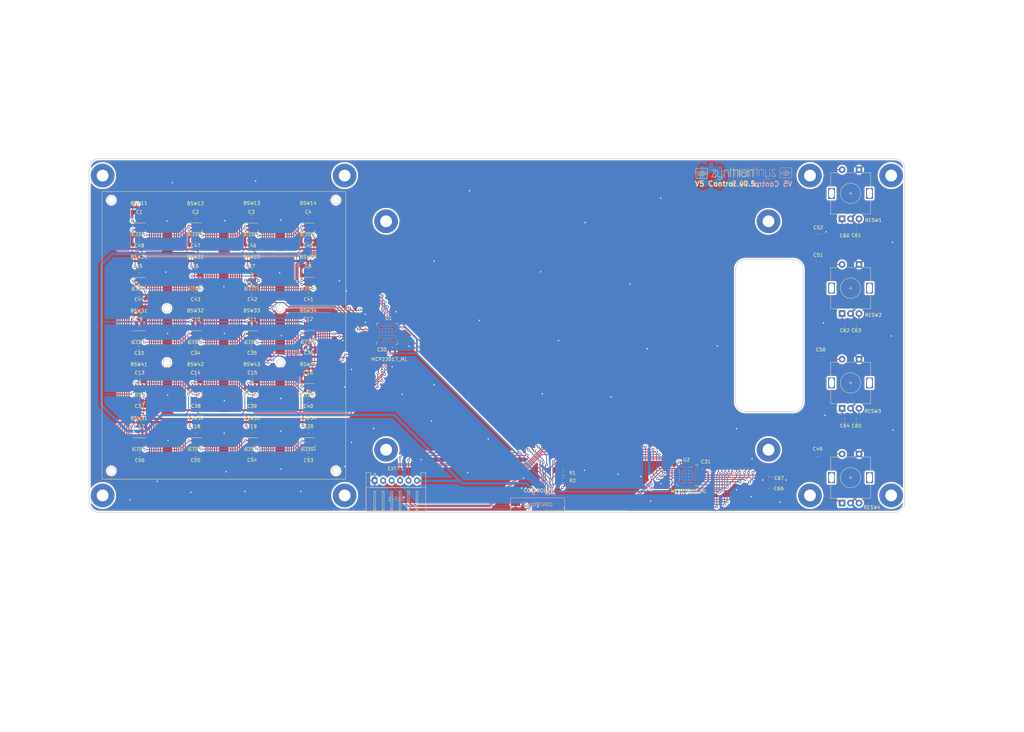
<source format=kicad_pcb>
(kicad_pcb (version 20211014) (generator pcbnew)
  (layers (0 "F.Cu" signal) (31 "B.Cu" signal) (34 "B.Paste" user) (35 "F.Paste" user) (36 "B.SilkS" user "B.Silkscreen") (37 "F.SilkS" user "F.Silkscreen") (38 "B.Mask" user) (39 "F.Mask" user) (44 "Edge.Cuts" user))
  (net 0 "")
  (net 1 "Net-(BLED11-Pad3)")
  (net 2 "5v")
  (net 3 "GND")
  (net 4 "Net-(BLED11-Pad1)")
  (net 5 "Net-(BLED12-Pad1)")
  (net 6 "Net-(BLED13-Pad1)")
  (net 7 "Net-(BLED14-Pad1)")
  (net 8 "Net-(BLED21-Pad1)")
  (net 9 "Net-(BLED21-Pad3)")
  (net 10 "Net-(BLED22-Pad3)")
  (net 11 "Net-(BLED23-Pad3)")
  (net 12 "Net-(BLED31-Pad1)")
  (net 13 "Net-(BLED32-Pad1)")
  (net 14 "Net-(BLED33-Pad1)")
  (net 15 "Net-(BLED34-Pad1)")
  (net 16 "Net-(BLED41-Pad1)")
  (net 17 "Net-(BLED41-Pad3)")
  (net 18 "Net-(BLED42-Pad3)")
  (net 19 "Net-(BLED43-Pad3)")
  (net 20 "Net-(BLED51-Pad1)")
  (net 21 "Net-(BLED52-Pad1)")
  (net 22 "Net-(BLED53-Pad1)")
  (net 24 "Net-(BSW11-Pad1)")
  (net 25 "Net-(BSW12-Pad1)")
  (net 26 "Net-(BSW13-Pad1)")
  (net 27 "Net-(BSW14-Pad1)")
  (net 28 "Net-(BSW21-Pad1)")
  (net 29 "Net-(BSW22-Pad1)")
  (net 30 "Net-(BSW23-Pad1)")
  (net 31 "Net-(BSW24-Pad1)")
  (net 32 "Net-(BSW31-Pad1)")
  (net 33 "Net-(BSW32-Pad1)")
  (net 34 "Net-(BSW33-Pad1)")
  (net 35 "Net-(BSW34-Pad1)")
  (net 36 "Net-(BSW41-Pad1)")
  (net 37 "Net-(BSW42-Pad1)")
  (net 38 "Net-(BSW43-Pad1)")
  (net 39 "Net-(BSW44-Pad1)")
  (net 40 "Net-(BSW51-Pad1)")
  (net 41 "Net-(BSW52-Pad1)")
  (net 42 "Net-(BSW53-Pad1)")
  (net 43 "Net-(BSW54-Pad1)")
  (net 44 "3.3v")
  (net 45 "pot4_sw")
  (net 46 "pot3_sw")
  (net 47 "pot2_sw")
  (net 48 "pot1_sw")
  (net 49 "pot1_a")
  (net 50 "pot1_b")
  (net 51 "pot2_a")
  (net 52 "pot2_b")
  (net 53 "pot3_a")
  (net 54 "pot3_b")
  (net 55 "pot4_a")
  (net 56 "pot4_b")
  (net 57 "SCL")
  (net 58 "SDA")
  (net 59 "int1")
  (net 60 "int2")
  (net 61 "int3")
  (net 62 "int4")
  (net 67 "int6")
  (net 68 "int7")
  (footprint "Capacitor_SMD:C_0603_1608Metric" (layer "F.Cu") (at 227.130232 125.99949 -90)
    (fp_text reference "C67")
    (fp_text value "10nf16v")
  )
  (footprint "V5:LED_WS2812-2020_2.2x2.0mm" (layer "F.Cu") (at 73.914 68.4276)
    (fp_text reference "BLED23")
    (fp_text value "WS2812B")
  )
  (footprint "Capacitor_SMD:C_0603_1608Metric" (layer "F.Cu") (at 252.535832 53.12629 180)
    (fp_text reference "C61")
    (fp_text value "10nf16v")
  )
  (footprint "MountingHole:MountingHole_3.5mm_Pad" (layer "F.Cu") (at 29.815933 131.4788)
    (fp_text reference "REF**" hide)
    (fp_text value "MountingHole_3.5mm_Pad" hide)
  )
  (footprint "Capacitor_SMD:C_0603_1608Metric" (layer "F.Cu") (at 207.580232 123.76949 90)
    (fp_text reference "C31")
    (fp_text value "1uf")
  )
  (footprint "MountingHole:MountingHole_3.5mm_Pad" (layer "F.Cu") (at 101.315933 36.9788)
    (fp_text reference "REF**" hide)
    (fp_text value "MountingHole_3.5mm_Pad")
  )
  (footprint "Capacitor_SMD:C_0603_1608Metric" (layer "F.Cu") (at 73.8632 103.4796 180)
    (fp_text reference "C39")
    (fp_text value "47nf16v")
  )
  (footprint "Capacitor_SMD:C_0603_1608Metric" (layer "F.Cu") (at 241.258232 62.47349 90)
    (fp_text reference "C51")
    (fp_text value "47nf16v")
  )
  (footprint "Package_DFN_QFN:QFN-28-1EP_6x6mm_P0.65mm_EP4.25x4.25mm_ThermalVias" (layer "F.Cu") (at 202.520232 125.48949 180)
    (fp_text reference "U2")
    (fp_text value "MCP23017_ML")
  )
  (footprint "MountingHole:MountingHole_3.5mm_Pad" (layer "F.Cu") (at 262.806165 36.96829)
    (fp_text reference "REF**" hide)
    (fp_text value "MountingHole_3.5mm_Pad" hide)
  )
  (footprint "V5:V5-KeyPad_LED" (layer "F.Cu") (at 40.5384 52.5018)
    (fp_text reference "BSW11")
    (fp_text value "SW_Push" hide)
  )
  (footprint "Capacitor_SMD:C_0603_1608Metric" (layer "F.Cu") (at 57.277 112.522)
    (fp_text reference "C18")
    (fp_text value "1uf")
  )
  (footprint "V5:LED_WS2812-2020_2.2x2.0mm" (layer "F.Cu") (at 57.2262 68.453)
    (fp_text reference "BLED22")
    (fp_text value "WS2812B")
  )
  (footprint "Capacitor_SMD:C_0603_1608Metric" (layer "F.Cu") (at 227.2 129.36 90)
    (fp_text reference "C66")
    (fp_text value "10nf16v")
  )
  (footprint "V5:V5-KeyPad_LED" (layer "F.Cu") (at 73.890482 100.1522)
    (fp_text reference "BSW43")
    (fp_text value "SW_Push" hide)
  )
  (footprint "Capacitor_SMD:C_0603_1608Metric" (layer "F.Cu") (at 252.535832 109.31109 180)
    (fp_text reference "C65")
    (fp_text value "10nf16v")
  )
  (footprint "Package_DFN_QFN:QFN-28-1EP_6x6mm_P0.65mm_EP4.25x4.25mm_ThermalVias" (layer "F.Cu") (at 113.919 83.693 90)
    (fp_text reference "U1")
    (fp_text value "MCP23017_ML")
  )
  (footprint "Capacitor_SMD:C_0603_1608Metric" (layer "F.Cu") (at 57.3024 119.4308)
    (fp_text reference "C55")
    (fp_text value "47nf16v")
  )
  (footprint "MountingHole:MountingHole_3.5mm_Pad" (layer "F.Cu") (at 238.815933 36.9788)
    (fp_text reference "REF**" hide)
    (fp_text value "MountingHole_3.5mm_Pad" hide)
  )
  (footprint "V5:V5-KeyPad_LED" (layer "F.Cu") (at 57.228082 52.6288)
    (fp_text reference "BSW12")
    (fp_text value "SW_Push" hide)
  )
  (footprint "V5:V5 Keypad" (layer "F.Cu") (at 65.6336 84.1756)
    (fp_text reference "REF**" hide)
    (fp_text value "V5 Keypad")
  )
  (footprint "V5:V5-KeyPad_LED" (layer "F.Cu") (at 73.865082 68.4022)
    (fp_text reference "BSW23")
    (fp_text value "SW_Push" hide)
  )
  (footprint "Capacitor_SMD:C_0603_1608Metric" (layer "F.Cu") (at 241.105832 120.02989 -90)
    (fp_text reference "C49")
    (fp_text value "47nf16v")
  )
  (footprint "Capacitor_SMD:C_0603_1608Metric" (layer "F.Cu") (at 57.15 87.884 180)
    (fp_text reference "C34")
    (fp_text value "47nf16v")
  )
  (footprint "Capacitor_SMD:C_0603_1608Metric" (layer "F.Cu") (at 90.5256 103.4796 180)
    (fp_text reference "C40")
    (fp_text value "47nf16v")
  )
  (footprint "Capacitor_SMD:C_0603_1608Metric" (layer "F.Cu") (at 40.64 103.4796 180)
    (fp_text reference "C37")
    (fp_text value "47nf16v")
  )
  (footprint "V5:V5-KeyPad_LED" (layer "F.Cu") (at 90.552882 100.1522)
    (fp_text reference "BSW44")
    (fp_text value "SW_Push" hide)
  )
  (footprint "V5:LED_WS2812-2020_2.2x2.0mm" (layer "F.Cu") (at 90.678 115.824)
    (fp_text reference "BLED54")
    (fp_text value "WS2812B")
  )
  (footprint "Capacitor_SMD:C_0603_1608Metric" (layer "F.Cu") (at 252.535832 81.21869 180)
    (fp_text reference "C63")
    (fp_text value "10nf16v")
  )
  (footprint "Capacitor_SMD:C_0603_1608Metric" (layer "F.Cu") (at 73.914 72.136)
    (fp_text reference "C42")
    (fp_text value "47nf16v")
  )
  (footprint "Capacitor_SMD:C_0603_1608Metric" (layer "F.Cu") (at 57.277 72.136)
    (fp_text reference "C43")
    (fp_text value "47nf16v")
  )
  (footprint "MountingHole:MountingHole_3.5mm_Pad" (layer "F.Cu") (at 238.815933 131.4788)
    (fp_text reference "REF**" hide)
    (fp_text value "MountingHole_3.5mm_Pad" hide)
  )
  (footprint "V5:LED_WS2812-2020_2.2x2.0mm" (layer "F.Cu") (at 40.5638 84.2264)
    (fp_text reference "BLED31")
    (fp_text value "WS2812B")
  )
  (footprint "Capacitor_SMD:C_0603_1608Metric" (layer "F.Cu") (at 73.787 49.149)
    (fp_text reference "C3")
    (fp_text value "1uf")
  )
  (footprint "MountingHole:MountingHole_3.5mm_Pad" (layer "F.Cu") (at 113.565933 117.9788)
    (fp_text reference "REF**" hide)
    (fp_text value "MountingHole_3.5mm_Pad" hide)
  )
  (footprint "Capacitor_SMD:C_0603_1608Metric" (layer "F.Cu") (at 73.914 119.4816)
    (fp_text reference "C54")
    (fp_text value "47nf16v")
  )
  (footprint "Capacitor_SMD:C_0603_1608Metric" (layer "F.Cu") (at 90.678 112.522)
    (fp_text reference "C20")
    (fp_text value "1uf")
  )
  (footprint "Capacitor_SMD:C_0603_1608Metric" (layer "F.Cu") (at 57.277 65.151)
    (fp_text reference "C6")
    (fp_text value "1uf")
  )
  (footprint "Capacitor_SMD:C_0603_1608Metric" (layer "F.Cu") (at 57.277 80.899)
    (fp_text reference "C10")
    (fp_text value "1uf")
  )
  (footprint "MountingHole:MountingHole_3.5mm_Pad" (layer "F.Cu") (at 29.815933 36.9788)
    (fp_text reference "REF**" hide)
    (fp_text value "MountingHole_3.5mm_Pad")
  )
  (footprint "Capacitor_SMD:C_0603_1608Metric" (layer "F.Cu") (at 249.081432 53.17709 180)
    (fp_text reference "C60")
    (fp_text value "10nf16v")
  )
  (footprint "Capacitor_SMD:C_0603_1608Metric" (layer "F.Cu") (at 40.64 65.151)
    (fp_text reference "C5")
    (fp_text value "1uf")
  )
  (footprint "V5:LED_WS2812-2020_2.2x2.0mm" (layer "F.Cu") (at 90.5764 68.453)
    (fp_text reference "BLED24")
    (fp_text value "WS2812B")
  )
  (footprint "V5:V5-KeyPad_LED" (layer "F.Cu") (at 57.228082 115.9764)
    (fp_text reference "BSW52")
    (fp_text value "SW_Push" hide)
  )
  (footprint "V5:V5-KeyPad_LED" (layer "F.Cu") (at 57.202682 100.1522)
    (fp_text reference "BSW42")
    (fp_text value "SW_Push" hide)
  )
  (footprint "V5:LED_WS2812-2020_2.2x2.0mm" (layer "F.Cu") (at 40.767 115.824)
    (fp_text reference "BLED51")
    (fp_text value "WS2812B")
  )
  (footprint "Capacitor_SMD:C_0603_1608Metric" (layer "F.Cu") (at 115.42 88.25)
    (fp_text reference "C30")
    (fp_text value "1uf")
  )
  (footprint "MountingHole:MountingHole_3.5mm_Pad" (layer "F.Cu") (at 226.565933 50.4788)
    (fp_text reference "REF**" hide)
    (fp_text value "MountingHole_3.5mm_Pad" hide)
  )
  (footprint "V5:V5-KeyPad_LED" (layer "F.Cu") (at 40.5384 84.3026)
    (fp_text reference "BSW31")
    (fp_text value "SW_Push" hide)
  )
  (footprint "Capacitor_SMD:C_0603_1608Metric" (layer "F.Cu") (at 90.5764 87.7824 180)
    (fp_text reference "C36")
    (fp_text value "47nf16v")
  )
  (footprint "V5:LED_WS2812-2020_2.2x2.0mm" (layer "F.Cu") (at 73.914 115.824)
    (fp_text reference "BLED53")
    (fp_text value "WS2812B")
  )
  (footprint "V5:LED_WS2812-2020_2.2x2.0mm" (layer "F.Cu") (at 73.8632 52.4002)
    (fp_text reference "BLED13")
    (fp_text value "WS2812B")
  )
  (footprint "Capacitor_SMD:C_0603_1608Metric" (layer "F.Cu") (at 73.8632 87.884 180)
    (fp_text reference "C35")
    (fp_text value "47nf16v")
  )
  (footprint "Capacitor_SMD:C_0603_1608Metric" (layer "F.Cu") (at 242.060232 90.42949 90)
    (fp_text reference "C50")
    (fp_text value "47nf16v")
  )
  (footprint "V5:V5-KeyPad_LED" (layer "F.Cu") (at 90.552882 116.0018)
    (fp_text reference "BSW54")
    (fp_text value "SW_Push" hide)
  )
  (footprint "Capacitor_SMD:C_0603_1608Metric" (layer "F.Cu") (at 241.112232 54.32849 -90)
    (fp_text reference "C52")
    (fp_text value "47nf16v")
  )
  (footprint "V5:LED_WS2812-2020_2.2x2.0mm" (layer "F.Cu") (at 90.551 52.4002)
    (fp_text reference "BLED14")
    (fp_text value "WS2812B")
  )
  (footprint "Capacitor_SMD:C_0603_1608Metric" (layer "F.Cu") (at 40.64 49.149)
    (fp_text reference "C1")
    (fp_text value "1uf")
  )
  (footprint "Capacitor_SMD:C_0603_1608Metric" (layer "F.Cu") (at 40.7924 119.4308)
    (fp_text reference "C56")
    (fp_text value "47nf16v")
  )
  (footprint "Capacitor_SMD:C_0603_1608Metric" (layer "F.Cu") (at 249.081432 81.21869 180)
    (fp_text reference "C62")
    (fp_text value "10nf16v")
  )
  (footprint "Symbol:OSHW-Symbol_8.9x8mm_Copper" (layer "F.Cu") (at 229.040832 37.35289)
    (fp_text reference "REF**" hide)
    (fp_text value "OSHW-Symbol_8.9x8mm_Copper" hide)
  )
  (footprint "Capacitor_SMD:C_0603_1608Metric" (layer "F.Cu") (at 73.901 80.899)
    (fp_text reference "C11")
    (fp_text value "1uf")
  )
  (footprint "V5:V5-KeyPad_LED" (layer "F.Cu") (at 57.202682 68.4022)
    (fp_text reference "BSW22")
    (fp_text value "SW_Push" hide)
  )
  (footprint "Capacitor_SMD:C_0603_1608Metric" (layer "F.Cu") (at 57.2516 103.4796 180)
    (fp_text reference "C38")
    (fp_text value "47nf16v")
  )
  (footprint "V5:V5-KeyPad_LED" (layer "F.Cu") (at 90.551 52.5272)
    (fp_text reference "BSW14")
    (fp_text value "SW_Push" hide)
  )
  (footprint "Capacitor_SMD:C_0603_1608Metric" (layer "F.Cu") (at 40.767 96.647)
    (fp_text reference "C13")
    (fp_text value "1uf")
  )
  (footprint "Capacitor_SMD:C_0603_1608Metric" (layer "F.Cu") (at 90.551 72.136)
    (fp_text reference "C41")
    (fp_text value "47nf16v")
  )
  (footprint "Capacitor_SMD:C_0603_1608Metric" (layer "F.Cu") (at 90.551 96.647)
    (fp_text reference "C16")
    (fp_text value "1uf")
  )
  (footprint "V5:LED_WS2812-2020_2.2x2.0mm" (layer "F.Cu") (at 90.5764 84.1248)
    (fp_text reference "BLED34")
    (fp_text value "WS2812B")
  )
  (footprint "V5:V5-KeyPad_LED" (layer "F.Cu") (at 90.552882 84.2518)
    (fp_text reference "BSW34")
    (fp_text value "SW_Push" hide)
  )
  (footprint "Capacitor_SMD:C_0603_1608Metric" (layer "F.Cu") (at 40.513 87.884 180)
    (fp_text reference "C33")
    (fp_text value "47nf16v")
  )
  (footprint "Capacitor_SMD:C_0603_1608Metric" (layer "F.Cu") (at 40.78 112.522)
    (fp_text reference "C17")
    (fp_text value "1uf")
  )
  (footprint "V5:RotaryEncoder_Alps_EC11E-Switch_Vertical_H20mm" (layer "F.Cu") (at 250.81444 42.22684 90)
    (fp_text reference "RESW1")
    (fp_text value "Rotary_Encoder_Switch" hide)
  )
  (footprint "Capacitor_SMD:C_0603_1608Metric" (layer "F.Cu") (at 74.041 96.647)
    (fp_text reference "C15")
    (fp_text value "1uf")
  )
  (footprint "V5:LED_WS2812-2020_2.2x2.0mm" (layer "F.Cu") (at 73.865082 84.2518)
    (fp_text reference "BLED33")
    (fp_text value "WS2812B")
  )
  (footprint "Capacitor_SMD:C_0603_1608Metric" (layer "F.Cu") (at 90.551 65.151)
    (fp_text reference "C8")
    (fp_text value "1uf")
  )
  (footprint "Capacitor_SMD:C_0603_1608Metric" (layer "F.Cu") (at 90.551 80.772)
    (fp_text reference "C12")
    (fp_text value "1uf")
  )
  (footprint "Capacitor_SMD:C_0603_1608Metric" (layer "F.Cu") (at 90.538 56.134)
    (fp_text reference "C45")
    (fp_text value "47nf16v")
  )
  (footprint "V5:LED_WS2812-2020_2.2x2.0mm" (layer "F.Cu") (at 40.6146 68.4784)
    (fp_text reference "BLED21")
    (fp_text value "WS2812B")
  )
  (footprint "Capacitor_SMD:C_0603_1608Metric" (layer "F.Cu") (at 40.64 56.134)
    (fp_text reference "C48")
    (fp_text value "47nf16v")
  )
  (footprint "Capacitor_SMD:C_0603_1608Metric" (layer "F.Cu") (at 57.277 96.647)
    (fp_text reference "C14")
    (fp_text value "1uf")
  )
  (footprint "V5:LED_WS2812-2020_2.2x2.0mm" (layer "F.Cu") (at 57.2008 84.201)
    (fp_text reference "BLED32")
    (fp_text value "WS2812B")
  )
  (footprint "Capacitor_SMD:C_0603_1608Metric" (layer "F.Cu") (at 73.914 112.522)
    (fp_text reference "C19")
    (fp_text value "1uf")
  )
  (footprint "V5:LED_WS2812-2020_2.2x2.0mm" (layer "F.Cu") (at 90.551 99.822)
    (fp_text reference "BLED44")
    (fp_text value "WS2812B")
  )
  (footprint "Capacitor_SMD:C_0603_1608Metric" (layer "F.Cu") (at 249.081432 109.31109 180)
    (fp_text reference "C64")
    (fp_text value "10nf16v")
  )
  (footprint "V5:V5-KeyPad_LED" (layer "F.Cu") (at 40.565682 100.1522)
    (fp_text reference "BSW41")
    (fp_text value "SW_Push" hide)
  )
  (footprint "Resistor_SMD:R_0805_2012Metric" (layer "F.Cu") (at 165.92 124.83 180)
    (fp_text reference "R1")
    (fp_text value "10K")
  )
  (footprint "Capacitor_SMD:C_0603_1608Metric" (layer "F.Cu") (at 90.6272 119.5324)
    (fp_text reference "C53")
    (fp_text value "47nf16v")
  )
  (footprint "MountingHole:MountingHole_3.5mm_Pad" (layer "F.Cu") (at 226.565933 117.9788)
    (fp_text reference "REF**" hide)
    (fp_text value "MountingHole_3.5mm_Pad" hide)
  )
  (footprint "V5:Zynthian Logo" (layer "F.Cu") (at 213.470632 36.28609)
    (fp_text reference "G***" hide)
    (fp_text value "LOGO" hide)
  )
  (footprint "Capacitor_SMD:C_0603_1608Metric" (layer "F.Cu") (at 40.64 80.899)
    (fp_text reference "C9")
    (fp_text value "1uf")
  )
  (footprint "V5:SFV20R-4STE1LF_thinpads" (layer "F.Cu") (at 158.355158 134.1588 180)
    (fp_text reference "CONTROL-2")
    (fp_text value "Conn_01x22" hide)
  )
  (footprint "V5:LED_WS2812-2020_2.2x2.0mm" (layer "F.Cu") (at 57.277 99.822)
    (fp_text reference "BLED42")
    (fp_text value "WS2812B")
  )
  (footprint "V5:LED_WS2812-2020_2.2x2.0mm" (layer "F.Cu") (at 73.914 99.822)
    (fp_text reference "BLED43")
    (fp_text value "WS2812B")
  )
  (footprint "V5:LED_WS2812-2020_2.2x2.0mm" (layer "F.Cu") (at 57.277 52.3494)
    (fp_text reference "BLED12")
    (fp_text value "WS2812B")
  )
  (footprint "V5:V5-KeyPad_LED" (layer "F.Cu") (at 40.565682 116.0272)
    (fp_text reference "BSW51")
    (fp_text value "SW_Push" hide)
  )
  (footprint "Connector_JST:JST_XH_S6B-XH-A_1x06_P2.50mm_Horizontal" (layer "F.Cu") (at 110.2 127.07)
    (fp_text reference "EXT-1")
    (fp_text value "Conn_01x06_Male")
  )
  (footprint "V5:RotaryEncoder_Alps_EC11E-Switch_Vertical_H20mm" (layer "F.Cu") (at 250.81444 70.22684 90)
    (fp_text reference "RESW2")
    (fp_text value "Rotary_Encoder_Switch" hide)
  )
  (footprint "V5:V5-KeyPad_LED" (layer "F.Cu") (at 40.565682 68.3768)
    (fp_text reference "BSW21")
    (fp_text value "SW_Push" hide)
  )
  (footprint "Capacitor_SMD:C_0603_1608Metric" (layer "F.Cu") (at 40.64 72.136)
    (fp_text reference "C44")
    (fp_text value "47nf16v")
  )
  (footprint "V5:V5-KeyPad_LED" (layer "F.Cu") (at 57.202682 84.2772)
    (fp_text reference "BSW32")
    (fp_text value "SW_Push" hide)
  )
  (footprint "MountingHole:MountingHole_3.5mm_Pad" (layer "F.Cu") (at 101.315933 131.4788)
    (fp_text reference "REF**" hide)
    (fp_text value "MountingHole_3.5mm_Pad" hide)
  )
  (footprint "V5:LED_WS2812-2020_2.2x2.0mm" (layer "F.Cu") (at 40.5892 52.3748)
    (fp_text reference "BLED11")
    (fp_text value "WS2812B")
  )
  (footprint "V5:LED_WS2812-2020_2.2x2.0mm" (layer "F.Cu") (at 57.277 115.824)
    (fp_text reference "BLED52")
    (fp_text value "WS2812B")
  )
  (footprint "V5:V5-KeyPad_LED" (layer "F.Cu") (at 90.527482 68.4022)
    (fp_text reference "BSW24")
    (fp_text value "SW_Push" hide)
  )
  (footprint "MountingHole:MountingHole_3.5mm_Pad" (layer "F.Cu") (at 262.806165 131.46829)
    (fp_text reference "REF**" hide)
    (fp_text value "MountingHole_3.5mm_Pad" hide)
  )
  (footprint "V5:V5-KeyPad_LED" (layer "F.Cu") (at 73.890482 52.5272)
    (fp_text reference "BSW13")
    (fp_text value "SW_Push" hide)
  )
  (footprint "Resistor_SMD:R_0805_2012Metric" (layer "F.Cu") (at 165.9 127.05 180)
    (fp_text reference "R2")
    (fp_text value "10K")
  )
  (footprint "MountingHole:MountingHole_3.5mm_Pad" (layer "F.Cu") (at 113.565933 50.4788)
    (fp_text reference "REF**" hide)
    (fp_text value "MountingHole_3.5mm_Pad" hide)
  )
  (footprint "Capacitor_SMD:C_0603_1608Metric" (layer "F.Cu") (at 73.914 65.151)
    (fp_text reference "C7")
    (fp_text value "1uf")
  )
  (footprint "Capacitor_SMD:C_0603_1608Metric" (layer "F.Cu") (at 57.277 49.149)
    (fp_text reference "C2")
    (fp_text value "1uf")
  )
  (footprint "V5:LED_WS2812-2020_2.2x2.0mm" (layer "F.Cu") (at 40.64 99.822)
    (fp_text reference "BLED41")
    (fp_text value "WS2812B")
  )
  (footprint "Capacitor_SMD:C_0603_1608Metric" (layer "F.Cu") (at 73.787 56.134)
    (fp_text reference "C46")
    (fp_text value "47nf16v")
  )
  (footprint "V5:V5-KeyPad_LED" (layer "F.Cu") (at 73.865082 84.2518)
    (fp_text reference "BSW33")
    (fp_text value "SW_Push" hide)
  )
  (footprint "V5:RotaryEncoder_Alps_EC11E-Switch_Vertical_H20mm" (layer "F.Cu") (at 250.81444 126.22684 90)
    (fp_text reference "RESW4")
    (fp_text value "Rotary_Encoder_Switch" hide)
  )
  (footprint "Capacitor_SMD:C_0603_1608Metric" (layer "F.Cu") (at 57.277 56.134)
    (fp_text reference "C47")
    (fp_text value "47nf16v")
  )
  (footprint "V5:V5-KeyPad_LED" (layer "F.Cu") (at 73.890482 116.0272)
    (fp_text reference "BSW53")
    (fp_text value "SW_Push" hide)
  )
  (footprint "V5:RotaryEncoder_Alps_EC11E-Switch_Vertical_H20mm" (layer "F.Cu") (at 250.81444 98.22684 90)
    (fp_text reference "RESW3")
    (fp_text value "Rotary_Encoder_Switch" hide)
  )
  (footprint "Capacitor_SMD:C_0603_1608Metric" (layer "F.Cu") (at 90.551 49.149)
    (fp_text reference "C4")
    (fp_text value "1uf")
  )
  (footprint "Symbol:OSHW-Symbol_8.9x8mm_Copper" (layer "B.Cu") (at 209.609832 36.92109 180)
    (fp_text reference "REF**" hide)
    (fp_text value "OSHW-Symbol_8.9x8mm_Copper" hide)
  )
  (footprint "V5:Zynthian Logo" (layer "B.Cu") (at 225.00715 36.137242 180)
    (fp_text reference "G***" hide)
    (fp_text value "LOGO" hide)
  )
  (gr_rect (start 125.29 136.12) (end 107.69 129.14) (layer "B.SilkS") (width 0.15) (fill none))
  (gr_rect (start 150.37 132.19) (end 166.31 136.1) (layer "B.SilkS") (width 0.15) (fill none))
  (gr_circle (center 32.388921 44.23959) (end 33.488921 44.23959) (layer "Edge.Cuts") (width 0.2) (fill none))
  (gr_circle (center 32.388921 124.218046) (end 33.488921 124.218046) (layer "Edge.Cuts") (width 0.2) (fill none))
  (gr_line (start 216.815933 103.7288) (end 216.815933 64.7288) (layer "Edge.Cuts") (width 0.2))
  (gr_arc (start 28.815933 136.4788) (mid 26.694618 135.600115) (end 25.815933 133.4788) (layer "Edge.Cuts") (width 0.2))
  (gr_circle (center 48.832607 76.228818) (end 49.932607 76.228818) (layer "Edge.Cuts") (width 0.2) (fill none))
  (gr_line (start 28.815933 136.4788) (end 263.815933 136.4788) (layer "Edge.Cuts") (width 0.2))
  (gr_circle (center 98.742959 44.23959) (end 99.842959 44.23959) (layer "Edge.Cuts") (width 0.2) (fill none))
  (gr_line (start 236.815933 64.7288) (end 236.815933 103.7288) (layer "Edge.Cuts") (width 0.2))
  (gr_arc (start 216.815933 64.7288) (mid 217.694611 62.607478) (end 219.815933 61.7288) (layer "Edge.Cuts") (width 0.2))
  (gr_arc (start 263.815933 31.9788) (mid 265.937258 32.857475) (end 266.815933 34.9788) (layer "Edge.Cuts") (width 0.2))
  (gr_line (start 233.815933 106.7288) (end 219.815933 106.7288) (layer "Edge.Cuts") (width 0.2))
  (gr_line (start 219.815933 61.7288) (end 233.815933 61.7288) (layer "Edge.Cuts") (width 0.2))
  (gr_arc (start 266.815933 133.4788) (mid 265.937251 135.600118) (end 263.815933 136.4788) (layer "Edge.Cuts") (width 0.2))
  (gr_circle (center 82.299273 76.228818) (end 83.399273 76.228818) (layer "Edge.Cuts") (width 0.2) (fill none))
  (gr_circle (center 48.832607 92.228818) (end 49.932607 92.228818) (layer "Edge.Cuts") (width 0.2) (fill none))
  (gr_arc (start 236.815933 103.7288) (mid 235.937251 105.850118) (end 233.815933 106.7288) (layer "Edge.Cuts") (width 0.2))
  (gr_circle (center 98.742959 124.218046) (end 99.842959 124.218046) (layer "Edge.Cuts") (width 0.2) (fill none))
  (gr_arc (start 219.815933 106.7288) (mid 217.694618 105.850115) (end 216.815933 103.7288) (layer "Edge.Cuts") (width 0.2))
  (gr_arc (start 25.815933 34.9788) (mid 26.694611 32.857478) (end 28.815933 31.9788) (layer "Edge.Cuts") (width 0.2))
  (gr_circle (center 82.299273 92.228818) (end 83.399273 92.228818) (layer "Edge.Cuts") (width 0.2) (fill none))
  (gr_line (start 25.815933 34.9788) (end 25.815933 133.4788) (layer "Edge.Cuts") (width 0.2))
  (gr_arc (start 233.815933 61.7288) (mid 235.937258 62.607475) (end 236.815933 64.7288) (layer "Edge.Cuts") (width 0.2))
  (gr_line (start 266.815933 133.4788) (end 266.815933 34.9788) (layer "Edge.Cuts") (width 0.2))
  (gr_line (start 263.815933 31.9788) (end 28.815933 31.9788) (layer "Edge.Cuts") (width 0.2))
  (gr_text "V5 Control v0.5" (at 224.646632 39.46109) (layer "B.SilkS") (effects (font (size 1.5 1.5) (thickness 0.3)) (justify mirror)))
  (gr_text "V5 Control v0.5" (at 213.800832 39.38489) (layer "F.SilkS") (effects (font (size 1.5 1.5) (thickness 0.3))))
  (segment (start 40.132 45.4195) (end 43.6415 41.91) (width 0.25) (layer "F.Cu") (net 1))
  (segment (start 160.605156 122.815602) (end 160.996758 122.424) (width 0.25) (layer "F.Cu") (net 1))
  (segment (start 39.6742 51.3582) (end 38.6588 50.3428) (width 0.25) (layer "F.Cu") (net 1))
  (segment (start 158.54 117.13) (end 101.814758 60.404758) (width 0.25) (layer "F.Cu") (net 1))
  (segment (start 160.605156 132.0633) (end 160.605156 122.815602) (width 0.25) (layer "F.Cu") (net 1))
  (segment (start 101.814758 60.404758) (end 101.814758 60.305242) (width 0.25) (layer "F.Cu") (net 1))
  (segment (start 39.6742 51.8248) (end 39.6742 51.3582) (width 0.25) (layer "F.Cu") (net 1))
  (segment (start 101.814758 60.305242) (end 101.814758 42.886758) (width 0.25) (layer "F.Cu") (net 1))
  (segment (start 101.814758 42.886758) (end 100.838 41.91) (width 0.25) (layer "F.Cu") (net 1))
  (segment (start 43.6415 41.91) (end 100.838 41.91) (width 0.25) (layer "F.Cu") (net 1))
  (via (at 40.132 45.4195) (size 0.8) (drill 0.4) (layers "F.Cu" "B.Cu") (net 1))
  (via (at 38.6588 50.3428) (size 0.8) (drill 0.4) (layers "F.Cu" "B.Cu") (net 1))
  (via (at 160.996758 122.424) (size 0.8) (drill 0.4) (layers "F.Cu" "B.Cu") (net 1))
  (via (at 158.54 117.13) (size 0.8) (drill 0.4) (layers "F.Cu" "B.Cu") (net 1))
  (segment (start 38.6588 50.3428) (end 38.6588 47.498) (width 0.25) (layer "B.Cu") (net 1))
  (segment (start 160.996758 122.424) (end 160.996758 119.586758) (width 0.25) (layer "B.Cu") (net 1))
  (segment (start 38.6588 47.498) (end 38.6588 46.8927) (width 0.25) (layer "B.Cu") (net 1))
  (segment (start 160.996758 119.586758) (end 158.54 117.13) (width 0.25) (layer "B.Cu") (net 1))
  (segment (start 38.6588 46.8927) (end 40.132 45.4195) (width 0.25) (layer "B.Cu") (net 1))
  (segment (start 73.266 96.647) (end 73.674 97.055) (width 0.25) (layer "F.Cu") (net 2))
  (segment (start 72.999 100.372) (end 72.9576 100.372) (width 0.25) (layer "F.Cu") (net 2))
  (segment (start 73.704 116.269) (end 73.599 116.374) (width 0.25) (layer "F.Cu") (net 2))
  (segment (start 40.4 100.0112) (end 40.0392 100.372) (width 0.25) (layer "F.Cu") (net 2))
  (segment (start 73.126 80.899) (end 73.126 80.7968) (width 0.25) (layer "F.Cu") (net 2))
  (segment (start 40.3746 68.947) (end 40.2932 69.0284) (width 0.25) (layer "F.Cu") (net 2))
  (segment (start 73.625082 81.398082) (end 73.625082 84.7268) (width 0.25) (layer "F.Cu") (net 2))
  (segment (start 157.849158 130.7064) (end 157.440758 130.298) (width 0.8) (layer "F.Cu") (net 2))
  (segment (start 157.105158 130.6336) (end 157.440758 130.298) (width 0.25) (layer "F.Cu") (net 2))
  (segment (start 89.903 111.8486) (end 88.9508 110.8964) (width 0.25) (layer "F.Cu") (net 2))
  (segment (start 40.005 112.522) (end 40.527 113.044) (width 0.25) (layer "F.Cu") (net 2))
  (segment (start 89.903 112.522) (end 90.468 113.087) (width 0.25) (layer "F.Cu") (net 2))
  (segment (start 89.9248 100.372) (end 89.636 100.372) (width 0.25) (layer "F.Cu") (net 2))
  (segment (start 90.468 116.269) (end 90.363 116.374) (width 0.25) (layer "F.Cu") (net 2))
  (segment (start 56.9508 84.686) (end 56.9508 81.3478) (width 0.25) (layer "F.Cu") (net 2))
  (segment (start 39.992 96.647) (end 40.4 97.055) (width 0.25) (layer "F.Cu") (net 2))
  (segment (start 90.363 116.374) (end 89.763 116.374) (width 0.25) (layer "F.Cu") (net 2))
  (segment (start 57.037 113.057) (end 57.037 116.1402) (width 0.25) (layer "F.Cu") (net 2))
  (segment (start 158.105158 132.0633) (end 158.105158 130.9116) (width 0.25) (layer "F.Cu") (net 2))
  (segment (start 73.599 116.374) (end 72.999 116.374) (width 0.25) (layer "F.Cu") (net 2))
  (segment (start 157.105158 132.0633) (end 157.605157 132.0633) (width 0.25) (layer "F.Cu") (net 2))
  (segment (start 157.105158 132.0633) (end 157.105158 130.6336) (width 0.25) (layer "F.Cu") (net 2))
  (segment (start 73.599 100.372) (end 72.999 100.372) (width 0.25) (layer "F.Cu") (net 2))
  (segment (start 73.625082 84.7268) (end 73.550082 84.8018) (width 0.25) (layer "F.Cu") (net 2))
  (segment (start 89.636 100.372) (end 89.636 100.4068) (width 0.25) (layer "F.Cu") (net 2))
  (segment (start 90.3364 84.2498) (end 89.9114 84.6748) (width 0.25) (layer "F.Cu") (net 2))
  (segment (start 90.311 52.5252) (end 89.886 52.9502) (width 0.25) (layer "F.Cu") (net 2))
  (segment (start 73.139 112.522) (end 73.139 111.8486) (width 0.25) (layer "F.Cu") (net 2))
  (segment (start 40.3746 65.6606) (end 40.3746 68.947) (width 0.25) (layer "F.Cu") (net 2))
  (segment (start 72.9576 100.372) (end 71.8312 101.4984) (width 0.25) (layer "F.Cu") (net 2))
  (segment (start 72.9482 52.9502) (end 73.1982 52.9502) (width 0.25) (layer "F.Cu") (net 2))
  (segment (start 39.8988 84.7764) (end 39.6488 84.7764) (width 0.25) (layer "F.Cu") (net 2))
  (segment (start 157.135958 129.9932) (end 156.678758 129.536) (width 0.8) (layer "F.Cu") (net 2))
  (segment (start 90.3364 68.5152) (end 89.8486 69.003) (width 0.25) (layer "F.Cu") (net 2))
  (segment (start 56.473 52.8994) (end 56.362 52.8994) (width 0.25) (layer "F.Cu") (net 2))
  (segment (start 40.4 97.055) (end 40.4 100.0112) (width 0.25) (layer "F.Cu") (net 2))
  (segment (start 39.1284 80.1624) (end 39.865 80.899) (width 0.25) (layer "F.Cu") (net 2))
  (segment (start 40.005 112.522) (end 39.0144 112.522) (width 0.25) (layer "F.Cu") (net 2))
  (segment (start 56.9508 81.3478) (end 56.502 80.899) (width 0.25) (layer "F.Cu") (net 2))
  (segment (start 89.9114 84.6748) (end 89.6614 84.6748) (width 0.25) (layer "F.Cu") (net 2))
  (segment (start 40.527 113.044) (end 40.527 116.299) (width 0.25) (layer "F.Cu") (net 2))
  (segment (start 39.0144 112.522) (end 38.9636 112.4712) (width 0.25) (layer "F.Cu") (net 2))
  (segment (start 72.221 52.9502) (end 72.136 53.0352) (width 0.25) (layer "F.Cu") (net 2))
  (segment (start 40.527 116.299) (end 40.452 116.374) (width 0.25) (layer "F.Cu") (net 2))
  (segment (start 156.605156 130.524002) (end 157.135958 129.9932) (width 0.25) (layer "F.Cu") (net 2))
  (segment (start 89.8486 69.003) (end 89.6614 69.003) (width 0.25) (layer "F.Cu") (net 2))
  (segment (start 90.3364 81.3324) (end 90.3364 84.2498) (width 0.25) (layer "F.Cu") (net 2))
  (segment (start 56.502 65.151) (end 56.502 64.3252) (width 0.25) (layer "F.Cu") (net 2))
  (segment (start 157.440758 130.298) (end 157.135958 129.9932) (width 0.8) (layer "F.Cu") (net 2))
  (segment (start 56.362 52.8994) (end 55.390054 52.8994) (width 0.25) (layer "F.Cu") (net 2))
  (segment (start 73.4148 68.9776) (end 72.999 68.9776) (width 0.25) (layer "F.Cu") (net 2))
  (segment (start 56.8032 116.374) (end 56.362 116.374) (width 0.25) (layer "F.Cu") (net 2))
  (segment (start 73.126 80.7968) (end 72.4916 80.1624) (width 0.25) (layer "F.Cu") (net 2))
  (segment (start 57.067 100.267) (end 56.962 100.372) (width 0.25) (layer "F.Cu") (net 2))
  (segment (start 57.067 97.212) (end 57.067 100.267) (width 0.25) (layer "F.Cu") (net 2))
  (segment (start 56.502 112.522) (end 57.037 113.057) (width 0.25) (layer "F.Cu") (net 2))
  (segment (start 89.4748 69.1896) (end 89.6614 69.003) (width 0.25) (layer "F.Cu") (net 2))
  (segment (start 73.6232 52.5252) (end 73.6232 49.7602) (width 0.25) (layer "F.Cu") (net 2))
  (segment (start 89.776 80.772) (end 90.3364 81.3324) (width 0.25) (layer "F.Cu") (net 2))
  (segment (start 40.2742 52.9248) (end 39.6742 52.9248) (width 0.25) (layer "F.Cu") (net 2))
  (segment (start 89.776 96.647) (end 90.311 97.182) (width 0.25) (layer "F.Cu") (net 2))
  (segment (start 56.502 96.647) (end 57.067 97.212) (width 0.25) (layer "F.Cu") (net 2))
  (segment (start 39.6742 52.9248) (end 38.82 52.9248) (width 0.25) (layer "F.Cu") (net 2))
  (segment (start 56.502 65.151) (end 56.9862 65.6352) (width 0.25) (layer "F.Cu") (net 2))
  (segment (start 73.550082 84.8018) (end 72.950082 84.8018) (width 0.25) (layer "F.Cu") (net 2))
  (segment (start 73.1982 52.9502) (end 73.6232 52.5252) (width 0.25) (layer "F.Cu") (net 2))
  (segment (start 39.865 80.899) (end 40.3238 81.3578) (width 0.25) (layer "F.Cu") (net 2))
  (segment (start 39.865 65.151) (end 39.865 64.249) (width 0.25) (layer "F.Cu") (net 2))
  (segment (start 57.037 116.1402) (end 56.8032 116.374) (width 0.25) (layer "F.Cu") (net 2))
  (segment (start 90.3364 65.7114) (end 90.3364 68.5152) (width 0.25) (layer "F.Cu") (net 2))
  (segment (start 73.674 100.297) (end 73.599 100.372) (width 0.25) (layer "F.Cu") (net 2))
  (segment (start 56.962 100.372) (end 56.362 100.372) (width 0.25) (layer "F.Cu") (net 2))
  (segment (start 38.82 52.9248) (end 38.7604 52.9844) (width 0.25) (layer "F.Cu") (net 2))
  (segment (start 73.139 112.522) (end 73.704 113.087) (width 0.25) (layer "F.Cu") (net 2))
  (segment (start 73.674 97.055) (end 73.674 100.297) (width 0.25) (layer "F.Cu") (net 2))
  (segment (start 40.0392 100.372) (end 39.725 100.372) (width 0.25) (layer "F.Cu") (net 2))
  (segment (start 39.865 65.151) (end 40.3746 65.6606) (width 0.25) (layer "F.Cu") (net 2))
  (segment (start 89.903 112.522) (end 89.903 111.8486) (width 0.25) (layer "F.Cu") (net 2))
  (segment (start 90.311 49.684) (end 90.311 52.5252) (width 0.25) (layer "F.Cu") (net 2))
  (segment (start 156.605156 132.0633) (end 157.105158 132.0633) (width 0.25) (layer "F.Cu") (net 2))
  (segment (start 73.704 113.087) (end 73.704 116.269) (width 0.25) (layer "F.Cu") (net 2))
  (segment (start 89.636 100.4068) (end 88.4428 101.6) (width 0.25) (layer "F.Cu") (net 2))
  (segment (start 56.502 64.3252) (end 55.9816 63.8048) (width 0.25) (layer "F.Cu") (net 2))
  (segment (start 56.515 49.149) (end 57.037 49.671) (width 0.25) (layer "F.Cu") (net 2))
  (segment (start 56.502 112.522) (end 56.502 112.0264) (width 0.25) (layer "F.Cu") (net 2))
  (segment (start 39.725 100.372) (end 39.725 100.3814) (width 0.25) (layer "F.Cu") (net 2))
  (segment (start 73.126 80.899) (end 73.625082 81.398082) (width 0.25) (layer "F.Cu") (net 2))
  (segment (start 157.605157 132.0633) (end 157.605157 130.950401) (width 0.25) (layer "F.Cu") (net 2))
  (segment (start 56.9862 65.6352) (end 56.9862 68.3882) (width 0.25) (layer "F.Cu") (net 2))
  (segment (start 88.7476 69.1896) (end 89.4748 69.1896) (width 0.25) (layer "F.Cu") (net 2))
  (segment (start 57.037 49.671) (end 57.037 52.3354) (width 0.25) (layer "F.Cu") (net 2))
  (segment (start 156.605156 132.0633) (end 156.605156 130.524002) (width 0.25) (layer "F.Cu") (net 2))
  (segment (start 89.776 80.772) (end 89.7128 80.772) (width 0.25) (layer "F.Cu") (net 2))
  (segment (start 157.605157 132.0633) (end 158.105158 132.0633) (width 0.25) (layer "F.Cu") (net 2))
  (segment (start 157.605157 130.950401) (end 157.849158 130.7064) (width 0.25) (layer "F.Cu") (net 2))
  (segment (start 40.2932 69.0284) (end 39.6996 69.0284) (width 0.25) (layer "F.Cu") (net 2))
  (segment (start 40.3492 52.8498) (end 40.2742 52.9248) (width 0.25) (layer "F.Cu") (net 2))
  (segment (start 73.674 68.7184) (end 73.4148 68.9776) (width 0.25) (layer "F.Cu") (net 2))
  (segment (start 73.674 65.686) (end 73.674 68.7184) (width 0.25) (layer "F.Cu") (net 2))
  (segment (start 73.139 111.8486) (end 72.2376 110.9472) (width 0.25) (layer "F.Cu") (net 2))
  (segment (start 90.468 113.087) (end 90.468 116.269) (width 0.25) (layer "F.Cu") (net 2))
  (segment (start 73.6232 49.7602) (end 73.012 49.149) (width 0.25) (layer "F.Cu") (net 2))
  (segment (start 72.9482 52.9502) (end 72.221 52.9502) (width 0.25) (layer "F.Cu") (net 2))
  (segment (start 56.2858 84.751) (end 56.8858 84.751) (width 0.25) (layer "F.Cu") (net 2))
  (segment (start 55.390054 52.8994) (end 55.373733 52.915721) (width 0.25) (layer "F.Cu") (net 2))
  (segment (start 40.3238 84.3514) (end 39.8988 84.7764) (width 0.25) (layer "F.Cu") (net 2))
  (segment (start 39.865 64.249) (end 39.4208 63.8048) (width 0.25) (layer "F.Cu") (net 2))
  (segment (start 56.4388 80.899) (end 55.7022 80.1624) (width 0.25) (layer "F.Cu") (net 2))
  (segment (start 56.502 49.149) (end 56.515 49.149) (width 0.25) (layer "F.Cu") (net 2))
  (segment (start 56.8858 84.751) (end 56.9508 84.686) (width 0.25) (layer "F.Cu") (net 2))
  (segment (start 39.725 100.3814) (end 38.5572 101.5492) (width 0.25) (layer "F.Cu") (net 2))
  (segment (start 56.502 80.899) (end 56.4388 80.899) (width 0.25) (layer "F.Cu") (net 2))
  (segment (start 89.886 52.9502) (end 89.636 52.9502) (width 0.25) (layer "F.Cu") (net 2))
  (segment (start 40.3492 49.6332) (end 40.3492 52.8498) (width 0.25) (layer "F.Cu") (net 2))
  (segment (start 56.362 100.372) (end 56.2952 100.372) (width 0.25) (layer "F.Cu") (net 2))
  (segment (start 73.139 64.1982) (end 72.644 63.7032) (width 0.25) (layer "F.Cu") (net 2))
  (segment (start 40.452 116.374) (end 39.852 116.374) (width 0.25) (layer "F.Cu") (net 2))
  (segment (start 39.865 49.149) (end 40.3492 49.6332) (width 0.25) (layer "F.Cu") (net 2))
  (segment (start 73.139 65.151) (end 73.674 65.686) (width 0.25) (layer "F.Cu") (net 2))
  (segment (start 57.037 52.3354) (end 56.473 52.8994) (width 0.25) (layer "F.Cu") (net 2))
  (segment (start 56.2952 100.372) (end 55.1688 101.4984) (width 0.25) (layer "F.Cu") (net 2))
  (segment (start 90.311 97.182) (end 90.311 99.9858) (width 0.25) (layer "F.Cu") (net 2))
  (segment (start 56.3714 69.003) (end 56.3112 69.003) (width 0.25) (layer "F.Cu") (net 2))
  (segment (start 89.7128 80.772) (end 89.1032 80.1624) (width 0.25) (layer "F.Cu") (net 2))
  (segment (start 89.776 49.149) (end 90.311 49.684) (width 0.25) (layer "F.Cu") (net 2))
  (segment (start 56.502 112.0264) (end 55.5752 111.0996) (width 0.25) (layer "F.Cu") (net 2))
  (segment (start 56.9862 68.3882) (end 56.3714 69.003) (width 0.25) (layer "F.Cu") (net 2))
  (segment (start 90.311 99.9858) (end 89.9248 100.372) (width 0.25) (layer "F.Cu") (net 2))
  (segment (start 89.776 65.151) (end 90.3364 65.7114) (width 0.25) (layer "F.Cu") (net 2))
  (segment (start 40.3238 81.3578) (end 40.3238 84.3514) (width 0.25) (layer "F.Cu") (net 2))
  (segment (start 88.9342 52.9502) (end 88.7984 53.086) (width 0.25) (layer "F.Cu") (net 2))
  (segment (start 73.139 65.151) (end 73.139 64.1982) (width 0.25) (layer "F.Cu") (net 2))
  (segment (start 89.636 52.9502) (end 88.9342 52.9502) (width 0.25) (layer "F.Cu") (net 2))
  (via (at 88.4428 101.6) (size 0.8) (drill 0.4) (layers "F.Cu" "B.Cu") (net 2))
  (via (at 39.0652 80.1116) (size 0.8) (drill 0.4) (layers "F.Cu" "B.Cu") (net 2))
  (via (at 38.7604 52.9844) (size 0.8) (drill 0.4) (layers "F.Cu" "B.Cu") (net 2))
  (via (at 38.5572 101.5492) (size 0.8) (drill 0.4) (layers "F.Cu" "B.Cu") (net 2))
  (via (at 55.7022 80.1624) (size 0.8) (drill 0.4) (layers "F.Cu" "B.Cu") (net 2))
  (via (at 72.2376 110.9472) (size 0.8) (drill 0.4) (layers "F.Cu" "B.Cu") (net 2))
  (via (at 39.4208 63.8048) (size 0.8) (drill 0.4) (layers "F.Cu" "B.Cu") (net 2))
  (via (at 72.4916 80.1624) (size 0.8) (drill 0.4) (layers "F.Cu" "B.Cu") (net 2))
  (via (at 88.7984 53.086) (size 0.8) (drill 0.4) (layers "F.Cu" "B.Cu") (net 2))
  (via (at 157.491558 130.3234) (size 0.8) (drill 0.4) (layers "F.Cu" "B.Cu") (net 2))
  (via (at 156.678758 129.536) (size 0.8) (drill 0.4) (layers "F.Cu" "B.Cu") (net 2))
  (via (at 88.7476 69.1896) (size 0.8) (drill 0.4) (layers "F.Cu" "B.Cu") (net 2))
  (via (at 55.9816 63.8048) (size 0.8) (drill 0.4) (layers "F.Cu" "B.Cu") (net 2))
  (via (at 89.1032 80.1624) (size 0.8) (drill 0.4) (layers "F.Cu" "B.Cu") (net 2))
  (via (at 38.9636 112.4712) (size 0.8) (drill 0.4) (layers "F.Cu" "B.Cu") (net 2))
  (via (at 71.8312 101.4984) (size 0.8) (drill 0.4) (layers "F.Cu" "B.Cu") (net 2))
  (via (at 72.644 63.7032) (size 0.8) (drill 0.4) (layers "F.Cu" "B.Cu") (net 2))
  (via (at 72.136 53.0352) (size 0.8) (drill 0.4) (layers "F.Cu" "B.Cu") (net 2))
  (via (at 88.9508 110.8964) (size 0.8) (drill 0.4) (layers "F.Cu" "B.Cu") (net 2))
  (via (at 55.1688 101.4984) (size 0.8) (drill 0.4) (layers "F.Cu" "B.Cu") (net 2))
  (via (at 55.373733 52.915721) (size 0.8) (drill 0.4) (layers "F.Cu" "B.Cu") (net 2))
  (via (at 55.5752 111.0996) (size 0.8) (drill 0.4) (layers "F.Cu" "B.Cu") (net 2))
  (segment (start 136.144 127.9144) (end 155.049158 127.9144) (width 0.8) (layer "B.Cu") (net 2))
  (segment (start 89.0016 107.696) (end 87.2236 107.696) (width 0.8) (layer "B.Cu") (net 2))
  (segment (start 71.8312 106.4768) (end 70.612 107.696) (width 0.25) (layer "B.Cu") (net 2))
  (segment (start 135.4372 127.2076) (end 122.709 127.2076) (width 0.8) (layer "B.Cu") (net 2))
  (segment (start 37.084 112.4712) (end 29.464 104.8512) (width 0.8) (layer "B.Cu") (net 2))
  (segment (start 72.136 58.5216) (end 70.5612 60.0964) (width 0.25) (layer "B.Cu") (net 2))
  (segment (start 37.6428 60.0964) (end 38.4556 60.0964) (width 0.8) (layer "B.Cu") (net 2))
  (segment (start 71.8312 101.4984) (end 71.8312 106.4768) (width 0.25) (layer "B.Cu") (net 2))
  (segment (start 88.4428 106.4768) (end 87.2236 107.696) (width 0.25) (layer "B.Cu") (net 2))
  (segment (start 81.932214 60.0964) (end 87.1728 60.0964) (width 0.8) (layer "B.Cu") (net 2))
  (segment (start 38.7604 52.9844) (end 38.7604 58.9788) (width 0.25) (layer "B.Cu") (net 2))
  (segment (start 72.644 63.7032) (end 72.644 60.4012) (width 0.25) (layer "B.Cu") (net 2))
  (segment (start 72.2376 110.9472) (end 72.2376 107.8992) (width 0.25) (layer "B.Cu") (net 2))
  (segment (start 88.7984 58.4708) (end 87.1728 60.0964) (width 0.25) (layer "B.Cu") (net 2))
  (segment (start 70.5612 60.0964) (end 72.3392 60.0964) (width 0.8) (layer "B.Cu") (net 2))
  (segment (start 72.4916 80.1624) (end 89.1032 80.1624) (width 0.5) (layer "B.Cu") (net 2))
  (segment (start 87.1728 67.6148) (end 88.7476 69.1896) (width 0.25) (layer "B.Cu") (net 2))
  (segment (start 136.144 127.9144) (end 115.9256 107.696) (width 0.8) (layer "B.Cu") (net 2))
  (segment (start 38.5572 101.5492) (end 29.6164 101.5492) (width 0.25) (layer "B.Cu") (net 2))
  (segment (start 32.6644 60.0964) (end 37.6428 60.0964) (width 0.8) (layer "B.Cu") (net 2))
  (segment (start 88.7984 53.086) (end 88.7984 58.4708) (width 0.25) (layer "B.Cu") (net 2))
  (segment (start 38.9636 112.4712) (end 37.084 112.4712) (width 0.8) (layer "B.Cu") (net 2))
  (segment (start 55.7022 80.1624) (end 72.4916 80.1624) (width 0.5) (layer "B.Cu") (net 2))
  (segment (start 55.373733 52.915721) (end 55.373733 58.621467) (width 0.25) (layer "B.Cu") (net 2))
  (segment (start 88.4428 101.6) (end 88.4428 106.4768) (width 0.25) (layer "B.Cu") (net 2))
  (segment (start 72.644 60.4012) (end 72.3392 60.0964) (width 0.25) (layer "B.Cu") (net 2))
  (segment (start 87.2236 107.696) (end 72.0344 107.696) (width 0.8) (layer "B.Cu") (net 2))
  (segment (start 155.053158 127.9104) (end 156.678758 129.536) (width 0.8) (layer "B.Cu") (net 2))
  (segment (start 136.144 127.9144) (end 135.4372 127.2076) (width 0.8) (layer "B.Cu") (net 2))
  (segment (start 88.9508 107.7468) (end 89.0016 107.696) (width 0.25) (layer "B.Cu") (net 2))
  (segment (start 38.9636 112.4712) (end 42.5704 112.4712) (width 0.8) (layer "B.Cu") (net 2))
  (segment (start 55.373733 58.621467) (end 53.8988 60.0964) (width 0.25) (layer "B.Cu") (net 2))
  (segment (start 38.0746 80.1624) (end 55.7022 80.1624) (width 0.5) (layer "B.Cu") (net 2))
  (segment (start 42.5704 112.4712) (end 47.3456 107.696) (width 0.8) (layer "B.Cu") (net 2))
  (segment (start 72.2376 107.8992) (end 72.0344 107.696) (width 0.25) (layer "B.Cu") (net 2))
  (segment (start 55.9816 60.3504) (end 56.2356 60.0964) (width 0.25) (layer "B.Cu") (net 2))
  (segment (start 29.464 79.4004) (end 29.464 101.7016) (width 0.8) (layer "B.Cu") (net 2))
  (segment (start 70.612 107.696) (end 55.5752 107.696) (width 0.8) (layer "B.Cu") (net 2))
  (segment (start 29.464 104.8512) (end 29.464 101.7016) (width 0.8) (layer "B.Cu") (net 2))
  (segment (start 72.0344 107.696) (end 70.612 107.696) (width 0.8) (layer "B.Cu") (net 2))
  (segment (start 29.464 63.2968) (end 32.6644 60.0964) (width 0.8) (layer "B.Cu") (net 2))
  (segment (start 38.4556 60.0964) (end 39.4208 60.0964) (width 0.8) (layer "B.Cu") (net 2))
  (segment (start 39.4208 63.8048) (end 39.4208 60.0964) (width 0.25) (layer "B.Cu") (net 2))
  (segment (start 55.5752 111.0996) (end 55.5752 107.696) (width 0.25) (layer "B.Cu") (net 2))
  (segment (start 156.678758 129.536) (end 156.704158 129.536) (width 0.8) (layer "B.Cu") (net 2))
  (segment (start 87.1728 60.0964) (end 87.1728 67.6148) (width 0.25) (layer "B.Cu") (net 2))
  (segment (start 29.464 79.4004) (end 29.464 63.2968) (width 0.8) (layer "B.Cu") (net 2))
  (segment (start 88.9508 110.8964) (end 88.9508 107.7468) (width 0.25) (layer "B.Cu") (net 2))
  (segment (start 56.2356 60.0964) (end 70.5612 60.0964) (width 0.8) (layer "B.Cu") (net 2))
  (segment (start 72.136 53.0352) (end 72.136 58.5216) (width 0.25) (layer "B.Cu") (net 2))
  (segment (start 55.9816 63.8048) (end 55.9816 60.3504) (width 0.25) (layer "B.Cu") (net 2))
  (segment (start 53.8988 60.0964) (end 56.2356 60.0964) (width 0.8) (layer "B.Cu") (net 2))
  (segment (start 156.704158 129.536) (end 157.491558 130.3234) (width 0.8) (layer "B.Cu") (net 2))
  (segment (start 55.1688 106.6292) (end 54.102 107.696) (width 0.25) (layer "B.Cu") (net 2))
  (segment (start 55.1688 101.4984) (end 55.1688 106.6292) (width 0.25) (layer "B.Cu") (net 2))
  (segment (start 29.6164 101.5492) (end 29.464 101.7016) (width 0.25) (layer "B.Cu") (net 2))
  (segment (start 72.3392 60.0964) (end 81.932214 60.0964) (width 0.8) (layer "B.Cu") (net 2))
  (segment (start 115.9256 107.696) (end 89.0016 107.696) (width 0.8) (layer "B.Cu") (net 2))
  (segment (start 38.7604 58.9788) (end 37.6428 60.0964) (width 0.25) (layer "B.Cu") (net 2))
  (segment (start 38.4556 60.0964) (end 53.8988 60.0964) (width 0.8) (layer "B.Cu") (net 2))
  (segment (start 29.4894 80.1624) (end 38.0746 80.1624) (width 0.5) (layer "B.Cu") (net 2))
  (segment (start 155.049158 127.9144) (end 155.053158 127.9104) (width 0.8) (layer "B.Cu") (net 2))
  (segment (start 47.3456 107.696) (end 55.5752 107.696) (width 0.8) (layer "B.Cu") (net 2))
  (segment (start 40.591082 111.558082) (end 40.591082 109.8804) (width 0.25) (layer "F.Cu") (net 3))
  (segment (start 57.228082 94.0054) (end 57.449082 93.7844) (width 0.25) (layer "F.Cu") (net 3))
  (segment (start 57.4508 87.4098) (end 57.925 87.884) (width 0.25) (layer "F.Cu") (net 3))
  (segment (start 91.326 80.772) (end 90.578282 80.024282) (width 0.25) (layer "F.Cu") (net 3))
  (segment (start 74.816 96.647) (end 74.829 96.66) (width 0.25) (layer "F.Cu") (net 3))
  (segment (start 74.829 96.66) (end 74.829 99.272) (width 0.25) (layer "F.Cu") (net 3))
  (segment (start 57.253482 48.350482) (end 57.253482 46.482) (width 0.25) (layer "F.Cu") (net 3))
  (segment (start 90.578282 80.024282) (end 90.578282 78.105) (width 0.25) (layer "F.Cu") (net 3))
  (segment (start 74.816 96.647) (end 73.915882 95.746882) (width 0.25) (layer "F.Cu") (net 3))
  (segment (start 41.5042 51.8248) (end 41.2542 51.8248) (width 0.25) (layer "F.Cu") (net 3))
  (segment (start 57.007082 77.9094) (end 57.228082 78.1304) (width 0.25) (layer "F.Cu") (net 3))
  (segment (start 74.111482 77.884) (end 90.357282 77.884) (width 0.25) (layer "F.Cu") (net 3))
  (segment (start 57.449082 93.7844) (end 73.694882 93.7844) (width 0.25) (layer "F.Cu") (net 3))
  (segment (start 90.578282 95.899282) (end 90.578282 94.0054) (width 0.25) (layer "F.Cu") (net 3))
  (segment (start 90.918 115.349) (end 90.918 119.0482) (width 0.25) (layer "F.Cu") (net 3))
  (segment (start 91.326 49.149) (end 90.5764 48.3994) (width 0.25) (layer "F.Cu") (net 3))
  (segment (start 56.905482 46.134) (end 57.253482 46.482) (width 0.25) (layer "F.Cu") (net 3))
  (segment (start 58.052 96.647) (end 57.228082 95.823082) (width 0.25) (layer "F.Cu") (net 3))
  (segment (start 90.7796 55.6006) (end 91.313 56.134) (width 0.25) (layer "F.Cu") (net 3))
  (segment (start 58.1158 80.9628) (end 58.1158 83.651) (width 0.25) (layer "F.Cu") (net 3))
  (segment (start 114.569 83.043) (end 113.919 83.693) (width 0.25) (layer "F.Cu") (net 3))
  (segment (start 40.8546 71.5756) (end 41.415 72.136) (width 0.25) (layer "F.Cu") (net 3))
  (segment (start 57.517 55.599) (end 58.052 56.134) (width 0.25) (layer "F.Cu") (net 3))
  (segment (start 91.593 112.662) (end 91.453 112.522) (width 0.25) (layer "F.Cu") (net 3))
  (segment (start 74.1032 55.6752) (end 74.562 56.134) (width 0.25) (layer "F.Cu") (net 3))
  (segment (start 74.780082 83.7018) (end 74.180082 83.7018) (width 0.25) (layer "F.Cu") (net 3))
  (segment (start 33.839882 77.883482) (end 34.1122 78.1558) (width 0.25) (layer "F.Cu") (net 3))
  (segment (start 41.415 49.149) (end 41.5042 49.2382) (width 0.25) (layer "F.Cu") (net 3))
  (segment (start 73.890482 64.352482) (end 73.890482 62.2554) (width 0.25) (layer "F.Cu") (net 3))
  (segment (start 41.4788 83.6764) (end 40.8788 83.6764) (width 0.25) (layer "F.Cu") (net 3))
  (segment (start 58.1412 65.2402) (end 58.1412 67.903) (width 0.25) (layer "F.Cu") (net 3))
  (segment (start 151.827358 132.9142) (end 152.678258 132.0633) (width 0.25) (layer "F.Cu") (net 3))
  (segment (start 90.918 119.0482) (end 91.4022 119.5324) (width 0.25) (layer "F.Cu") (net 3))
  (segment (start 56.981682 62.009) (end 57.228082 62.2554) (width 0.25) (layer "F.Cu") (net 3))
  (segment (start 207.580232 122.99449) (end 206.385232 124.18949) (width 0.35) (layer "F.Cu") (net 3))
  (segment (start 74.780082 81.003082) (end 74.780082 83.7018) (width 0.25) (layer "F.Cu") (net 3))
  (segment (start 34.0284 46.134) (end 33.782 46.3804) (width 0.25) (layer "F.Cu") (net 3))
  (segment (start 91.2414 67.903) (end 90.8164 68.328) (width 0.25) (layer "F.Cu") (net 3))
  (segment (start 153.605157 132.0633) (end 154.105156 132.0633) (width 0.25) (layer "F.Cu") (net 3))
  (segment (start 115.219 86.5305) (end 115.219 87.274) (width 0.35) (layer "F.Cu") (net 3))
  (segment (start 90.578282 111.647282) (end 90.578282 109.855) (width 0.25) (layer "F.Cu") (net 3))
  (segment (start 74.689 112.522) (end 73.915882 111.748882) (width 0.25) (layer "F.Cu") (net 3))
  (segment (start 73.890482 80.113482) (end 73.890482 78.105) (width 0.25) (layer "F.Cu") (net 3))
  (segment (start 154.105156 132.0633) (end 154.105156 126.420002) (width 0.25) (layer "F.Cu") (net 3))
  (segment (start 91.326 96.647) (end 91.466 96.787) (width 0.25) (layer "F.Cu") (net 3))
  (segment (start 41.555 112.522) (end 41.682 112.649) (width 0.25) (layer "F.Cu") (net 3))
  (segment (start 154.605158 132.0633) (end 155.105157 132.0633) (width 0.25) (layer "F.Cu") (net 3))
  (segment (start 40.126082 93.5404) (end 40.591082 94.0054) (width 0.25) (layer "F.Cu") (net 3))
  (segment (start 154.138758 126.3864) (end 153.630758 126.8944) (width 0.25) (layer "F.Cu") (net 3))
  (segment (start 116.7969 83.0834) (end 116.7565 83.043) (width 0.25) (layer "F.Cu") (net 3))
  (segment (start 57.228082 95.823082) (end 57.228082 94.0054) (width 0.25) (layer "F.Cu") (net 3))
  (segment (start 58.1412 67.903) (end 57.5412 67.903) (width 0.25) (layer "F.Cu") (net 3))
  (segment (start 74.5282 51.8502) (end 74.1032 52.2752) (width 0.25) (layer "F.Cu") (net 3))
  (segment (start 74.229 67.8776) (end 74.154 67.9526) (width 0.25) (layer "F.Cu") (net 3))
  (segment (start 41.4788 80.9628) (end 41.4788 83.6764) (width 0.25) (layer "F.Cu") (net 3))
  (segment (start 74.579 99.272) (end 74.154 99.697) (width 0.25) (layer "F.Cu") (net 3))
  (segment (start 91.466 99.272) (end 90.866 99.272) (width 0.25) (layer "F.Cu") (net 3))
  (segment (start 74.676 80.899) (end 74.780082 81.003082) (width 0.25) (layer "F.Cu") (net 3))
  (segment (start 40.3428 46.134) (end 34.0284 46.134) (width 0.25) (layer "F.Cu") (net 3))
  (segment (start 201.220232 124.18949) (end 202.520232 125.48949) (width 0.25) (layer "F.Cu") (net 3))
  (segment (start 203.820232 124.18949) (end 202.520232 125.48949) (width 0.35) (layer "F.Cu") (net 3))
  (segment (start 40.5638 46.355) (end 40.3428 46.134) (width 0.25) (layer "F.Cu") (net 3))
  (segment (start 74.689 119.4816) (end 74.154 118.9466) (width 0.25) (layer "F.Cu") (net 3))
  (segment (start 153.630758 126.8944) (end 153.630758 129.3328) (width 0.25) (layer "F.Cu") (net 3))
  (segment (start 74.154 71.601) (end 74.689 72.136) (width 0.25) (layer "F.Cu") (net 3))
  (segment (start 41.555 112.522) (end 40.591082 111.558082) (width 0.25) (layer "F.Cu") (net 3))
  (segment (start 91.4914 83.5748) (end 90.8914 83.5748) (width 0.25) (layer "F.Cu") (net 3))
  (segment (start 57.5056 118.859) (end 58.0774 119.4308) (width 0.25) (layer "F.Cu") (net 3))
  (segment (start 90.331882 62.0344) (end 90.552882 62.2554) (width 0.25) (layer "F.Cu") (net 3))
  (segment (start 33.782 61.7728) (end 34.1376 62.1284) (width 0.25) (layer "F.Cu") (net 3))
  (segment (start 77.351331 46.1594) (end 90.3554 46.1594) (width 0.25) (layer "F.Cu") (net 3))
  (segment (start 34.1122 78.1558) (end 34.532649 78.1558) (width 0.25) (layer "F.Cu") (net 3))
  (segment (start 74.111482 62.0344) (end 90.331882 62.0344) (width 0.25) (layer "F.Cu") (net 3))
  (segment (start 40.8038 83.7514) (end 40.8038 87.3998) (width 0.25) (layer "F.Cu") (net 3))
  (segment (start 91.593 115.274) (end 91.593 112.662) (width 0.25) (layer "F.Cu") (net 3))
  (segment (start 41.542 96.647) (end 41.555 96.66) (width 0.25) (layer "F.Cu") (net 3))
  (segment (start 74.829 67.8776) (end 74.229 67.8776) (width 0.25) (layer "F.Cu") (net 3))
  (segment (start 58.192 51.7994) (end 57.942 51.7994) (width 0.25) (layer "F.Cu") (net 3))
  (segment (start 91.466 96.787) (end 91.466 99.272) (width 0.25) (layer "F.Cu") (net 3))
  (segment (start 74.562 49.149) (end 74.7782 49.3652) (width 0.25) (layer "F.Cu") (net 3))
  (segment (start 57.517 99.697) (end 57.517 102.97) (width 0.25) (layer "F.Cu") (net 3))
  (segment (start 33.782 46.3804) (end 33.782 61.7728) (width 0.25) (layer "F.Cu") (net 3))
  (segment (start 155.105157 132.0633) (end 155.105157 129.486399) (width 0.25) (layer "F.Cu") (net 3))
  (segment (start 91.326 49.149) (end 91.466 49.289) (width 0.25) (layer "F.Cu") (net 3))
  (segment (start 90.866 99.272) (end 90.791 99.347) (width 0.25) (layer "F.Cu") (net 3))
  (segment (start 77.130331 46.3804) (end 77.351331 46.1594) (width 0.25) (layer "F.Cu") (net 3))
  (segment (start 58.052 112.522) (end 58.192 112.662) (width 0.25) (layer "F.Cu") (net 3))
  (segment (start 41.5296 65.2656) (end 41.5296 67.9284) (width 0.25) (layer "F.Cu") (net 3))
  (segment (start 91.453 112.522) (end 90.578282 111.647282) (width 0.25) (layer "F.Cu") (net 3))
  (segment (start 58.192 112.662) (end 58.192 115.274) (width 0.25) (layer "F.Cu") (net 3))
  (segment (start 57.228082 80.075082) (end 57.228082 78.1304) (width 0.25) (layer "F.Cu") (net 3))
  (segment (start 116.7565 83.693) (end 113.919 83.693) (width 0.35) (layer "F.Cu") (net 3))
  (segment (start 154.105156 126.420002) (end 154.138758 126.3864) (width 0.25) (layer "F.Cu") (net 3))
  (segment (start 90.791 102.97) (end 91.3006 103.4796) (width 0.25) (layer "F.Cu") (net 3))
  (segment (start 73.669482 62.0344) (end 73.890482 62.2554) (width 0.25) (layer "F.Cu") (net 3))
  (segment (start 41.082 115.274) (end 41.007 115.349) (width 0.25) (layer "F.Cu") (net 3))
  (segment (start 41.682 112.649) (end 41.682 115.274) (width 0.25) (layer "F.Cu") (net 3))
  (segment (start 57.4548 71.5388) (end 58.052 72.136) (width 0.25) (layer "F.Cu") (net 3))
  (segment (start 57.5412 67.903) (end 57.4548 67.9894) (width 0.25) (layer "F.Cu") (net 3))
  (segment (start 115.219 87.274) (end 116.195 88.25) (width 0.35) (layer "F.Cu") (net 3))
  (segment (start 33.782 78.754049) (end 33.782 93.5228) (width 0.25) (layer "F.Cu") (net 3))
  (segment (start 74.162282 109.634) (end 90.357282 109.634) (width 0.25) (layer "F.Cu") (net 3))
  (segment (start 115.219 82.393) (end 113.919 83.693) (width 0.35) (layer "F.Cu") (net 3))
  (segment (start 57.576082 46.1594) (end 73.694882 46.1594) (width 0.25) (layer "F.Cu") (net 3))
  (segment (start 74.562 49.149) (end 73.915882 48.502882) (width 0.25) (layer "F.Cu") (net 3))
  (segment (start 58.1158 83.651) (end 57.5158 83.651) (width 0.25) (layer "F.Cu") (net 3))
  (segment (start 73.890482 62.2554) (end 74.111482 62.0344) (width 0.25) (layer "F.Cu") (net 3))
  (segment (start 201.870232 124.83949) (end 202.520232 125.48949) (width 0.25) (layer "F.Cu") (net 3))
  (segment (start 40.8546 68.3534) (end 40.8546 71.5756) (width 0.25) (layer "F.Cu") (net 3))
  (segment (start 74.154 102.9954) (end 74.6382 103.4796) (width 0.25) (layer "F.Cu") (net 3))
  (segment (start 40.5638 46.355) (end 40.7848 46.134) (width 0.25) (layer "F.Cu") (net 3))
  (segment (start 154.105156 132.0633) (end 154.605158 132.0633) (width 0.25) (layer "F.Cu") (net 3))
  (segment (start 34.0614 109.8804) (end 33.8328 109.6518) (width 0.25) (layer "F.Cu") (net 3))
  (segment (start 58.052 65.151) (end 57.228082 64.327082) (width 0.25) (layer "F.Cu") (net 3))
  (segment (start 58.192 99.272) (end 57.942 99.272) (width 0.25) (layer "F.Cu") (net 3))
  (segment (start 74.7782 49.3652) (end 74.7782 51.8502) (width 0.25) (layer "F.Cu") (net 3))
  (segment (start 57.474482 77.884) (end 68.473833 77.884) (width 0.25) (layer "F.Cu") (net 3))
  (segment (start 57.007082 93.7844) (end 57.228082 94.0054) (width 0.25) (layer "F.Cu") (net 3))
  (segment (start 153.605157 132.0633) (end 153.605157 129.358401) (width 0.25) (layer "F.Cu") (net 3))
  (segment (start 91.466 51.8502) (end 91.216 51.8502) (width 0.25) (layer "F.Cu") (net 3))
  (segment (start 154.900758 129.282) (end 154.900758 129.3328) (width 0.25) (layer "F.Cu") (net 3))
  (segment (start 74.829 112.662) (end 74.829 115.274) (width 0.25) (layer "F.Cu") (net 3))
  (segment (start 91.593 115.274) (end 90.993 115.274) (width 0.25) (layer "F.Cu") (net 3))
  (segment (start 74.154 67.9526) (end 74.154 71.601) (width 0.25) (layer "F.Cu") (net 3))
  (segment (start 57.474482 109.6086) (end 73.644082 109.6086) (width 0.25) (layer "F.Cu") (net 3))
  (segment (start 34.407531 94.0054) (end 34.512682 94.0054) (width 0.25) (layer "F.Cu") (net 3))
  (segment (start 115.219 84.993) (end 113.919 83.693) (width 0.25) (layer "F.Cu") (net 3))
  (segment (start 41.415 49.149) (end 40.5638 48.2978) (width 0.25) (layer "F.Cu") (net 3))
  (segment (start 73.915882 46.3804) (end 77.130331 46.3804) (width 0.25) (layer "F.Cu") (net 3))
  (segment (start 58.052 96.647) (end 58.192 96.787) (width 0.25) (layer "F.Cu") (net 3))
  (segment (start 40.8788 83.6764) (end 40.8038 83.7514) (width 0.25) (layer "F.Cu") (net 3))
  (segment (start 74.136882 93.7844) (end 90.357282 93.7844) (width 0.25) (layer "F.Cu") (net 3))
  (segment (start 74.075082 87.320882) (end 74.6382 87.884) (width 0.25) (layer "F.Cu") (net 3))
  (segment (start 163.105156 132.0633) (end 163.638358 132.0633) (width 0.25) (layer "F.Cu") (net 3))
  (segment (start 151.827358 133.3079) (end 151.827358 132.9142) (width 0.25) (layer "F.Cu") (net 3))
  (segment (start 74.7782 51.8502) (end 74.5282 51.8502) (width 0.25) (layer "F.Cu") (net 3))
  (segment (start 205.357732 124.18949) (end 203.820232 124.18949) (width 0.35) (layer "F.Cu") (net 3))
  (segment (start 155.105157 129.486399) (end 154.900758 129.282) (width 0.25) (layer "F.Cu") (net 3))
  (segment (start 74.676 80.899) (end 73.890482 80.113482) (width 0.25) (layer "F.Cu") (net 3))
  (segment (start 58.052 80.899) (end 58.1158 80.9628) (width 0.25) (layer "F.Cu") (net 3))
  (segment (start 249.856432 109.31109) (end 251.760832 109.31109) (width 0.25) (layer "F.Cu") (net 3))
  (segment (start 40.5638 48.2978) (end 40.5638 46.355) (width 0.25) (layer "F.Cu") (net 3))
  (segment (start 57.253482 109.8296) (end 57.474482 109.6086) (width 0.25) (layer "F.Cu") (net 3))
  (segment (start 74.1032 52.2752) (end 74.1032 55.6752) (width 0.25) (layer "F.Cu") (net 3))
  (segment (start 154.605158 132.0633) (end 154.605158 129.5776) (width 0.25) (layer "F.Cu") (net 3))
  (segment (start 91.326 96.647) (end 90.578282 95.899282) (width 0.25) (layer "F.Cu") (net 3))
  (segment (start 73.644082 109.6086) (end 73.915882 109.8804) (width 0.25) (layer "F.Cu") (net 3))
  (segment (start 41.415 80.899) (end 41.4788 80.9628) (width 0.25) (layer "F.Cu") (net 3))
  (segment (start 90.8164 83.6498) (end 90.8164 87.2474) (width 0.25) (layer "F.Cu") (net 3))
  (segment (start 40.862882 109.6086) (end 57.032482 109.6086) (width 0.25) (layer "F.Cu") (net 3))
  (segment (start 74.4132 115.274) (end 74.829 115.274) (width 0.25) (layer "F.Cu") (net 3))
  (segment (start 154.605158 129.5776) (end 154.900758 129.282) (width 0.25) (layer "F.Cu") (net 3))
  (segment (start 58.052 49.149) (end 57.253482 48.350482) (width 0.25) (layer "F.Cu") (net 3))
  (segment (start 74.154 99.697) (end 74.154 102.9954) (width 0.25) (layer "F.Cu") (net 3))
  (segment (start 41.007 115.349) (end 41.007 118.8704) (width 0.25) (layer "F.Cu") (net 3))
  (segment (start 40.955 99.272) (end 40.85 99.377) (width 0.25) (layer "F.Cu") (net 3))
  (segment (start 57.942 99.272) (end 57.517 99.697) (width 0.25) (layer "F.Cu") (net 3))
  (segment (start 73.915882 48.502882) (end 73.915882 46.3804) (width 0.25) (layer "F.Cu") (net 3))
  (segment (start 57.228082 64.327082) (end 57.228082 62.2554) (width 0.25) (layer "F.Cu") (net 3))
  (segment (start 91.4914 80.9374) (end 91.4914 83.5748) (width 0.25) (layer "F.Cu") (net 3))
  (segment (start 206.385232 124.18949) (end 205.357732 124.18949) (width 0.35) (layer "F.Cu") (net 3))
  (segment (start 40.8038 87.3998) (end 41.288 87.884) (width 0.25) (layer "F.Cu") (net 3))
  (segment (start 73.694882 93.7844) (end 73.915882 94.0054) (width 0.25) (layer "F.Cu") (net 3))
  (segment (start 41.542 96.647) (end 40.591082 95.696082) (width 0.25) (layer "F.Cu") (net 3))
  (segment (start 74.689 112.522) (end 74.829 112.662) (width 0.25) (layer "F.Cu") (net 3))
  (segment (start 57.253482 111.723482) (end 57.253482 109.8296) (width 0.25) (layer "F.Cu") (net 3))
  (segment (start 201.870232 122.65199) (end 201.870232 124.83949) (width 0.25) (layer "F.Cu") (net 3))
  (segment (start 90.357282 93.7844) (end 90.578282 94.0054) (width 0.25) (layer "F.Cu") (net 3))
  (segment (start 74.075082 83.8068) (end 74.075082 87.320882) (width 0.25) (layer "F.Cu") (net 3))
  (segment (start 40.85 99.377) (end 40.85 102.9146) (width 0.25) (layer "F.Cu") (net 3))
  (segment (start 40.5638 80.0478) (end 40.5638 78.1558) (width 0.25) (layer "F.Cu") (net 3))
  (segment (start 34.785073 93.5404) (end 40.126082 93.5404) (width 0.25) (layer "F.Cu") (net 3))
  (segment (start 74.829 65.291) (end 74.829 67.8776) (width 0.25) (layer "F.Cu") (net 3))
  (segment (start 40.8292 52.2498) (end 40.8292 55.5482) (width 0.25) (layer "F.Cu") (net 3))
  (segment (start 90.552882 64.377882) (end 90.552882 62.2554) (width 0.25) (layer "F.Cu") (net 3))
  (segment (start 90.799282 109.634) (end 90.578282 109.855) (width 0.25) (layer "F.Cu") (net 3))
  (segment (start 40.5638 78.1558) (end 40.3428 77.9348) (width 0.25) (layer "F.Cu") (net 3))
  (segment (start 74.154 118.9466) (end 74.154 115.5332) (width 0.25) (layer "F.Cu") (net 3))
  (segment (start 74.180082 83.7018) (end 74.075082 83.8068) (width 0.25) (layer "F.Cu") (net 3))
  (segment (start 40.591082 109.8804) (end 40.862882 109.6086) (width 0.25) (layer "F.Cu") (net 3))
  (segment (start 58.192 96.787) (end 58.192 99.272) (width 0.25) (layer "F.Cu") (net 3))
  (segment (start 74.689 65.151) (end 73.890482 64.352482) (width 0.25) (layer "F.Cu") (net 3))
  (segment (start 163.638358 132.0633) (end 164.882958 133.3079) (width 0.25) (layer "F.Cu") (net 3))
  (segment (start 34.1376 62.1284) (end 33.839882 62.426118) (width 0.25) (layer "F.Cu") (net 3))
  (segment (start 91.326 65.151) (end 91.4914 65.3164) (width 0.25) (layer "F.Cu") (net 3))
  (segment (start 41.2542 51.8248) (end 40.8292 52.2498) (width 0.25) (layer "F.Cu") (net 3))
  (segment (start 41.415 65.151) (end 40.591082 64.327082) (width 0.25) (layer "F.Cu") (net 3))
  (segment (start 90.8914 83.5748) (end 90.8164 83.6498) (width 0.25) (layer "F.Cu") (net 3))
  (segment (start 34.559931 109.8804) (end 34.0614 109.8804) (width 0.25) (layer "F.Cu") (net 3))
  (segment (start 40.591082 95.696082) (end 40.591082 94.0054) (width 0.25) (layer "F.Cu") (net 3))
  (segment (start 58.192 115.274) (end 57.592 115.274) (width 0.25) (layer "F.Cu") (net 3))
  (segment (start 116.7565 82.393) (end 115.219 82.393) (width 0.35) (layer "F.Cu") (net 3))
  (segment (start 201.870232 122.65199) (end 201.220232 122.65199) (width 0.25) (layer "F.Cu") (net 3))
  (segment (start 116.7565 82.393) (end 116.7565 83.043) (width 0.35) (layer "F.Cu") (net 3))
  (segment (start 90.8164 68.328) (end 90.8164 71.6264) (width 0.25) (layer "F.Cu") (net 3))
  (segment (start 152.678258 132.0633) (end 153.605157 132.0633) (width 0.25) (layer "F.Cu") (net 3))
  (segment (start 91.326 80.772) (end 91.4914 80.9374) (width 0.25) (layer "F.Cu") (net 3))
  (segment (start 91.466 49.289) (end 91.466 51.8502) (width 0.25) (layer "F.Cu") (net 3))
  (segment (start 58.052 65.151) (end 58.1412 65.2402) (width 0.25) (layer "F.Cu") (net 3))
  (segment (start 91.4914 67.903) (end 91.2414 67.903) (width 0.25) (layer "F.Cu") (net 3))
  (segment (start 40.812082 93.7844) (end 57.007082 93.7844) (width 0.25) (layer "F.Cu") (net 3))
  (segment (start 41.555 96.66) (end 41.555 99.272) (width 0.25) (layer "F.Cu") (net 3))
  (segment (start 90.357282 77.884) (end 90.578282 78.105) (width 0.25) (layer "F.Cu") (net 3))
  (segment (start 73.694882 46.1594) (end 73.915882 46.3804) (width 0.25) (layer "F.Cu") (net 3))
  (segment (start 90.993 115.274) (end 90.918 115.349) (width 0.25) (layer "F.Cu") (net 3))
  (segment (start 74.829 99.272) (end 74.579 99.272) (width 0.25) (layer "F.Cu") (net 3))
  (segment (start 91.216 51.8502) (end 90.7796 52.2866) (width 0.25) (layer "F.Cu") (net 3))
  (segment (start 34.601249 77.9348) (end 33.782 78.754049) (width 0.25) (layer "F.Cu") (net 3))
  (segment (start 58.052 49.149) (end 58.192 49.289) (width 0.25) (layer "F.Cu") (net 3))
  (segment (start 33.782 93.5228) (end 34.2646 94.0054) (width 0.25) (layer "F.Cu") (net 3))
  (segment (start 201.220232 122.65199) (end 201.220232 124.18949) (width 0.25) (layer "F.Cu") (net 3))
  (segment (start 33.8328 94.492673) (end 34.785073 93.5404) (width 0.25) (layer "F.Cu") (net 3))
  (segment (start 40.8102 77.9094) (end 57.007082 77.9094) (width 0.25) (layer "F.Cu") (net 3))
  (segment (start 40.85 102.9146) (end 41.415 103.4796) (width 0.25) (layer "F.Cu") (net 3))
  (segment (start 90.791 99.347) (end 90.791 102.97) (width 0.25) (layer "F.Cu") (net 3))
  (segment (start 58.192 49.289) (end 58.192 51.7994) (width 0.25) (layer "F.Cu") (net 3))
  (segment (start 57.449082 62.0344) (end 73.669482 62.0344) (width 0.25) (layer "F.Cu") (net 3))
  (segment (start 57.032482 109.6086) (end 57.253482 109.8296) (width 0.25) (layer "F.Cu") (net 3))
  (segment (start 57.517 102.97) (end 58.0266 103.4796) (width 0.25) (layer "F.Cu") (net 3))
  (segment (start 153.630758 129.3328) (end 154.849958 129.3328) (width 0.25) (layer "F.Cu") (net 3))
  (segment (start 57.5158 83.651) (end 57.4508 83.716) (width 0.25) (layer "F.Cu") (net 3))
  (segment (start 90.5764 48.3994) (end 90.5764 46.3804) (width 0.25) (layer "F.Cu") (net 3))
  (segment (start 40.591082 62.23) (end 40.812082 62.009) (width 0.25) (layer "F.Cu") (net 3))
  (segment (start 41.5296 67.9284) (end 41.2796 67.9284) (width 0.25) (layer "F.Cu") (net 3))
  (segment (start 41.5042 49.2382) (end 41.5042 51.8248) (width 0.25) (layer "F.Cu") (net 3))
  (segment (start 40.3428 77.9348) (end 34.601249 77.9348) (width 0.25) (layer "F.Cu") (net 3))
  (segment (start 91.326 65.151) (end 90.552882 64.377882) (width 0.25) (layer "F.Cu") (net 3))
  (segment (start 116.7565 83.043) (end 114.569 83.043) (width 0.25) (layer "F.Cu") (net 3))
  (segment (start 90.357282 109.634) (end 90.578282 109.855) (width 0.25) (layer "F.Cu") (net 3))
  (segment (start 57.4508 83.716) (end 57.4508 87.4098) (width 0.25) (layer "F.Cu") (net 3))
  (segment (start 41.555 99.272) (end 40.955 99.272) (width 0.25) (layer "F.Cu") (net 3))
  (segment (start 33.839882 62.426118) (end 33.839882 77.883482) (width 0.25) (layer "F.Cu") (net 3))
  (segment (start 90.3554 46.1594) (end 90.5764 46.3804) (width 0.25) (layer "F.Cu") (net 3))
  (segment (start 41.2796 67.9284) (end 40.8546 68.3534) (width 0.25) (layer "F.Cu") (net 3))
  (segment (start 57.5056 115.3604) (end 57.5056 118.859) (width 0.25) (layer "F.Cu") (net 3))
  (segment (start 40.591082 64.327082) (end 40.591082 62.23) (width 0.25) (layer "F.Cu") (net 3))
  (segment (start 57.942 51.7994) (end 57.517 52.2244) (width 0.25) (layer "F.Cu") (net 3))
  (segment (start 57.4548 67.9894) (end 57.4548 71.5388) (width 0.25) (layer "F.Cu") (net 3))
  (segment (start 74.154 115.5332) (end 74.4132 115.274) (width 0.25) (layer "F.Cu") (net 3))
  (segment (start 57.228082 62.2554) (end 57.449082 62.0344) (width 0.25) (layer "F.Cu") (net 3))
  (segment (start 115.219 86.5305) (end 115.219 84.993) (width 0.35) (layer "F.Cu") (net 3))
  (segment (start 58.052 80.899) (end 57.228082 80.075082) (width 0.25) (layer "F.Cu") (net 3))
  (segment (start 90.8164 87.2474) (end 91.3514 87.7824) (width 0.25) (layer "F.Cu") (net 3))
  (segment (start 40.7848 46.134) (end 56.905482 46.134) (width 0.25) (layer "F.Cu") (net 3))
  (segment (start 116.7565 83.043) (end 116.7565 83.693) (width 0.35) (layer "F.Cu") (net 3))
  (segment (start 73.915882 111.748882) (end 73.915882 109.8804) (width 0.25) (layer "F.Cu") (net 3))
  (segment (start 74.689 65.151) (end 74.829 65.291) (width 0.25) (layer "F.Cu") (net 3))
  (segment (start 41.682 115.274) (end 41.082 115.274) (width 0.25) (layer "F.Cu") (net 3))
  (segment (start 40.591082 94.0054) (end 40.812082 93.7844) (width 0.25) (layer "F.Cu") (net 3))
  (segment (start 58.052 112.522) (end 57.253482 111.723482) (width 0.25) (layer "F.Cu") (net 3))
  (segment (start 249.856432 81.21869) (end 251.760832 81.21869) (width 0.25) (layer "F.Cu") (net 3))
  (segment (start 57.253482 46.482) (end 57.576082 46.1594) (width 0.25) (layer "F.Cu") (net 3))
  (segment (start 57.228082 78.1304) (end 57.474482 77.884) (width 0.25) (layer "F.Cu") (net 3))
  (segment (start 40.5638 78.1558) (end 40.8102 77.9094) (width 0.25) (layer "F.Cu") (net 3))
  (segment (start 91.4914 65.3164) (end 91.4914 67.903) (width 0.25) (layer "F.Cu") (net 3))
  (segment (start 41.415 80.899) (end 40.5638 80.0478) (width 0.25) (layer "F.Cu") (net 3))
  (segment (start 41.415 65.151) (end 41.5296 65.2656) (width 0.25) (layer "F.Cu") (net 3))
  (segment (start 73.915882 109.8804) (end 74.162282 109.634) (width 0.25) (layer "F.Cu") (net 3))
  (segment (start 33.8328 109.6518) (end 33.8328 94.492673) (width 0.25) (layer "F.Cu") (net 3))
  (segment (start 57.517 52.2244) (end 57.517 55.599) (width 0.25) (layer "F.Cu") (net 3))
  (segment (start 154.849958 129.3328) (end 154.900758 129.282) (width 0.25) (layer "F.Cu") (net 3))
  (segment (start 73.915882 94.0054) (end 74.136882 93.7844) (width 0.25) (layer "F.Cu") (net 3))
  (segment (start 41.007 118.8704) (end 41.5674 119.4308) (width 0.25) (layer "F.Cu") (net 3))
  (segment (start 73.890482 78.105) (end 74.111482 77.884) (width 0.25) (layer "F.Cu") (net 3))
  (segment (start 40.812082 62.009) (end 56.981682 62.009) (width 0.25) (layer "F.Cu") (net 3))
  (segment (start 90.7796 52.2866) (end 90.7796 55.6006) (width 0.25) (layer "F.Cu") (net 3))
  (segment (start 73.915882 95.746882) (end 73.915882 94.0054) (width 0.25) (layer "F.Cu") (net 3))
  (segment (start 57.592 115.274) (end 57.5056 115.3604) (width 0.25) (layer "F.Cu") (net 3))
  (segment (start 90.8164 71.6264) (end 91.326 72.136) (width 0.25) (layer "F.Cu") (net 3))
  (segment (start 40.8292 55.5482) (end 41.415 56.134) (width 0.25) (layer "F.Cu") (net 3))
  (via (at 49.03 83.62) (size 0.8) (drill 0.4) (layers "F.Cu" "B.Cu") (net 3))
  (via (at 101.8032 71.0692) (size 0.8) (drill 0.4) (layers "F.Cu" "B.Cu") (net 3))
  (via (at 223.605232 40.19769) (size 0.8) (drill 0.4) (layers "F.Cu" "B.Cu") (net 3))
  (via (at 66.294 124.46) (size 0.8) (drill 0.4) (layers "F.Cu" "B.Cu") (net 3))
  (via (at 158.456758 134.87) (size 0.8) (drill 0.4) (layers "F.Cu" "B.Cu") (net 3))
  (via (at 99.7712 68.0974) (size 0.8) (drill 0.4) (layers "F.Cu" "B.Cu") (net 3))
  (via (at 103.378 115.7986) (size 0.8) (drill 0.4) (layers "F.Cu" "B.Cu") (net 3))
  (via (at 263.203832 56.68229) (size 0.8) (drill 0.4) (layers "F.Cu" "B.Cu") (net 3))
  (via (at 190.712232 88.12749) (size 0.8) (drill 0.4) (layers "F.Cu" "B.Cu") (net 3))
  (via (at 71.882 130.302) (size 0.8) (drill 0.4) (layers "F.Cu" "B.Cu") (net 3))
  (via (at 138.2268 41.4782) (size 0.8) (drill 0.4) (layers "F.Cu" "B.Cu") (net 3))
  (via (at 154.900758 129.282) (size 0.8) (drill 0.4) (layers "F.Cu" "B.Cu") (net 3))
  (via (at 221.446232 131.81549) (size 0.8) (drill 0.4) (layers "F.Cu" "B.Cu") (net 3))
  (via (at 194.776232 128.00549) (size 0.8) (drill 0.4) (layers "F.Cu" "B.Cu") (net 3))
  (via (at 221.700232 120.63949) (size 0.8) (drill 0.4) (layers "F.Cu" "B.Cu") (net 3))
  (via (at 65.77 83.62) (size 0.8) (drill 0.4) (layers "F.Cu" "B.Cu") (net 3))
  (via (at 143.764 114.808) (size 0.8) (drill 0.4) (layers "F.Cu" "B.Cu") (net 3))
  (via (at 180.044232 102.35149) (size 0.8) (drill 0.4) (layers "F.Cu" "B.Cu") (net 3))
  (via (at 127 109.474) (size 0.8) (drill 0.4) (layers "F.Cu" "B.Cu") (net 3))
  (via (at 137.668 124.714) (size 0.8) (drill 0.4) (layers "F.Cu" "B.Cu") (net 3))
  (via (at 101.3206 99.3902) (size 0.8) (drill 0.4) (layers "F.Cu" "B.Cu") (net 3))
  (via (at 172.17 124.06) (size 0.8) (drill 0.4) (layers "F.Cu" "B.Cu") (net 3))
  (via (at 82.12 65.72) (size 0.8) (drill 0.4) (layers "F.Cu" "B.Cu") (net 3))
  (via (at 82.66 84.27) (size 0.8) (drill 0.4) (layers "F.Cu" "B.Cu") (net 3))
  (via (at 159.2326 65.405) (size 0.8) (drill 0.4) (layers "F.Cu" "B.Cu") (net 3))
  (via (at 101.346 122.936) (size 0.8) (drill 0.4) (layers "F.Cu" "B.Cu") (net 3))
  (via (at 154.138758 126.3864) (size 0.8) (drill 0.4) (layers "F.Cu" "B.Cu") (net 3))
  (via (at 127.762 98.806) (size 0.8) (drill 0.4) (layers "F.Cu" "B.Cu") (net 3))
  (via (at 65.96 50.31) (size 0.8) (drill 0.4) (layers "F.Cu" "B.Cu") (net 3))
  (via (at 49.03 101.85) (size 0.8) (drill 0.4) (layers "F.Cu" "B.Cu") (net 3))
  (via (at 262.848232 84.34289) (size 0.8) (drill 0.4) (layers "F.Cu" "B.Cu") (net 3))
  (via (at 82.45 112.48) (size 0.8) (drill 0.4) (layers "F.Cu" "B.Cu") (net 3))
  (via (at 164.5412 85.725) (size 0.8) (drill 0.4) (layers "F.Cu" "B.Cu") (net 3))
  (via (at 50.419 39.0906) (size 0.8) (drill 0.4) (layers "F.Cu" "B.Cu") (net 3))
  (via (at 263.356232 112.20669) (size 0.8) (drill 0.4) (layers "F.Cu" "B.Cu") (net 3))
  (via (at 118.9482 132.0038) (size 0.8) (drill 0.4) (layers "F.Cu" "B.Cu") (net 3))
  (via (at 188.883432 125.87189) (size 0.8) (drill 0.4) (layers "F.Cu" "B.Cu") (net 3))
  (via (at 82.45 102.82) (size 0.8) (drill 0.4) (layers "F.Cu" "B.Cu") (net 3))
  (via (at 65.66 69.75) (size 0.8) (drill 0.4) (layers "F.Cu" "B.Cu") (net 3))
  (via (at 82.55 123.698) (size 0.8) (drill 0.4) (layers "F.Cu" "B.Cu") (net 3))
  (via (at 172.3898 50.8762) (size 0.8) (drill 0.4) (layers "F.Cu" "B.Cu") (net 3))
  (via (at 107.39 77.93) (size 0.8) (drill 0.4) (layers "F.Cu" "B.Cu") (net 3))
  (via (at 127.76 62.25) (size 0.8) (drill 0.4) (layers "F.Cu" "B.Cu") (net 3))
  (via (at 123.952 120.904) (size 0.8) (drill 0.4) (layers "F.Cu" "B.Cu") (net 3))
  (via (at 48.49 65.5) (size 0.8) (drill 0.4) (layers "F.Cu" "B.Cu") (net 3))
  (via (at 217.128232 129.78349) (size 0.8) (drill 0.4) (layers "F.Cu" "B.Cu") (net 3))
  (via (at 48.81 50.42) (size 0.8) (drill 0.4) (layers "F.Cu" "B.Cu") (net 3))
  (via (at 191.728232 133.08549) (size 0.8) (drill 0.4) (layers "F.Cu" "B.Cu") (net 3))
  (via (at 45.974 127.254) (size 0.8) (drill 0.4) (layers "F.Cu" "B.Cu") (net 3))
  (via (at 243.290232 107.78709) (size 0.8) (drill 0.4) (layers "F.Cu" "B.Cu") (net 3))
  (via (at 224.86 126.93) (size 0.8) (drill 0.4) (layers "F.Cu" "B.Cu") (net 3))
  (via (at 109.9058 111.7092) (size 0.8) (drill 0.4) (layers "F.Cu" "B.Cu") (net 3))
  (via (at 75.0316 38.5826) (size 0.8) (drill 0.4) (layers "F.Cu" "B.Cu") (net 3))
  (via (at 242.782232 80.50749) (size 0.8) (drill 0.4) (layers "F.Cu" "B.Cu") (net 3))
  (via (at 49.14 115.19) (size 0.8) (drill 0.4) (layers "F.Cu" "B.Cu") (net 3))
  (via (at 103.378 94.2594) (size 0.8) (drill 0.4) (layers "F.Cu" "B.Cu") (net 3))
  (via (at 115.36 93.44) (size 0.8) (drill 0.4) (layers "F.Cu" "B.Cu") (net 3))
  (via (at 141.1224 79.756) (size 0.8) (drill 0.4) (layers "F.Cu" "B.Cu") (net 3))
  (via (at 211.438632 87.26389) (size 0.8) (drill 0.4) (layers "F.Cu" "B.Cu") (net 3))
  (via (at 88.392 130.302) (size 0.8) (drill 0.4) (layers "F.Cu" "B.Cu") (net 3))
  (via (at 182.050832 125.18609) (size 0.8) (drill 0.4) (layers "F.Cu" "B.Cu") (net 3))
  (via (at 116.43 77.2) (size 0.8) (drill 0.4) (layers "F.Cu" "B.Cu") (net 3))
  (via (at 231.72 126.95) (size 0.8) (drill 0.4) (layers "F.Cu" "B.Cu") (net 3))
  (via (at 55.88 130.556) (size 0.8) (drill 0.4) (layers "F.Cu" "B.Cu") (net 3))
  (via (at 185.657632 68.97589) (size 0.8) (drill 0.4) (layers "F.Cu" "B.Cu") (net 3))
  (via (at 107.48 80.31) (size 0.8) (drill 0.4) (layers "F.Cu" "B.Cu") (net 3))
  (via (at 243.544232 53.58349) (size 0.8) (drill 0.4) (layers "F.Cu" "B.Cu") (net 3))
  (via (at 217.128232 111.74949) (size 0.8) (drill 0.4) (layers "F.Cu" "B.Cu") (net 3))
  (via (at 82.45 50.09) (size 0.8) (drill 0.4) (layers "F.Cu" "B.Cu") (net 3))
  (via (at 194.776232 43.67749) (size 0.8) (drill 0.4) (layers "F.Cu" "B.Cu") (net 3))
  (via (at 159.7406 101.4476) (size 0.8) (drill 0.4) (layers "F.Cu" "B.Cu") (net 3))
  (via (at 120.396 87.376) (size 0.8) (drill 0.4) (layers "F.Cu" "B.Cu") (net 3))
  (via (at 37.85 132.76) (size 0.8) (drill 0.4) (layers "F.Cu" "B.Cu") (net 3))
  (via (at 118.364 101.6) (size 0.8) (drill 0.4) (layers "F.Cu" "B.Cu") (net 3))
  (via (at 65.74 113.13) (size 0.8) (drill 0.4) (layers "F.Cu" "B.Cu") (net 3))
  (via (at 65.78 103.49) (size 0.8) (drill 0.4) (layers "F.Cu" "B.Cu") (net 3))
  (via (at 229.89 133.47) (size 0.8) (drill 0.4) (layers "F.Cu" "B.Cu") (net 3))
  (via (at 153.630758 129.3328) (size 0.8) (drill 0.4) (layers "F.Cu" "B.Cu") (net 3))
  (via (at 100.7618 85.725) (size 0.8) (drill 0.4) (layers "F.Cu" "B.Cu") (net 3))
  (segment (start 56.2438 51.9176) (end 56.362 51.7994) (width 0.25) (layer "F.Cu") (net 4))
  (segment (start 41.5042 53.6962) (end 42.3672 54.5592) (width 0.25) (layer "F.Cu") (net 4))
  (segment (start 41.5042 52.9248) (end 41.5042 53.6962) (width 0.25) (layer "F.Cu") (net 4))
  (segment (start 55.3212 51.9176) (end 56.2438 51.9176) (width 0.25) (layer "F.Cu") (net 4))
  (via (at 42.3672 54.5592) (size 0.8) (drill 0.4) (layers "F.Cu" "B.Cu") (net 4))
  (via (at 55.3212 51.9176) (size 0.8) (drill 0.4) (layers "F.Cu" "B.Cu") (net 4))
  (segment (start 42.3672 54.5592) (end 52.6796 54.5592) (width 0.25) (layer "B.Cu") (net 4))
  (segment (start 52.6796 54.5592) (end 55.3212 51.9176) (width 0.25) (layer "B.Cu") (net 4))
  (segment (start 58.192 53.62) (end 59.2328 54.6608) (width 0.25) (layer "F.Cu") (net 5))
  (segment (start 72.8808 51.9176) (end 72.9482 51.8502) (width 0.25) (layer "F.Cu") (net 5))
  (segment (start 58.192 52.8994) (end 58.192 53.62) (width 0.25) (layer "F.Cu") (net 5))
  (segment (start 72.0852 51.9176) (end 72.8808 51.9176) (width 0.25) (layer "F.Cu") (net 5))
  (via (at 59.2328 54.6608) (size 0.8) (drill 0.4) (layers "F.Cu" "B.Cu") (net 5))
  (via (at 72.0852 51.9176) (size 0.8) (drill 0.4) (layers "F.Cu" "B.Cu") (net 5))
  (segment (start 59.2328 54.6608) (end 69.342 54.6608) (width 0.25) (layer "B.Cu") (net 5))
  (segment (start 69.342 54.6608) (end 72.0852 51.9176) (width 0.25) (layer "B.Cu") (net 5))
  (segment (start 74.7782 53.5946) (end 75.8444 54.6608) (width 0.25) (layer "F.Cu") (net 6))
  (segment (start 88.6968 51.9176) (end 89.5686 51.9176) (width 0.25) (layer "F.Cu") (net 6))
  (segment (start 74.7782 52.9502) (end 74.7782 53.5946) (width 0.25) (layer "F.Cu") (net 6))
  (segment (start 89.5686 51.9176) (end 89.636 51.8502) (width 0.25) (layer "F.Cu") (net 6))
  (via (at 88.6968 51.9176) (size 0.8) (drill 0.4) (layers "F.Cu" "B.Cu") (net 6))
  (via (at 75.8444 54.6608) (size 0.8) (drill 0.4) (layers "F.Cu" "B.Cu") (net 6))
  (segment (start 75.8444 54.6608) (end 85.9536 54.6608) (width 0.25) (layer "B.Cu") (net 6))
  (segment (start 85.9536 54.6608) (end 88.6968 51.9176) (width 0.25) (layer "B.Cu") (net 6))
  (segment (start 89.594 67.9704) (end 89.6614 67.903) (width 0.25) (layer "F.Cu") (net 7))
  (segment (start 91.466 53.9248) (end 92.2528 54.7116) (width 0.25) (layer "F.Cu") (net 7))
  (segment (start 91.466 52.9502) (end 91.466 53.9248) (width 0.25) (layer "F.Cu") (net 7))
  (segment (start 88.6968 67.9704) (end 89.594 67.9704) (width 0.25) (layer "F.Cu") (net 7))
  (via (at 92.2528 54.7116) (size 0.8) (drill 0.4) (layers "F.Cu" "B.Cu") (net 7))
  (via (at 88.6968 67.9704) (size 0.8) (drill 0.4) (layers "F.Cu" "B.Cu") (net 7))
  (segment (start 92.2528 60.198) (end 92.2528 60.706) (width 0.25) (layer "B.Cu") (net 7))
  (segment (start 92.2528 60.706) (end 88.646 64.3128) (width 0.25) (layer "B.Cu") (net 7))
  (segment (start 88.646 67.9196) (end 88.6968 67.9704) (width 0.25) (layer "B.Cu") (net 7))
  (segment (start 92.2528 54.7116) (end 92.2528 60.198) (width 0.25) (layer "B.Cu") (net 7))
  (segment (start 88.646 64.3128) (end 88.646 67.9196) (width 0.25) (layer "B.Cu") (net 7))
  (segment (start 41.5296 70.2449) (end 42.418 71.1333) (width 0.25) (layer "F.Cu") (net 8))
  (segment (start 38.7604 79.021202) (end 38.3402 79.441402) (width 0.25) (layer "F.Cu") (net 8))
  (segment (start 38.3402 82.3678) (end 39.6488 83.6764) (width 0.25) (layer "F.Cu") (net 8))
  (segment (start 41.5296 69.0284) (end 41.5296 70.2449) (width 0.25) (layer "F.Cu") (net 8))
  (segment (start 38.3402 79.441402) (end 38.3402 82.3678) (width 0.25) (layer "F.Cu") (net 8))
  (via (at 38.7604 79.021202) (size 0.8) (drill 0.4) (layers "F.Cu" "B.Cu") (net 8))
  (via (at 42.418 71.1333) (size 0.8) (drill 0.4) (layers "F.Cu" "B.Cu") (net 8))
  (segment (start 42.418 71.1333) (end 42.418 75.363602) (width 0.25) (layer "B.Cu") (net 8))
  (segment (start 42.418 75.363602) (end 38.7604 79.021202) (width 0.25) (layer "B.Cu") (net 8))
  (segment (start 38.862 68.1228) (end 39.5052 68.1228) (width 0.25) (layer "F.Cu") (net 9))
  (segment (start 58.1412 69.003) (end 58.1412 69.876) (width 0.25) (layer "F.Cu") (net 9))
  (segment (start 58.1412 69.876) (end 58.674 70.4088) (width 0.25) (layer "F.Cu") (net 9))
  (segment (start 39.5052 68.1228) (end 39.6996 67.9284) (width 0.25) (layer "F.Cu") (net 9))
  (via (at 58.674 70.4088) (size 0.8) (drill 0.4) (layers "F.Cu" "B.Cu") (net 9))
  (via (at 38.862 68.1228) (size 0.8) (drill 0.4) (layers "F.Cu" "B.Cu") (net 9))
  (segment (start 58.674 70.4088) (end 41.148 70.4088) (width 0.25) (layer "B.Cu") (net 9))
  (segment (start 41.148 70.4088) (end 38.862 68.1228) (width 0.25) (layer "B.Cu") (net 9))
  (segment (start 56.2617 67.8535) (end 56.3112 67.903) (width 0.25) (layer "F.Cu") (net 10))
  (segment (start 74.829 68.9776) (end 74.9896 68.9776) (width 0.25) (layer "F.Cu") (net 10))
  (segment (start 74.9896 68.9776) (end 75.946 68.0212) (width 0.25) (layer "F.Cu") (net 10))
  (segment (start 56.2617 66.6496) (end 56.2617 67.8535) (width 0.25) (layer "F.Cu") (net 10))
  (via (at 56.2617 66.6496) (size 0.8) (drill 0.4) (layers "F.Cu" "B.Cu") (net 10))
  (via (at 75.946 68.0212) (size 0.8) (drill 0.4) (layers "F.Cu" "B.Cu") (net 10))
  (segment (start 74.6252 66.7004) (end 74.5744 66.6496) (width 0.25) (layer "B.Cu") (net 10))
  (segment (start 75.946 68.0212) (end 74.6252 66.7004) (width 0.25) (layer "B.Cu") (net 10))
  (segment (start 74.5744 66.6496) (end 56.2617 66.6496) (width 0.25) (layer "B.Cu") (net 10))
  (segment (start 72.0344 67.8688) (end 72.9902 67.8688) (width 0.25) (layer "F.Cu") (net 11))
  (segment (start 72.9902 67.8688) (end 72.999 67.8776) (width 0.25) (layer "F.Cu") (net 11))
  (segment (start 91.4914 69.003) (end 91.4914 69.7998) (width 0.25) (layer "F.Cu") (net 11))
  (segment (start 91.4914 69.7998) (end 92.0496 70.358) (width 0.25) (layer "F.Cu") (net 11))
  (via (at 72.0344 67.8688) (size 0.8) (drill 0.4) (layers "F.Cu" "B.Cu") (net 11))
  (via (at 92.0496 70.358) (size 0.8) (drill 0.4) (layers "F.Cu" "B.Cu") (net 11))
  (segment (start 74.5236 70.358) (end 72.0344 67.8688) (width 0.25) (layer "B.Cu") (net 11))
  (segment (start 92.0496 70.358) (end 74.5236 70.358) (width 0.25) (layer "B.Cu") (net 11))
  (segment (start 41.4788 85.5224) (end 42.164 86.2076) (width 0.25) (layer "F.Cu") (net 12))
  (segment (start 56.2692 83.6676) (end 56.2858 83.651) (width 0.25) (layer "F.Cu") (net 12))
  (segment (start 41.4788 84.7764) (end 41.4788 85.5224) (width 0.25) (layer "F.Cu") (net 12))
  (segment (start 55.372 83.6676) (end 56.2692 83.6676) (width 0.25) (layer "F.Cu") (net 12))
  (via (at 55.372 83.6676) (size 0.8) (drill 0.4) (layers "F.Cu" "B.Cu") (net 12))
  (via (at 42.164 86.2076) (size 0.8) (drill 0.4) (layers "F.Cu" "B.Cu") (net 12))
  (segment (start 42.164 86.2076) (end 52.832 86.2076) (width 0.25) (layer "B.Cu") (net 12))
  (segment (start 52.832 86.2076) (end 55.372 83.6676) (width 0.25) (layer "B.Cu") (net 12))
  (segment (start 58.1158 85.5986) (end 58.8264 86.3092) (width 0.25) (layer "F.Cu") (net 13))
  (segment (start 72.933482 83.7184) (end 72.950082 83.7018) (width 0.25) (layer "F.Cu") (net 13))
  (segment (start 72.0344 83.7184) (end 72.933482 83.7184) (width 0.25) (layer "F.Cu") (net 13))
  (segment (start 58.1158 84.751) (end 58.1158 85.5986) (width 0.25) (layer "F.Cu") (net 13))
  (via (at 58.8264 86.3092) (size 0.8) (drill 0.4) (layers "F.Cu" "B.Cu") (net 13))
  (via (at 72.0344 83.7184) (size 0.8) (drill 0.4) (layers "F.Cu" "B.Cu") (net 13))
  (segment (start 58.8264 86.3092) (end 69.4436 86.3092) (width 0.25) (layer "B.Cu") (net 13))
  (segment (start 69.4436 86.3092) (end 72.0344 83.7184) (width 0.25) (layer "B.Cu") (net 13))
  (segment (start 89.6018 83.5152) (end 89.6614 83.5748) (width 0.25) (layer "F.Cu") (net 14))
  (segment (start 88.7476 83.5152) (end 89.6018 83.5152) (width 0.25) (layer "F.Cu") (net 14))
  (segment (start 74.780082 85.549682) (end 75.4888 86.2584) (width 0.25) (layer "F.Cu") (net 14))
  (segment (start 74.780082 84.8018) (end 74.780082 85.549682) (width 0.25) (layer "F.Cu") (net 14))
  (via (at 88.7476 83.5152) (size 0.8) (drill 0.4) (layers "F.Cu" "B.Cu") (net 14))
  (via (at 75.4888 86.2584) (size 0.8) (drill 0.4) (layers "F.Cu" "B.Cu") (net 14))
  (segment (start 86.0044 86.2584) (end 88.7476 83.5152) (width 0.25) (layer "B.Cu") (net 14))
  (segment (start 75.4888 86.2584) (end 86.0044 86.2584) (width 0.25) (layer "B.Cu") (net 14))
  (segment (start 91.4914 84.6748) (end 91.4914 85.5478) (width 0.25) (layer "F.Cu") (net 15))
  (segment (start 89.6272 99.2632) (end 89.636 99.272) (width 0.25) (layer "F.Cu") (net 15))
  (segment (start 91.4914 85.5478) (end 92.456 86.5124) (width 0.25) (layer "F.Cu") (net 15))
  (segment (start 88.646 99.2632) (end 89.6272 99.2632) (width 0.25) (layer "F.Cu") (net 15))
  (via (at 88.646 99.2632) (size 0.8) (drill 0.4) (layers "F.Cu" "B.Cu") (net 15))
  (via (at 92.456 86.5124) (size 0.8) (drill 0.4) (layers "F.Cu" "B.Cu") (net 15))
  (segment (start 88.646 96.6216) (end 88.646 99.2632) (width 0.25) (layer "B.Cu") (net 15))
  (segment (start 92.456 92.6592) (end 92.456 92.71) (width 0.25) (layer "B.Cu") (net 15))
  (segment (start 92.456 92.8116) (end 90.932 94.3356) (width 0.25) (layer "B.Cu") (net 15))
  (segment (start 92.456 86.5124) (end 92.456 92.5576) (width 0.25) (layer "B.Cu") (net 15))
  (segment (start 92.456 92.5576) (end 92.456 92.6084) (width 0.25) (layer "B.Cu") (net 15))
  (segment (start 92.456 92.71) (end 92.456 92.8116) (width 0.25) (layer "B.Cu") (net 15))
  (segment (start 90.932 94.3356) (end 88.646 96.6216) (width 0.25) (layer "B.Cu") (net 15))
  (segment (start 92.456 92.6084) (end 92.456 92.6592) (width 0.25) (layer "B.Cu") (net 15))
  (segment (start 41.555 101.4482) (end 41.9608 101.854) (width 0.25) (layer "F.Cu") (net 16))
  (segment (start 38.2386 111.229782) (end 38.2386 113.6606) (width 0.25) (layer "F.Cu") (net 16))
  (segment (start 38.368782 111.0996) (end 38.2386 111.229782) (width 0.25) (layer "F.Cu") (net 16))
  (segment (start 41.555 100.372) (end 41.555 101.4482) (width 0.25) (layer "F.Cu") (net 16))
  (segment (start 38.2386 113.6606) (end 39.852 115.274) (width 0.25) (layer "F.Cu") (net 16))
  (via (at 41.9608 101.854) (size 0.8) (drill 0.4) (layers "F.Cu" "B.Cu") (net 16))
  (via (at 38.368782 111.0996) (size 0.8) (drill 0.4) (layers "F.Cu" "B.Cu") (net 16))
  (segment (start 41.9608 107.507582) (end 38.368782 111.0996) (width 0.25) (layer "B.Cu") (net 16))
  (segment (start 41.9608 101.854) (end 41.9608 107.507582) (width 0.25) (layer "B.Cu") (net 16))
  (segment (start 39.624 98.2472) (end 39.624 99.171) (width 0.25) (layer "F.Cu") (net 17))
  (segment (start 58.192 100.372) (end 58.192 101.7029) (width 0.25) (layer "F.Cu") (net 17))
  (segment (start 39.624 99.171) (end 39.725 99.272) (width 0.25) (layer "F.Cu") (net 17))
  (segment (start 58.192 101.7029) (end 58.2415 101.7524) (width 0.25) (layer "F.Cu") (net 17))
  (via (at 39.624 98.2472) (size 0.8) (drill 0.4) (layers "F.Cu" "B.Cu") (net 17))
  (via (at 58.2415 101.7524) (size 0.8) (drill 0.4) (layers "F.Cu" "B.Cu") (net 17))
  (segment (start 56.7436 101.7524) (end 56.5912 101.7524) (width 0.25) (layer "B.Cu") (net 17))
  (segment (start 56.5912 101.7524) (end 53.086 98.2472) (width 0.25) (layer "B.Cu") (net 17))
  (segment (start 53.086 98.2472) (end 39.624 98.2472) (width 0.25) (layer "B.Cu") (net 17))
  (segment (start 58.2415 101.7524) (end 56.7436 101.7524) (width 0.25) (layer "B.Cu") (net 17))
  (segment (start 56.3425 99.2525) (end 56.362 99.272) (width 0.25) (layer "F.Cu") (net 18))
  (segment (start 74.829 101.753) (end 74.8792 101.8032) (width 0.25) (layer "F.Cu") (net 18))
  (segment (start 74.829 100.372) (end 74.829 101.753) (width 0.25) (layer "F.Cu") (net 18))
  (segment (start 56.3425 98.2472) (end 56.3425 99.2525) (width 0.25) (layer "F.Cu") (net 18))
  (via (at 74.8792 101.8032) (size 0.8) (drill 0.4) (layers "F.Cu" "B.Cu") (net 18))
  (via (at 56.3425 98.2472) (size 0.8) (drill 0.4) (layers "F.Cu" "B.Cu") (net 18))
  (segment (start 73.3044 101.8032) (end 73.2536 101.8032) (width 0.25) (layer "B.Cu") (net 18))
  (segment (start 74.8792 101.8032) (end 73.3552 101.8032) (width 0.25) (layer "B.Cu") (net 18))
  (segment (start 70.612 99.1616) (end 69.6976 98.2472) (width 0.25) (layer "B.Cu") (net 18))
  (segment (start 73.3552 101.8032) (end 73.3044 101.8032) (width 0.25) (layer "B.Cu") (net 18))
  (segment (start 69.6976 98.2472) (end 56.3425 98.2472) (width 0.25) (layer "B.Cu") (net 18))
  (segment (start 73.2536 101.8032) (end 70.612 99.1616) (width 0.25) (layer "B.Cu") (net 18))
  (segment (start 91.466 101.372) (end 91.8464 101.7524) (width 0.25) (layer "F.Cu") (net 19))
  (segment (start 72.9495 98.298) (end 72.9495 99.2225) (width 0.25) (layer "F.Cu") (net 19))
  (segment (start 72.9495 99.2225) (end 72.999 99.272) (width 0.25) (layer "F.Cu") (net 19))
  (segment (start 91.466 100.372) (end 91.466 101.372) (width 0.25) (layer "F.Cu") (net 19))
  (via (at 91.8464 101.7524) (size 0.8) (drill 0.4) (layers "F.Cu" "B.Cu") (net 19))
  (via (at 72.9495 98.298) (size 0.8) (drill 0.4) (layers "F.Cu" "B.Cu") (net 19))
  (segment (start 91.8464 101.7524) (end 90.969 100.875) (width 0.25) (layer "B.Cu") (net 19))
  (segment (start 86.4616 98.298) (end 72.9495 98.298) (width 0.25) (layer "B.Cu") (net 19))
  (segment (start 90.969 100.875) (end 89.0386 100.875) (width 0.25) (layer "B.Cu") (net 19))
  (segment (start 88.4428 100.2792) (end 86.4616 98.298) (width 0.25) (layer "B.Cu") (net 19))
  (segment (start 89.0386 100.875) (end 88.4428 100.2792) (width 0.25) (layer "B.Cu") (net 19))
  (segment (start 55.372 115.3668) (end 56.2692 115.3668) (width 0.25) (layer "F.Cu") (net 20))
  (segment (start 56.2692 115.3668) (end 56.362 115.274) (width 0.25) (layer "F.Cu") (net 20))
  (segment (start 41.682 117.2724) (end 42.3164 117.9068) (width 0.25) (layer "F.Cu") (net 20))
  (segment (start 41.682 116.374) (end 41.682 117.2724) (width 0.25) (layer "F.Cu") (net 20))
  (via (at 42.3164 117.9068) (size 0.8) (drill 0.4) (layers "F.Cu" "B.Cu") (net 20))
  (via (at 55.372 115.3668) (size 0.8) (drill 0.4) (layers "F.Cu" "B.Cu") (net 20))
  (segment (start 52.832 117.9068) (end 55.372 115.3668) (width 0.25) (layer "B.Cu") (net 20))
  (segment (start 42.3164 117.9068) (end 52.832 117.9068) (width 0.25) (layer "B.Cu") (net 20))
  (segment (start 72.0344 115.2144) (end 72.9394 115.2144) (width 0.25) (layer "F.Cu") (net 21))
  (segment (start 58.192 117.12) (end 58.8772 117.8052) (width 0.25) (layer "F.Cu") (net 21))
  (segment (start 58.192 116.374) (end 58.192 117.12) (width 0.25) (layer "F.Cu") (net 21))
  (segment (start 72.9394 115.2144) (end 72.999 115.274) (width 0.25) (layer "F.Cu") (net 21))
  (via (at 72.0344 115.2144) (size 0.8) (drill 0.4) (layers "F.Cu" "B.Cu") (net 21))
  (via (at 58.8772 117.8052) (size 0.8) (drill 0.4) (layers "F.Cu" "B.Cu") (net 21))
  (segment (start 58.8772 117.8052) (end 69.4436 117.8052) (width 0.25) (layer "B.Cu") (net 21))
  (segment (start 69.4436 117.8052) (end 72.0344 115.2144) (width 0.25) (layer "B.Cu") (net 21))
  (segment (start 88.6968 115.3668) (end 89.6702 115.3668) (width 0.25) (layer "F.Cu") (net 22))
  (segment (start 89.6702 115.3668) (end 89.763 115.274) (width 0.25) (layer "F.Cu") (net 22))
  (segment (start 74.829 117.3486) (end 75.2856 117.8052) (width 0.25) (layer "F.Cu") (net 22))
  (segment (start 74.829 116.374) (end 74.829 117.3486) (width 0.25) (layer "F.Cu") (net 22))
  (via (at 88.6968 115.3668) (size 0.8) (drill 0.4) (layers "F.Cu" "B.Cu") (net 22))
  (via (at 75.2856 117.8052) (size 0.8) (drill 0.4) (layers "F.Cu" "B.Cu") (net 22))
  (segment (start 86.2584 117.8052) (end 88.6968 115.3668) (width 0.25) (layer "B.Cu") (net 22))
  (segment (start 75.2856 117.8052) (end 86.2584 117.8052) (width 0.25) (layer "B.Cu") (net 22))
  (segment (start 97.9252 60.7352) (end 104.5 67.31) (width 0.25) (layer "F.Cu") (net 24))
  (segment (start 114.569 77.369) (end 114.569 80.8555) (width 0.25) (layer "F.Cu") (net 24))
  (segment (start 40.5892 58.6486) (end 42.6758 60.7352) (width 0.25) (layer "F.Cu") (net 24))
  (segment (start 42.6758 60.7352) (end 97.9252 60.7352) (width 0.25) (layer "F.Cu") (net 24))
  (segment (start 39.865 56.134) (end 40.5892 56.8582) (width 0.25) (layer "F.Cu") (net 24))
  (segment (start 104.51 67.31) (end 114.569 77.369) (width 0.25) (layer "F.Cu") (net 24))
  (segment (start 104.5 67.31) (end 104.51 67.31) (width 0.25) (layer "F.Cu") (net 24))
  (segment (start 40.5892 56.8582) (end 40.5892 58.6486) (width 0.25) (layer "F.Cu") (net 24))
  (segment (start 58.752082 60.2488) (end 58.788482 60.2852) (width 0.25) (layer "F.Cu") (net 25))
  (segment (start 57.278882 58.7756) (end 58.752082 60.2488) (width 0.25) (layer "F.Cu") (net 25))
  (segment (start 98.256804 60.2852) (end 112.9284 74.956796) (width 0.25) (layer "F.Cu") (net 25))
  (segment (start 58.788482 60.2852) (end 98.256804 60.2852) (width 0.25) (layer "F.Cu") (net 25))
  (segment (start 56.502 56.134) (end 57.278882 56.910882) (width 0.25) (layer "F.Cu") (net 25))
  (segment (start 113.919 77.7745) (end 113.919 80.8555) (width 0.25) (layer "F.Cu") (net 25))
  (segment (start 112.9284 74.956796) (end 113.441604 75.47) (width 0.25) (layer "F.Cu") (net 25))
  (segment (start 57.278882 56.910882) (end 57.278882 58.7756) (width 0.25) (layer "F.Cu") (net 25))
  (segment (start 113.8545 77.71) (end 113.919 77.7745) (width 0.25) (layer "F.Cu") (net 25))
  (segment (start 113.441604 75.47) (end 113.680456 75.47) (width 0.25) (layer "F.Cu") (net 25))
  (segment (start 113.680456 75.47) (end 113.925228 75.714772) (width 0.25) (layer "F.Cu") (net 25))
  (via (at 113.8545 77.71) (size 0.8) (drill 0.4) (layers "F.Cu" "B.Cu") (net 25))
  (via (at 113.925228 75.714772) (size 0.8) (drill 0.4) (layers "F.Cu" "B.Cu") (net 25))
  (segment (start 113.925228 77.639272) (end 113.8545 77.71) (width 0.25) (layer "B.Cu") (net 25))
  (segment (start 113.925228 75.714772) (end 113.925228 77.639272) (width 0.25) (layer "B.Cu") (net 25))
  (segment (start 73.941282 58.674) (end 75.008082 59.7408) (width 0.25) (layer "F.Cu") (net 26))
  (segment (start 73.012 56.134) (end 73.941282 57.063282) (width 0.25) (layer "F.Cu") (net 26))
  (segment (start 75.102482 59.8352) (end 98.4432 59.8352) (width 0.25) (layer "F.Cu") (net 26))
  (segment (start 75.008082 59.7408) (end 75.102482 59.8352) (width 0.25) (layer "F.Cu") (net 26))
  (segment (start 73.941282 57.063282) (end 73.941282 58.674) (width 0.25) (layer "F.Cu") (net 26))
  (segment (start 98.81726 59.8352) (end 113.291536 74.309476) (width 0.25) (layer "F.Cu") (net 26))
  (segment (start 113.12 77.005228) (end 113.157386 76.967842) (width 0.25) (layer "F.Cu") (net 26))
  (segment (start 98.4432 59.8352) (end 98.81726 59.8352) (width 0.25) (layer "F.Cu") (net 26))
  (segment (start 113.269 78.789) (end 113.12 78.64) (width 0.25) (layer "F.Cu") (net 26))
  (segment (start 113.269 80.8555) (end 113.269 78.789) (width 0.25) (layer "F.Cu") (net 26))
  (segment (start 113.12 78.64) (end 113.12 77.005228) (width 0.25) (layer "F.Cu") (net 26))
  (via (at 113.157386 76.967842) (size 0.8) (drill 0.4) (layers "F.Cu" "B.Cu") (net 26))
  (via (at 113.291536 74.309476) (size 0.8) (drill 0.4) (layers "F.Cu" "B.Cu") (net 26))
  (segment (start 113.291536 74.309476) (end 113.157386 74.443626) (width 0.25) (layer "B.Cu") (net 26))
  (segment (start 113.157386 74.443626) (end 113.157386 76.967842) (width 0.25) (layer "B.Cu") (net 26))
  (segment (start 112.619 80.8555) (end 112.619 78.289) (width 0.25) (layer "F.Cu") (net 27))
  (segment (start 99.377716 59.3852) (end 112.531258 72.538742) (width 0.25) (layer "F.Cu") (net 27))
  (segment (start 99.314 59.3852) (end 99.377716 59.3852) (width 0.25) (layer "F.Cu") (net 27))
  (segment (start 89.763 56.134) (end 90.6018 56.9728) (width 0.25) (layer "F.Cu") (net 27))
  (segment (start 112.619 78.289) (end 112.442886 78.112886) (width 0.25) (layer "F.Cu") (net 27))
  (segment (start 91.313 59.3852) (end 99.314 59.3852) (width 0.25) (layer "F.Cu") (net 27))
  (segment (start 90.6018 58.674) (end 91.313 59.3852) (width 0.25) (layer "F.Cu") (net 27))
  (segment (start 112.442886 78.112886) (end 112.442886 76.268158) (width 0.25) (layer "F.Cu") (net 27))
  (segment (start 90.6018 56.9728) (end 90.6018 58.674) (width 0.25) (layer "F.Cu") (net 27))
  (via (at 112.442886 76.268158) (size 0.8) (drill 0.4) (layers "F.Cu" "B.Cu") (net 27))
  (via (at 112.531258 72.538742) (size 0.8) (drill 0.4) (layers "F.Cu" "B.Cu") (net 27))
  (segment (start 112.531258 72.538742) (end 112.442886 72.627114) (width 0.25) (layer "B.Cu") (net 27))
  (segment (start 112.442886 72.627114) (end 112.442886 76.268158) (width 0.25) (layer "B.Cu") (net 27))
  (segment (start 79.756 76.2698) (end 51.4794 76.2698) (width 0.25) (layer "F.Cu") (net 28))
  (segment (start 39.865 72.136) (end 40.616482 72.887482) (width 0.25) (layer "F.Cu") (net 28))
  (segment (start 111.969 80.8555) (end 107.7435 76.63) (width 0.25) (layer "F.Cu") (net 28))
  (segment (start 49.7332 74.5236) (end 40.641882 74.5236) (width 0.25) (layer "F.Cu") (net 28))
  (segment (start 51.4794 76.2698) (end 49.7332 74.5236) (width 0.25) (layer "F.Cu") (net 28))
  (segment (start 40.616482 72.887482) (end 40.616482 74.5236) (width 0.25) (layer "F.Cu") (net 28))
  (segment (start 107.7435 76.63) (end 105.75 76.63) (width 0.25) (layer "F.Cu") (net 28))
  (via (at 105.75 76.63) (size 0.8) (drill 0.4) (layers "F.Cu" "B.Cu") (net 28))
  (via (at 79.756 76.2698) (size 0.8) (drill 0.4) (layers "F.Cu" "B.Cu") (net 28))
  (segment (start 81.7182 78.232) (end 83.1596 78.232) (width 0.25) (layer "B.Cu") (net 28))
  (segment (start 105.6284 76.7516) (end 84.64 76.7516) (width 0.25) (layer "B.Cu") (net 28))
  (segment (start 83.1596 78.232) (end 84.64 76.7516) (width 0.25) (layer "B.Cu") (net 28))
  (segment (start 79.756 76.2698) (end 81.7182 78.232) (width 0.25) (layer "B.Cu") (net 28))
  (segment (start 105.75 76.63) (end 105.6284 76.7516) (width 0.25) (layer "B.Cu") (net 28))
  (segment (start 108.3635 79.025) (end 105.715 79.025) (width 0.25) (layer "F.Cu") (net 29))
  (segment (start 58.249782 75.5453) (end 80.6196 75.5453) (width 0.25) (layer "F.Cu") (net 29))
  (segment (start 103.13 76.44) (end 102.75 76.06) (width 0.25) (layer "F.Cu") (net 29))
  (segment (start 57.253482 72.887482) (end 57.253482 74.549) (width 0.25) (layer "F.Cu") (net 29))
  (segment (start 105.715 79.025) (end 103.13 76.44) (width 0.25) (layer "F.Cu") (net 29))
  (segment (start 102.75 76.06) (end 102.75 76.0371) (width 0.25) (layer "F.Cu") (net 29))
  (segment (start 57.253482 74.549) (end 58.249782 75.5453) (width 0.25) (layer "F.Cu") (net 29))
  (segment (start 56.502 72.136) (end 57.253482 72.887482) (width 0.25) (layer "F.Cu") (net 29))
  (segment (start 111.0815 81.743) (end 108.3635 79.025) (width 0.25) (layer "F.Cu") (net 29))
  (via (at 102.75 76.0371) (size 0.8) (drill 0.4) (layers "F.Cu" "B.Cu") (net 29))
  (via (at 80.54 75.54) (size 0.8) (drill 0.4) (layers "F.Cu" "B.Cu") (net 29))
  (segment (start 81.1784 74.7776) (end 80.6196 75.3364) (width 0.25) (layer "B.Cu") (net 29))
  (segment (start 81.4 74.55) (end 83.46 74.55) (width 0.25) (layer "B.Cu") (net 29))
  (segment (start 102.75 76.0371) (end 84.9471 76.0371) (width 0.25) (layer "B.Cu") (net 29))
  (segment (start 84.9471 76.0371) (end 83.46 74.55) (width 0.25) (layer "B.Cu") (net 29))
  (segment (start 81.1784 74.7716) (end 81.1784 74.7776) (width 0.25) (layer "B.Cu") (net 29))
  (segment (start 81.4 74.55) (end 81.1784 74.7716) (width 0.25) (layer "B.Cu") (net 29))
  (segment (start 80.6196 75.3364) (end 80.6196 75.5453) (width 0.25) (layer "B.Cu") (net 29))
  (segment (start 73.941282 72.938282) (end 73.139 72.136) (width 0.25) (layer "F.Cu") (net 30))
  (segment (start 98.5212 75.6412) (end 84.4988 75.6412) (width 0.25) (layer "F.Cu") (net 30))
  (segment (start 73.93715 74.45) (end 83.3076 74.45) (width 0.25) (layer "F.Cu") (net 30))
  (segment (start 98.600744 75.6412) (end 105.384022 82.424478) (width 0.25) (layer "F.Cu") (net 30))
  (segment (start 73.941282 74.549) (end 73.941282 72.938282) (width 0.25) (layer "F.Cu") (net 30))
  (segment (start 98.5212 75.6412) (end 98.600744 75.6412) (width 0.25) (layer "F.Cu") (net 30))
  (segment (start 83.3076 74.45) (end 84.4988 75.6412) (width 0.25) (layer "F.Cu") (net 30))
  (segment (start 107.529728 82.393) (end 111.0815 82.393) (width 0.25) (layer "F.Cu") (net 30))
  (segment (start 107.465228 82.3285) (end 107.529728 82.393) (width 0.25) (layer "F.Cu") (net 30))
  (via (at 105.384022 82.424478) (size 0.8) (drill 0.4) (layers "F.Cu" "B.Cu") (net 30))
  (via (at 107.465228 82.3285) (size 0.8) (drill 0.4) (layers "F.Cu" "B.Cu") (net 30))
  (segment (start 105.384022 82.424478) (end 107.36925 82.424478) (width 0.25) (layer "B.Cu") (net 30))
  (segment (start 107.36925 82.424478) (end 107.465228 82.3285) (width 0.25) (layer "B.Cu") (net 30))
  (segment (start 105.670228 81.6785) (end 105.670228 81.700228) (width 0.25) (layer "F.Cu") (net 31))
  (segment (start 105.670228 81.700228) (end 107.013 83.043) (width 0.25) (layer "F.Cu") (net 31))
  (segment (start 90.578282 72.938282) (end 90.578282 74.549) (width 0.25) (layer "F.Cu") (net 31))
  (segment (start 89.776 72.136) (end 90.578282 72.938282) (width 0.25) (layer "F.Cu") (net 31))
  (segment (start 99.074128 75.0824) (end 105.670228 81.6785) (width 0.25) (layer "F.Cu") (net 31))
  (segment (start 90.578282 74.549) (end 91.111682 75.0824) (width 0.25) (layer "F.Cu") (net 31))
  (segment (start 91.111682 75.0824) (end 99.074128 75.0824) (width 0.25) (layer "F.Cu") (net 31))
  (segment (start 107.013 83.043) (end 111.0815 83.043) (width 0.25) (layer "F.Cu") (net 31))
  (segment (start 40.6146 90.4494) (end 49.8602 90.4494) (width 0.25) (layer "F.Cu") (net 32))
  (segment (start 40.5892 88.7352) (end 40.5892 90.4494) (width 0.25) (layer "F.Cu") (net 32))
  (segment (start 98.187 83.693) (end 98.16 83.72) (width 0.25) (layer "F.Cu") (net 32))
  (segment (start 111.0815 83.693) (end 98.187 83.693) (width 0.25) (layer "F.Cu") (net 32))
  (segment (start 50.0004 90.5896) (end 51.6261 92.2153) (width 0.25) (layer "F.Cu") (net 32))
  (segment (start 39.738 87.884) (end 40.5892 88.7352) (width 0.25) (layer "F.Cu") (net 32))
  (segment (start 51.6261 92.2153) (end 78.6384 92.2153) (width 0.25) (layer "F.Cu") (net 32))
  (segment (start 49.8602 90.4494) (end 50.0004 90.5896) (width 0.25) (layer "F.Cu") (net 32))
  (via (at 78.6384 92.2153) (size 0.8) (drill 0.4) (layers "F.Cu" "B.Cu") (net 32))
  (via (at 98.16 83.72) (size 0.8) (drill 0.4) (layers "F.Cu" "B.Cu") (net 32))
  (segment (start 93.443604 83.72) (end 88.009604 89.154) (width 0.25) (layer "B.Cu") (net 32))
  (segment (start 88.009604 89.154) (end 81.2292 89.154) (width 0.25) (layer "B.Cu") (net 32))
  (segment (start 81.2292 89.154) (end 78.6384 91.7448) (width 0.25) (layer "B.Cu") (net 32))
  (segment (start 78.6384 91.7448) (end 78.6384 92.2153) (width 0.25) (layer "B.Cu") (net 32))
  (segment (start 98.16 83.72) (end 93.443604 83.72) (width 0.25) (layer "B.Cu") (net 32))
  (segment (start 99.8 84.52) (end 108.13 84.52) (width 0.25) (layer "F.Cu") (net 33))
  (segment (start 58.320282 91.4908) (end 80.1116 91.4908) (width 0.25) (layer "F.Cu") (net 33))
  (segment (start 111.0585 84.32) (end 111.0815 84.343) (width 0.25) (layer "F.Cu") (net 33))
  (segment (start 57.253482 88.762482) (end 57.253482 90.424) (width 0.25) (layer "F.Cu") (net 33))
  (segment (start 56.375 87.884) (end 57.253482 88.762482) (width 0.25) (layer "F.Cu") (net 33))
  (segment (start 57.253482 90.424) (end 58.320282 91.4908) (width 0.25) (layer "F.Cu") (net 33))
  (segment (start 108.13 84.52) (end 108.33 84.32) (width 0.25) (layer "F.Cu") (net 33))
  (segment (start 108.33 84.32) (end 111.0585 84.32) (width 0.25) (layer "F.Cu") (net 33))
  (via (at 99.8 84.52) (size 0.8) (drill 0.4) (layers "F.Cu" "B.Cu") (net 33))
  (via (at 80.1116 91.4908) (size 0.8) (drill 0.4) (layers "F.Cu" "B.Cu") (net 33))
  (segment (start 88.0364 89.7636) (end 88.0364 89.749458) (width 0.25) (layer "B.Cu") (net 33))
  (segment (start 81.8388 89.7636) (end 88.0364 89.7636) (width 0.25) (layer "B.Cu") (net 33))
  (segment (start 93.265858 84.52) (end 99.8 84.52) (width 0.25) (layer "B.Cu") (net 33))
  (segment (start 80.1116 91.4908) (end 81.8388 89.7636) (width 0.25) (layer "B.Cu") (net 33))
  (segment (start 92.757929 85.027929) (end 93.265858 84.52) (width 0.25) (layer "B.Cu") (net 33))
  (segment (start 88.0364 89.749458) (end 92.757929 85.027929) (width 0.25) (layer "B.Cu") (net 33))
  (segment (start 84.4804 91.8972) (end 82.9056 90.3224) (width 0.25) (layer "F.Cu") (net 34))
  (segment (start 100.7872 91.3949) (end 100.2849 91.8972) (width 0.25) (layer "F.Cu") (net 34))
  (segment (start 110.077 84.993) (end 111.0815 84.993) (width 0.25) (layer "F.Cu") (net 34))
  (segment (start 101.544901 89.860901) (end 105.209099 89.860901) (width 0.25) (layer "F.Cu") (net 34))
  (segment (start 73.0882 87.884) (end 73.915882 88.711682) (width 0.25) (layer "F.Cu") (net 34))
  (segment (start 82.9056 90.3224) (end 74.094164 90.3224) (width 0.25) (layer "F.Cu") (net 34))
  (segment (start 74.094164 90.3224) (end 73.915882 90.144118) (width 0.25) (layer "F.Cu") (net 34))
  (segment (start 73.915882 88.711682) (end 73.915882 90.144118) (width 0.25) (layer "F.Cu") (net 34))
  (segment (start 105.209099 89.860901) (end 110.077 84.993) (width 0.25) (layer "F.Cu") (net 34))
  (segment (start 100.2849 91.8972) (end 84.4804 91.8972) (width 0.25) (layer "F.Cu") (net 34))
  (via (at 100.7872 91.3949) (size 0.8) (drill 0.4) (layers "F.Cu" "B.Cu") (net 34))
  (via (at 101.544901 89.860901) (size 0.8) (drill 0.4) (layers "F.Cu" "B.Cu") (net 34))
  (segment (start 100.7872 90.618602) (end 101.544901 89.860901) (width 0.25) (layer "B.Cu") (net 34))
  (segment (start 100.7872 91.3949) (end 100.7872 90.618602) (width 0.25) (layer "B.Cu") (net 34))
  (segment (start 110.6482 85.643) (end 111.0815 85.643) (width 0.25) (layer "F.Cu") (net 35))
  (segment (start 90.603682 90.3986) (end 90.875482 90.6704) (width 0.25) (layer "F.Cu") (net 35))
  (segment (start 110.55 85.56) (end 110.9985 85.56) (width 0.25) (layer "F.Cu") (net 35))
  (segment (start 89.8014 87.7824) (end 90.603682 88.584682) (width 0.25) (layer "F.Cu") (net 35))
  (segment (start 110.9985 85.56) (end 111.0815 85.643) (width 0.25) (layer "F.Cu") (net 35))
  (segment (start 90.875482 90.6704) (end 105.4396 90.6704) (width 0.25) (layer "F.Cu") (net 35))
  (segment (start 90.603682 88.584682) (end 90.603682 90.3986) (width 0.25) (layer "F.Cu") (net 35))
  (segment (start 105.4396 90.6704) (end 110.55 85.56) (width 0.25) (layer "F.Cu") (net 35))
  (segment (start 111.3 95.34) (end 111.3 92.61) (width 0.25) (layer "F.Cu") (net 36))
  (segment (start 111.81 92.1) (end 112 92.1) (width 0.25) (layer "F.Cu") (net 36))
  (segment (start 111.3 92.61) (end 111.81 92.1) (width 0.25) (layer "F.Cu") (net 36))
  (segment (start 42.242082 107.9246) (end 102.346596 107.9246) (width 0.25) (layer "F.Cu") (net 36))
  (segment (start 111.15 95.49) (end 111.3 95.34) (width 0.25) (layer "F.Cu") (net 36))
  (segment (start 40.616482 106.299) (end 41.759482 107.442) (width 0.25) (layer "F.Cu") (net 36))
  (segment (start 39.865 103.4796) (end 40.616482 104.231082) (width 0.25) (layer "F.Cu") (net 36))
  (segment (start 112 86.5615) (end 111.969 86.5305) (width 0.25) (layer "F.Cu") (net 36))
  (segment (start 41.759482 107.442) (end 42.242082 107.9246) (width 0.25) (layer "F.Cu") (net 36))
  (segment (start 102.346596 107.9246) (end 110.998 99.273196) (width 0.25) (layer "F.Cu") (net 36))
  (segment (start 112 92.1) (end 112 86.5615) (width 0.25) (layer "F.Cu") (net 36))
  (segment (start 40.616482 104.231082) (end 40.616482 106.299) (width 0.25) (layer "F.Cu") (net 36))
  (via (at 111.1 99.314) (size 0.8) (drill 0.4) (layers "F.Cu" "B.Cu") (net 36))
  (via (at 111.15 95.49) (size 0.8) (drill 0.4) (layers "F.Cu" "B.Cu") (net 36))
  (segment (start 111.1 99.314) (end 111.1 95.54) (width 0.25) (layer "B.Cu") (net 36))
  (segment (start 111.1 95.54) (end 111.15 95.49) (width 0.25) (layer "B.Cu") (net 36))
  (segment (start 58.425282 107.4708) (end 101.775796 107.4708) (width 0.25) (layer "F.Cu") (net 37))
  (segment (start 111.65664 97.589956) (end 112.329956 97.589956) (width 0.25) (layer "F.Cu") (net 37))
  (segment (start 101.775796 107.4708) (end 111.65664 97.589956) (width 0.25) (layer "F.Cu") (net 37))
  (segment (start 112.72 92.61) (end 112.72 86.6315) (width 0.25) (layer "F.Cu") (net 37))
  (segment (start 112.349272 94.539272) (end 112.349272 92.980728) (width 0.25) (layer "F.Cu") (net 37))
  (segment (start 112.72 86.6315) (end 112.619 86.5305) (width 0.25) (layer "F.Cu") (net 37))
  (segment (start 56.4766 103.4796) (end 57.253482 104.256482) (width 0.25) (layer "F.Cu") (net 37))
  (segment (start 57.253482 104.256482) (end 57.253482 106.299) (width 0.25) (layer "F.Cu") (net 37))
  (segment (start 112.349272 92.980728) (end 112.72 92.61) (width 0.25) (layer "F.Cu") (net 37))
  (segment (start 57.253482 106.299) (end 58.425282 107.4708) (width 0.25) (layer "F.Cu") (net 37))
  (via (at 112.349272 94.539272) (size 0.8) (drill 0.4) (layers "F.Cu" "B.Cu") (net 37))
  (via (at 112.329956 97.589956) (size 0.8) (drill 0.4) (layers "F.Cu" "B.Cu") (net 37))
  (segment (start 112.329956 94.558588) (end 112.349272 94.539272) (width 0.25) (layer "B.Cu") (net 37))
  (segment (start 112.329956 97.589956) (end 112.329956 94.558588) (width 0.25) (layer "B.Cu") (net 37))
  (segment (start 73.941282 106.299) (end 74.663082 107.0208) (width 0.25) (layer "F.Cu") (net 38))
  (segment (start 108.979398 99.555998) (end 108.979398 99.541856) (width 0.25) (layer "F.Cu") (net 38))
  (segment (start 74.663082 107.0208) (end 101.5894 107.0208) (width 0.25) (layer "F.Cu") (net 38))
  (segment (start 101.5894 107.0208) (end 101.5894 106.945996) (width 0.25) (layer "F.Cu") (net 38))
  (segment (start 73.0882 103.4796) (end 73.941282 104.332682) (width 0.25) (layer "F.Cu") (net 38))
  (segment (start 113.1055 93.499102) (end 113.269 93.335602) (width 0.25) (layer "F.Cu") (net 38))
  (segment (start 113.269 93.335602) (end 113.269 86.5305) (width 0.25) (layer "F.Cu") (net 38))
  (segment (start 101.5894 106.945996) (end 108.979398 99.555998) (width 0.25) (layer "F.Cu") (net 38))
  (segment (start 112.781526 95.739728) (end 113.169728 95.739728) (width 0.25) (layer "F.Cu") (net 38))
  (segment (start 108.979398 99.541856) (end 112.781526 95.739728) (width 0.25) (layer "F.Cu") (net 38))
  (segment (start 73.941282 104.332682) (end 73.941282 106.299) (width 0.25) (layer "F.Cu") (net 38))
  (via (at 113.1055 93.499102) (size 0.8) (drill 0.4) (layers "F.Cu" "B.Cu") (net 38))
  (via (at 113.169728 95.739728) (size 0.8) (drill 0.4) (layers "F.Cu" "B.Cu") (net 38))
  (segment (start 113.169728 93.56333) (end 113.1055 93.499102) (width 0.25) (layer "B.Cu") (net 38))
  (segment (start 113.169728 95.739728) (end 113.169728 93.56333) (width 0.25) (layer "B.Cu") (net 38))
  (segment (start 113.82 94.079) (end 113.82 86.6295) (width 0.25) (layer "F.Cu") (net 39))
  (segment (start 90.603682 106.299) (end 90.875482 106.5708) (width 0.25) (layer "F.Cu") (net 39))
  (segment (start 113.82 86.6295) (end 113.919 86.5305) (width 0.25) (layer "F.Cu") (net 39))
  (segment (start 90.603682 104.332682) (end 90.603682 106.299) (width 0.25) (layer "F.Cu") (net 39))
  (segment (start 101.3282 106.5708) (end 113.82 94.079) (width 0.25) (layer "F.Cu") (net 39))
  (segment (start 90.875482 106.5708) (end 101.3282 106.5708) (width 0.25) (layer "F.Cu") (net 39))
  (segment (start 89.7506 103.4796) (end 90.603682 104.332682) (width 0.25) (layer "F.Cu") (net 39))
  (segment (start 159.584168 119.41699) (end 194.268232 119.41699) (width 0.25) (layer "F.Cu") (net 40))
  (segment (start 40.616482 120.029882) (end 40.616482 130.476482) (width 0.25) (layer "F.Cu") (net 40))
  (segment (start 199.682732 124.83949) (end 195.656232 124.83949) (width 0.25) (layer "F.Cu") (net 40))
  (segment (start 98.65 135.52) (end 103.7952 135.52) (width 0.25) (layer "F.Cu") (net 40))
  (segment (start 195.656232 124.83949) (end 195.538232 124.95749) (width 0.25) (layer "F.Cu") (net 40))
  (segment (start 144.212558 134.7886) (end 159.584168 119.41699) (width 0.25) (layer "F.Cu") (net 40))
  (segment (start 103.7952 135.52) (end 104.5266 134.7886) (width 0.25) (layer "F.Cu") (net 40))
  (segment (start 96.38 133.25) (end 98.65 135.52) (width 0.25) (layer "F.Cu") (net 40))
  (segment (start 40.616482 130.476482) (end 43.39 133.25) (width 0.25) (layer "F.Cu") (net 40))
  (segment (start 43.39 133.25) (end 96.38 133.25) (width 0.25) (layer "F.Cu") (net 40))
  (segment (start 104.5266 134.7886) (end 144.212558 134.7886) (width 0.25) (layer "F.Cu") (net 40))
  (segment (start 40.0174 119.4308) (end 40.616482 120.029882) (width 0.25) (layer "F.Cu") (net 40))
  (via (at 194.268232 119.41699) (size 0.8) (drill 0.4) (layers "F.Cu" "B.Cu") (net 40))
  (via (at 195.538232 124.95749) (size 0.8) (drill 0.4) (layers "F.Cu" "B.Cu") (net 40))
  (segment (start 194.268232 119.41699) (end 194.268232 123.68749) (width 0.25) (layer "B.Cu") (net 40))
  (segment (start 194.268232 123.68749) (end 195.538232 124.95749) (width 0.25) (layer "B.Cu") (net 40))
  (segment (start 198.054232 125.48949) (end 197.824232 125.71949) (width 0.25) (layer "F.Cu") (net 41))
  (segment (start 193.495722 118.618) (end 193.506232 118.60749) (width 0.25) (layer "F.Cu") (net 41))
  (segment (start 159.750762 118.614) (end 193.499722 118.614) (width 0.25) (layer "F.Cu") (net 41))
  (segment (start 62.391082 127.21) (end 70.5 127.21) (width 0.25) (layer "F.Cu") (net 41))
  (segment (start 144.026162 134.3386) (end 159.750762 118.614) (width 0.25) (layer "F.Cu") (net 41))
  (segment (start 103.79 127.2) (end 110.9326 134.3426) (width 0.25) (layer "F.Cu") (net 41))
  (segment (start 193.499722 118.614) (end 193.506232 118.60749) (width 0.25) (layer "F.Cu") (net 41))
  (segment (start 57.278882 120.182282) (end 57.278882 122.1232) (width 0.25) (layer "F.Cu") (net 41))
  (segment (start 57.304282 122.1232) (end 62.391082 127.21) (width 0.25) (layer "F.Cu") (net 41))
  (segment (start 70.5 127.21) (end 70.51 127.2) (width 0.25) (layer "F.Cu") (net 41))
  (segment (start 199.682732 125.48949) (end 198.054232 125.48949) (width 0.25) (layer "F.Cu") (net 41))
  (segment (start 110.9366 134.3386) (end 110.9326 134.3426) (width 0.25) (layer "F.Cu") (net 41))
  (segment (start 56.5274 119.4308) (end 57.278882 120.182282) (width 0.25) (layer "F.Cu") (net 41))
  (segment (start 144.026162 134.3386) (end 110.9366 134.3386) (width 0.25) (layer "F.Cu") (net 41))
  (segment (start 70.51 127.2) (end 103.79 127.2) (width 0.25) (layer "F.Cu") (net 41))
  (segment (start 197.824232 125.71949) (end 194.776232 125.71949) (width 0.25) (layer "F.Cu") (net 41))
  (via (at 194.776232 125.71949) (size 0.8) (drill 0.4) (layers "F.Cu" "B.Cu") (net 41))
  (via (at 193.506232 118.60749) (size 0.8) (drill 0.4) (layers "F.Cu" "B.Cu") (net 41))
  (segment (start 193.506232 118.60749) (end 193.506232 124.95749) (width 0.25) (layer "B.Cu") (net 41))
  (segment (start 194.268232 125.71949) (end 193.506232 124.95749) (width 0.25) (layer "B.Cu") (net 41))
  (segment (start 194.776232 125.71949) (end 194.268232 125.71949) (width 0.25) (layer "B.Cu") (net 41))
  (segment (start 77.2668 126.4412) (end 99.3394 126.4412) (width 0.25) (layer "F.Cu") (net 42))
  (segment (start 73.966682 122.174) (end 73.966682 123.141082) (width 0.25) (layer "F.Cu") (net 42))
  (segment (start 193.698917 126.522367) (end 193.91204 126.73549) (width 0.25) (layer "F.Cu") (net 42))
  (segment (start 103.196 122.5846) (end 155.143766 122.5846) (width 0.25) (layer "F.Cu") (net 42))
  (segment (start 193.91204 126.73549) (end 197.824232 126.73549) (width 0.25) (layer "F.Cu") (net 42))
  (segment (start 155.143766 122.5846) (end 159.876366 117.852) (width 0.25) (layer "F.Cu") (net 42))
  (segment (start 197.824232 126.73549) (end 198.420232 126.13949) (width 0.25) (layer "F.Cu") (net 42))
  (segment (start 73.139 119.4816) (end 73.941282 120.283882) (width 0.25) (layer "F.Cu") (net 42))
  (segment (start 99.3394 126.4412) (end 103.196 122.5846) (width 0.25) (layer "F.Cu") (net 42))
  (segment (start 159.876366 117.852) (end 192.483722 117.852) (width 0.25) (layer "F.Cu") (net 42))
  (segment (start 192.479722 117.856) (end 192.490232 117.84549) (width 0.25) (layer "F.Cu") (net 42))
  (segment (start 73.966682 123.141082) (end 77.2668 126.4412) (width 0.25) (layer "F.Cu") (net 42))
  (segment (start 192.483722 117.852) (end 192.490232 117.84549) (width 0.25) (layer "F.Cu") (net 42))
  (segment (start 73.941282 120.283882) (end 73.941282 122.174) (width 0.25) (layer "F.Cu") (net 42))
  (segment (start 198.420232 126.13949) (end 199.682732 126.13949) (width 0.25) (layer "F.Cu") (net 42))
  (via (at 192.490232 117.84549) (size 0.8) (drill 0.4) (layers "F.Cu" "B.Cu") (net 42))
  (via (at 193.698917 126.522367) (size 0.8) (drill 0.4) (layers "F.Cu" "B.Cu") (net 42))
  (segment (start 192.490232 117.84549) (end 192.490232 125.313682) (width 0.25) (layer "B.Cu") (net 42))
  (segment (start 192.490232 125.313682) (end 193.698917 126.522367) (width 0.25) (layer "B.Cu") (net 42))
  (segment (start 90.633082 122.1446) (end 154.94737 122.1446) (width 0.25) (layer "F.Cu") (net 43))
  (segment (start 89.8522 119.5324) (end 90.603682 120.283882) (width 0.25) (layer "F.Cu") (net 43))
  (segment (start 157.71487 119.355888) (end 159.980758 117.09) (width 0.25) (layer "F.Cu") (net 43))
  (segment (start 90.629082 122.1486) (end 90.633082 122.1446) (width 0.25) (layer "F.Cu") (net 43))
  (segment (start 90.603682 120.283882) (end 90.603682 122.1486) (width 0.25) (layer "F.Cu") (net 43))
  (segment (start 199.268689 126.78949) (end 199.682732 126.78949) (width 0.25) (layer "F.Cu") (net 43))
  (segment (start 154.94737 122.1446) (end 157.71487 119.3771) (width 0.25) (layer "F.Cu") (net 43))
  (segment (start 159.980758 117.09) (end 190.163242 117.09) (width 0.25) (layer "F.Cu") (net 43))
  (segment (start 190.163242 117.09) (end 190.204232 117.13099) (width 0.25) (layer "F.Cu") (net 43))
  (segment (start 191.728232 129.27549) (end 196.782689 129.27549) (width 0.25) (layer "F.Cu") (net 43))
  (segment (start 196.782689 129.27549) (end 199.268689 126.78949) (width 0.25) (layer "F.Cu") (net 43))
  (segment (start 190.156732 117.08349) (end 190.204232 117.13099) (width 0.25) (layer "F.Cu") (net 43))
  (segment (start 157.71487 119.3771) (end 157.71487 119.355888) (width 0.25) (layer "F.Cu") (net 43))
  (via (at 191.728232 129.27549) (size 0.8) (drill 0.4) (layers "F.Cu" "B.Cu") (net 43))
  (via (at 190.204232 117.13099) (size 0.8) (drill 0.4) (layers "F.Cu" "B.Cu") (net 43))
  (segment (start 190.204232 117.13099) (end 190.204232 127.75149) (width 0.25) (layer "B.Cu") (net 43))
  (segment (start 190.204232 127.75149) (end 191.728232 129.27549) (width 0.25) (layer "B.Cu") (net 43))
  (segment (start 208.770232 124.53949) (end 207.585232 124.53949) (width 0.5) (layer "F.Cu") (net 44))
  (segment (start 161.352358 130.5012) (end 161.105158 130.7484) (width 0.25) (layer "F.Cu") (net 44))
  (segment (start 200.180232 121.57949) (end 202.066232 121.57949) (width 0.25) (layer "F.Cu") (net 44))
  (segment (start 161.605157 130.756401) (end 161.605157 132.0633) (width 0.25) (layer "F.Cu") (net 44))
  (segment (start 114.69 89.52) (end 114.69 88.295) (width 0.5) (layer "F.Cu") (net 44))
  (segment (start 114.645 88.165) (end 114.569 88.089) (width 0.25) (layer "F.Cu") (net 44))
  (segment (start 114.645 88.25) (end 114.645 88.165) (width 0.25) (layer "F.Cu") (net 44))
  (segment (start 205.357732 124.83949) (end 207.285232 124.83949) (width 0.35) (layer "F.Cu") (net 44))
  (segment (start 202.066232 121.57949) (end 202.520232 122.03349) (width 0.25) (layer "F.Cu") (net 44))
  (segment (start 202.520232 122.03349) (end 202.520232 122.65199) (width 0.25) (layer "F.Cu") (net 44))
  (segment (start 166.8125 128.0775) (end 165.75 129.14) (width 0.4) (layer "F.Cu") (net 44))
  (segment (start 200.570232 122.65199) (end 200.570232 121.96949) (width 0.25) (layer "F.Cu") (net 44))
  (segment (start 166.8125 127.05) (end 166.8125 128.0775) (width 0.4) (layer "F.Cu") (net 44))
  (segment (start 116.7565 81.743) (end 118.319 81.743) (width 0.25) (layer "F.Cu") (net 44))
  (segment (start 166.8325 124.83) (end 166.8325 127.03) (width 0.4) (layer "F.Cu") (net 44))
  (segment (start 207.285232 124.83949) (end 207.580232 124.54449) (width 0.35) (layer "F.Cu") (net 44))
  (segment (start 114.569 88.089) (end 114.569 86.5305) (width 0.35) (layer "F.Cu") (net 44))
  (segment (start 118.319 81.743) (end 118.364 81.788) (width 0.25) (layer "F.Cu") (net 44))
  (segment (start 200.570232 121.96949) (end 200.180232 121.57949) (width 0.25) (layer "F.Cu") (net 44))
  (segment (start 161.105158 132.0633) (end 161.605157 132.0633) (width 0.25) (layer "F.Cu") (net 44))
  (segment (start 161.352358 130.5012) (end 161.606358 130.7552) (width 0.25) (layer "F.Cu") (net 44))
  (segment (start 161.105158 130.7484) (end 161.105158 132.0633) (width 0.25) (layer "F.Cu") (net 44))
  (segment (start 161.606358 130.7552) (end 161.605157 130.756401) (width 0.25) (layer "F.Cu") (net 44))
  (segment (start 114.69 88.295) (end 114.645 88.25) (width 0.5) (layer "F.Cu") (net 44))
  (via (at 114.69 89.52) (size 0.8) (drill 0.4) (layers "F.Cu" "B.Cu") (net 44))
  (via (at 200.180232 121.57949) (size 0.8) (drill 0.4) (layers "F.Cu" "B.Cu") (net 44))
  (via (at 165.75 129.14) (size 0.8) (drill 0.4) (layers "F.Cu" "B.Cu") (net 44))
  (via (at 161.352358 130.5012) (size 0.8) (drill 0.4) (layers "F.Cu" "B.Cu") (net 44))
  (via (at 118.364 81.788) (size 0.8) (drill 0.4) (layers "F.Cu" "B.Cu") (net 44))
  (via (at 208.770232 124.53949) (size 0.8) (drill 0.4) (layers "F.Cu" "B.Cu") (net 44))
  (segment (start 186.701181 130.354201) (end 186.707691 130.347691) (width 0.5) (layer "B.Cu") (net 44))
  (segment (start 186.707691 130.347691) (end 198.032031 130.347691) (width 0.5) (layer "B.Cu") (net 44))
  (segment (start 122.687827 89.658) (end 122.687827 85.304758) (width 0.5) (layer "B.Cu") (net 44))
  (segment (start 165.75 129.14) (end 164.535799 130.354201) (width 0.4) (layer "B.Cu") (net 44))
  (segment (start 122.549827 89.52) (end 122.687827 89.658) (width 0.5) (layer "B.Cu") (net 44))
  (segment (start 198.032031 130.347691) (end 205.522031 130.347691) (width 0.5) (layer "B.Cu") (net 44))
  (segment (start 205.522031 130.347691) (end 208.770232 127.09949) (width 0.5) (layer "B.Cu") (net 44))
  (segment (start 161.499357 130.354201) (end 164.134201 130.354201) (width 0.5) (layer "B.Cu") (net 44))
  (segment (start 164.134201 130.354201) (end 164.515799 130.354201) (width 0.5) (layer "B.Cu") (net 44))
  (segment (start 164.515799 130.354201) (end 186.701181 130.354201) (width 0.5) (layer "B.Cu") (net 44))
  (segment (start 122.687827 89.658) (end 161.352358 128.322531) (width 0.5) (layer "B.Cu") (net 44))
  (segment (start 122.687827 85.304758) (end 119.171069 81.788) (width 0.5) (layer "B.Cu") (net 44))
  (segment (start 198.032031 123.727691) (end 198.032031 130.347691) (width 0.25) (layer "B.Cu") (net 44))
  (segment (start 200.180232 121.57949) (end 198.032031 123.727691) (width 0.25) (layer "B.Cu") (net 44))
  (segment (start 119.171069 81.788) (end 118.364 81.788) (width 0.5) (layer "B.Cu") (net 44))
  (segment (start 208.770232 127.09949) (end 208.770232 124.53949) (width 0.5) (layer "B.Cu") (net 44))
  (segment (start 164.535799 130.354201) (end 164.515799 130.354201) (width 0.25) (layer "B.Cu") (net 44))
  (segment (start 161.352358 128.322531) (end 161.352358 130.5012) (width 0.5) (layer "B.Cu") (net 44))
  (segment (start 114.69 89.52) (end 122.549827 89.52) (width 0.5) (layer "B.Cu") (net 44))
  (segment (start 161.499357 130.354201) (end 161.352358 130.5012) (width 0.25) (layer "B.Cu") (net 44))
  (segment (start 241.105832 119.25489) (end 241.105832 119.26789) (width 0.25) (layer "F.Cu") (net 45))
  (segment (start 215.811232 132.62449) (end 203.365232 132.62449) (width 0.25) (layer "F.Cu") (net 45))
  (segment (start 220.938232 127.49749) (end 215.811232 132.62449) (width 0.25) (layer "F.Cu") (net 45))
  (segment (start 222.530232 124.12749) (end 236.246232 124.12749) (width 0.25) (layer "F.Cu") (net 45))
  (segment (start 221.954232 124.70349) (end 222.530232 124.12749) (width 0.25) (layer "F.Cu") (net 45))
  (segment (start 241.105832 119.26789) (end 236.686232 123.68749) (width 0.25) (layer "F.Cu") (net 45))
  (segment (start 248.31 119.23) (end 241.130722 119.23) (width 0.25) (layer "F.Cu") (net 45))
  (segment (start 203.365232 132.62449) (end 201.870232 131.12949) (width 0.25) (layer "F.Cu") (net 45))
  (segment (start 241.130722 119.23) (end 241.105832 119.25489) (width 0.25) (layer "F.Cu") (net 45))
  (segment (start 236.246232 124.12749) (end 236.686232 123.68749) (width 0.25) (layer "F.Cu") (net 45))
  (segment (start 201.870232 131.12949) (end 201.870232 128.32699) (width 0.25) (layer "F.Cu") (net 45))
  (via (at 220.938232 127.49749) (size 0.8) (drill 0.4) (layers "F.Cu" "B.Cu") (net 45))
  (via (at 221.954232 124.70349) (size 0.8) (drill 0.4) (layers "F.Cu" "B.Cu") (net 45))
  (segment (start 221.954232 126.48149) (end 220.938232 127.49749) (width 0.25) (layer "B.Cu") (net 45))
  (segment (start 221.954232 126.48149) (end 221.954232 124.70349) (width 0.25) (layer "B.Cu") (net 45))
  (segment (start 222.208232 113.78149) (end 217.890232 118.09949) (width 0.25) (layer "F.Cu") (net 46))
  (segment (start 217.890232 124.44949) (end 218.144232 124.70349) (width 0.25) (layer "F.Cu") (net 46))
  (segment (start 242.060232 105.74949) (end 242.060232 105.86749) (width 0.25) (layer "F.Cu") (net 46))
  (segment (start 242.060232 105.86749) (end 234.146232 113.78149) (width 0.25) (layer "F.Cu") (net 46))
  (segment (start 248.31 91.23) (end 242.085742 91.23) (width 0.25) (layer "F.Cu") (net 46))
  (segment (start 234.146232 113.78149) (end 222.208232 113.78149) (width 0.25) (layer "F.Cu") (net 46))
  (segment (start 203.158232 133.33949) (end 201.220232 131.40149) (width 0.25) (layer "F.Cu") (net 46))
  (segment (start 242.085742 91.23) (end 242.060232 91.20449) (width 0.25) (layer "F.Cu") (net 46))
  (segment (start 201.220232 131.40149) (end 201.220232 128.32699) (width 0.25) (layer "F.Cu") (net 46))
  (segment (start 214.334232 133.33949) (end 203.158232 133.33949) (width 0.25) (layer "F.Cu") (net 46))
  (segment (start 217.890232 118.09949) (end 217.890232 124.44949) (width 0.25) (layer "F.Cu") (net 46))
  (segment (start 242.060232 91.20449) (end 242.060232 105.74949) (width 0.25) (layer "F.Cu") (net 46))
  (via (at 218.144232 124.70349) (size 0.8) (drill 0.4) (layers "F.Cu" "B.Cu") (net 46))
  (via (at 214.334232 133.33949) (size 0.8) (drill 0.4) (layers "F.Cu" "B.Cu") (net 46))
  (segment (start 214.33482 130.248239) (end 218.144232 126.438827) (width 0.25) (layer "B.Cu") (net 46))
  (segment (start 214.334232 130.248239) (end 214.33482 130.248239) (width 0.25) (layer "B.Cu") (net 46))
  (segment (start 214.334232 133.33949) (end 214.334232 130.248239) (width 0.25) (layer "B.Cu") (net 46))
  (segment (start 218.144232 126.438827) (end 218.144232 124.70349) (width 0.25) (layer "B.Cu") (net 46))
  (segment (start 203.158232 134.10149) (end 213.572232 134.10149) (width 0.25) (layer "F.Cu") (net 47))
  (segment (start 248.31 63.23) (end 241.316542 63.23) (width 0.25) (layer "F.Cu") (net 47))
  (segment (start 221.381978 112.46149) (end 214.842232 119.001236) (width 0.25) (layer "F.Cu") (net 47))
  (segment (start 240.390232 104.12949) (end 240.390232 104.48949) (width 0.25) (layer "F.Cu") (net 47))
  (segment (start 240.390232 104.48949) (end 240.390232 105.50549) (width 0.25) (layer "F.Cu") (net 47))
  (segment (start 240.390232 105.50549) (end 233.434232 112.46149) (width 0.25) (layer "F.Cu") (net 47))
  (segment (start 214.842232 119.001236) (end 214.842232 124.70349) (width 0.25) (layer "F.Cu") (net 47))
  (segment (start 240.390232 64.14129) (end 240.390232 104.12949) (width 0.25) (layer "F.Cu") (net 47))
  (segment (start 200.570232 128.32699) (end 200.570232 131.51349) (width 0.25) (layer "F.Cu") (net 47))
  (segment (start 233.434232 112.46149) (end 221.381978 112.46149) (width 0.25) (layer "F.Cu") (net 47))
  (segment (start 241.309032 63.22249) (end 240.390232 64.14129) (width 0.25) (layer "F.Cu") (net 47))
  (segment (start 200.570232 131.51349) (end 203.158232 134.10149) (width 0.25) (layer "F.Cu") (net 47))
  (segment (start 241.316542 63.23) (end 241.309032 63.22249) (width 0.25) (layer "F.Cu") (net 47))
  (via (at 213.572232 134.10149) (size 0.8) (drill 0.4) (layers "F.Cu" "B.Cu") (net 47))
  (via (at 214.842232 124.70349) (size 0.8) (drill 0.4) (layers "F.Cu" "B.Cu") (net 47))
  (segment (start 213.572232 131.05349) (end 213.572232 134.10149) (width 0.25) (layer "B.Cu") (net 47))
  (segment (start 213.572232 125.97349) (end 213.572232 130.54549) (width 0.25) (layer "B.Cu") (net 47))
  (segment (start 214.842232 124.70349) (end 213.572232 125.97349) (width 0.25) (layer "B.Cu") (net 47))
  (segment (start 213.572232 130.54549) (end 213.572232 131.05349) (width 0.25) (layer "B.Cu") (net 47))
  (segment (start 211.765174 120.211532) (end 211.765174 124.749179) (width 0.25) (layer "F.Cu") (net 48))
  (segment (start 211.238732 134.86349) (end 202.904232 134.86349) (width 0.25) (layer "F.Cu") (net 48))
  (segment (start 241.112232 53.55349) (end 239.040232 55.62549) (width 0.25) (layer "F.Cu") (net 48))
  (segment (start 211.286232 134.81599) (end 211.238732 134.86349) (width 0.25) (layer "F.Cu") (net 48))
  (segment (start 199.660232 127.43949) (end 199.682732 127.43949) (width 0.25) (layer "F.Cu") (net 48))
  (segment (start 239.040232 102.28349) (end 239.040232 104.988728) (width 0.25) (layer "F.Cu") (net 48))
  (segment (start 212.302232 119.674474) (end 211.765174 120.211532) (width 0.25) (layer "F.Cu") (net 48))
  (segment (start 199.602232 127.49749) (end 199.660232 127.43949) (width 0.25) (layer "F.Cu") (net 48))
  (segment (start 220.835216 111.14149) (end 212.302232 119.674474) (width 0.25) (layer "F.Cu") (net 48))
  (segment (start 248.31 35.23) (end 246.784464 35.23) (width 0.25) (layer "F.Cu") (net 48))
  (segment (start 239.040232 55.62549) (end 239.040232 102.28349) (width 0.25) (layer "F.Cu") (net 48))
  (segment (start 239.040232 104.988728) (end 232.88747 111.14149) (width 0.25) (layer "F.Cu") (net 48))
  (segment (start 232.88747 111.14149) (end 220.835216 111.14149) (width 0.25) (layer "F.Cu") (net 48))
  (segment (start 241.112232 40.902232) (end 241.112232 53.55349) (width 0.25) (layer "F.Cu") (net 48))
  (segment (start 202.904232 134.86349) (end 199.602232 131.56149) (width 0.25) (layer "F.Cu") (net 48))
  (segment (start 246.784464 35.23) (end 241.112232 40.902232) (width 0.25) (layer "F.Cu") (net 48))
  (segment (start 199.602232 131.56149) (end 199.602232 127.49749) (width 0.25) (layer "F.Cu") (net 48))
  (via (at 211.286232 134.81599) (size 0.8) (drill 0.4) (layers "F.Cu" "B.Cu") (net 48))
  (via (at 211.765174 124.749179) (size 0.8) (drill 0.4) (layers "F.Cu" "B.Cu") (net 48))
  (segment (start 211.765174 124.749179) (end 211.286232 125.228121) (width 0.25) (layer "B.Cu") (net 48))
  (segment (start 211.286232 125.228121) (end 211.286232 134.81599) (width 0.25) (layer "B.Cu") (net 48))
  (segment (start 212.780026 119.818934) (end 212.780026 124.744784) (width 0.25) (layer "F.Cu") (net 49))
  (segment (start 202.904232 130.29149) (end 202.520232 129.90749) (width 0.25) (layer "F.Cu") (net 49))
  (segment (start 248.306432 53.17709) (end 248.31 53.173522) (width 0.25) (layer "F.Cu") (net 49))
  (segment (start 248.31 53.173522) (end 248.31 49.73) (width 0.25) (layer "F.Cu") (net 49))
  (segment (start 202.520232 129.90749) (end 202.520232 128.32699) (width 0.25) (layer "F.Cu") (net 49))
  (segment (start 239.510232 61.119236) (end 239.510232 102.60549) (width 0.25) (layer "F.Cu") (net 49))
  (segment (start 233.069724 111.58149) (end 221.01747 111.58149) (width 0.25) (layer "F.Cu") (net 49))
  (segment (start 248.306432 53.17709) (end 247.392378 53.17709) (width 0.25) (layer "F.Cu") (net 49))
  (segment (start 212.041856 130.549865) (end 211.783481 130.29149) (width 0.25) (layer "F.Cu") (net 49))
  (segment (start 239.510232 102.60549) (end 239.510232 105.140982) (width 0.25) (layer "F.Cu") (net 49))
  (segment (start 239.480232 61.089236) (end 239.510232 61.119236) (width 0.25) (layer "F.Cu") (net 49))
  (segment (start 247.392378 53.17709) (end 239.480232 61.089236) (width 0.25) (layer "F.Cu") (net 49))
  (segment (start 221.01747 111.58149) (end 213.367797 119.231163) (width 0.25) (layer "F.Cu") (net 49))
  (segment (start 239.510232 105.140982) (end 233.069724 111.58149) (width 0.25) (layer "F.Cu") (net 49))
  (segment (start 211.783481 130.29149) (end 202.904232 130.29149) (width 0.25) (layer "F.Cu") (net 49))
  (segment (start 213.367797 119.231163) (end 212.780026 119.818934) (width 0.25) (layer "F.Cu") (net 49))
  (via (at 212.780026 124.744784) (size 0.8) (drill 0.4) (layers "F.Cu" "B.Cu") (net 49))
  (via (at 212.041856 130.549865) (size 0.8) (drill 0.4) (layers "F.Cu" "B.Cu") (net 49))
  (segment (start 212.041856 125.482954) (end 212.041856 130.549865) (width 0.25) (layer "B.Cu") (net 49))
  (segment (start 212.780026 124.744784) (end 212.041856 125.482954) (width 0.25) (layer "B.Cu") (net 49))
  (segment (start 213.807797 119.413417) (end 213.807797 124.727469) (width 0.25) (layer "F.Cu") (net 50))
  (segment (start 221.199724 112.02149) (end 213.807797 119.413417) (width 0.25) (layer "F.Cu") (net 50))
  (segment (start 239.950232 103.11349) (end 239.950232 61.24149) (width 0.25) (layer "F.Cu") (net 50))
  (segment (start 253.310832 53.12629) (end 253.31 53.125458) (width 0.25) (layer "F.Cu") (net 50))
  (segment (start 203.412232 129.78349) (end 203.170232 129.54149) (width 0.25) (layer "F.Cu") (net 50))
  (segment (start 212.857732 129.98999) (end 212.651232 129.78349) (width 0.25) (layer "F.Cu") (net 50))
  (segment (start 203.170232 129.54149) (end 203.170232 128.32699) (width 0.25) (layer "F.Cu") (net 50))
  (segment (start 233.251978 112.02149) (end 221.199724 112.02149) (width 0.25) (layer "F.Cu") (net 50))
  (segment (start 253.31 53.125458) (end 253.31 49.73) (width 0.25) (layer "F.Cu") (net 50))
  (segment (start 252.470032 53.96709) (end 253.310832 53.12629) (width 0.25) (layer "F.Cu") (net 50))
  (segment (start 239.950232 105.323236) (end 233.251978 112.02149) (width 0.25) (layer "F.Cu") (net 50))
  (segment (start 247.224632 53.96709) (end 252.470032 53.96709) (width 0.25) (layer "F.Cu") (net 50))
  (segment (start 239.950232 103.11349) (end 239.950232 105.323236) (width 0.25) (layer "F.Cu") (net 50))
  (segment (start 239.950232 61.24149) (end 247.224632 53.96709) (width 0.25) (layer "F.Cu") (net 50))
  (segment (start 212.651232 129.78349) (end 203.412232 129.78349) (width 0.25) (layer "F.Cu") (net 50))
  (via (at 212.857732 129.98999) (size 0.8) (drill 0.4) (layers "F.Cu" "B.Cu") (net 50))
  (via (at 213.807797 124.727469) (size 0.8) (drill 0.4) (layers "F.Cu" "B.Cu") (net 50))
  (segment (start 212.857732 125.677534) (end 212.857732 129.98999) (width 0.25) (layer "B.Cu") (net 50))
  (segment (start 213.807797 124.727469) (end 212.857732 125.677534) (width 0.25) (layer "B.Cu") (net 50))
  (segment (start 248.306432 81.21869) (end 245.881032 81.21869) (width 0.25) (layer "F.Cu") (net 51))
  (segment (start 248.31 81.215122) (end 248.31 77.73) (width 0.25) (layer "F.Cu") (net 51))
  (segment (start 240.830232 86.26949) (end 240.830232 105.713236) (width 0.25) (layer "F.Cu") (net 51))
  (segment (start 221.564232 112.90149) (end 215.858232 118.60749) (width 0.25) (layer "F.Cu") (net 51))
  (segment (start 203.820232 128.92149) (end 203.820232 128.32699) (width 0.25) (layer "F.Cu") (net 51))
  (segment (start 214.100232 129.27549) (end 204.174232 129.27549) (width 0.25) (layer "F.Cu") (net 51))
  (segment (start 214.334232 129.04149) (end 214.100232 129.27549) (width 0.25) (layer "F.Cu") (net 51))
  (segment (start 215.858232 118.60749) (end 215.858232 124.70349) (width 0.25) (layer "F.Cu") (net 51))
  (segment (start 245.881032 81.21869) (end 240.830232 86.26949) (width 0.25) (layer "F.Cu") (net 51))
  (segment (start 248.306432 81.21869) (end 248.31 81.215122) (width 0.25) (layer "F.Cu") (net 51))
  (segment (start 233.641978 112.90149) (end 221.564232 112.90149) (width 0.25) (layer "F.Cu") (net 51))
  (segment (start 240.830232 105.713236) (end 233.641978 112.90149) (width 0.25) (layer "F.Cu") (net 51))
  (segment (start 204.174232 129.27549) (end 203.820232 128.92149) (width 0.25) (layer "F.Cu") (net 51))
  (via (at 215.858232 124.70349) (size 0.8) (drill 0.4) (layers "F.Cu" "B.Cu") (net 51))
  (via (at 214.334232 129.04149) (size 0.8) (drill 0.4) (layers "F.Cu" "B.Cu") (net 51))
  (segment (start 214.334232 126.22749) (end 214.334232 129.04149) (width 0.25) (layer "B.Cu") (net 51))
  (segment (start 215.858232 124.70349) (end 214.334232 126.22749) (width 0.25) (layer "B.Cu") (net 51))
  (segment (start 241.270232 105.89549) (end 241.270232 86.84549) (width 0.25) (layer "F.Cu") (net 52))
  (segment (start 217.128232 118.09949) (end 221.886232 113.34149) (width 0.25) (layer "F.Cu") (net 52))
  (segment (start 241.270232 86.84549) (end 245.322232 82.79349) (width 0.25) (layer "F.Cu") (net 52))
  (segment (start 253.310832 82.17089) (end 253.310832 81.21869) (width 0.25) (layer "F.Cu") (net 52))
  (segment (start 253.31 77.73) (end 253.31 81.217858) (width 0.25) (layer "F.Cu") (net 52))
  (segment (start 217.128232 124.77499) (end 217.128232 118.09949) (width 0.25) (layer "F.Cu") (net 52))
  (segment (start 221.886232 113.34149) (end 233.824232 113.34149) (width 0.25) (layer "F.Cu") (net 52))
  (segment (start 214.933732 128.32699) (end 204.470232 128.32699) (width 0.25) (layer "F.Cu") (net 52))
  (segment (start 233.824232 113.34149) (end 241.270232 105.89549) (width 0.25) (layer "F.Cu") (net 52))
  (segment (start 215.096232 128.16449) (end 214.933732 128.32699) (width 0.25) (layer "F.Cu") (net 52))
  (segment (start 253.31 81.217858) (end 253.310832 81.21869) (width 0.25) (layer "F.Cu") (net 52))
  (segment (start 252.688232 82.79349) (end 253.310832 82.17089) (width 0.25) (layer "F.Cu") (net 52))
  (segment (start 245.322232 82.79349) (end 252.688232 82.79349) (width 0.25) (layer "F.Cu") (net 52))
  (via (at 215.096232 128.16449) (size 0.8) (drill 0.4) (layers "F.Cu" "B.Cu") (net 52))
  (via (at 217.128232 124.77499) (size 0.8) (drill 0.4) (layers "F.Cu" "B.Cu") (net 52))
  (segment (start 215.096232 128.00549) (end 215.096232 128.16449) (width 0.25) (layer "B.Cu") (net 52))
  (segment (start 217.128232 124.77499) (end 217.128232 125.97349) (width 0.25) (layer "B.Cu") (net 52))
  (segment (start 217.128232 125.97349) (end 215.096232 128.00549) (width 0.25) (layer "B.Cu") (net 52))
  (segment (start 217.890232 127.44999) (end 205.368232 127.44999) (width 0.25) (layer "F.Cu") (net 53))
  (segment (start 248.31 105.73) (end 248.31 109.307522) (width 0.25) (layer "F.Cu") (net 53))
  (segment (start 248.31 109.307522) (end 248.306432 109.31109) (width 0.25) (layer "F.Cu") (net 53))
  (segment (start 243.188632 109.31109) (end 229.252232 123.24749) (width 0.25) (layer "F.Cu") (net 53))
  (segment (start 220.616232 123.24749) (end 219.414232 124.44949) (width 0.25) (layer "F.Cu") (net 53))
  (segment (start 229.252232 123.24749) (end 220.616232 123.24749) (width 0.25) (layer "F.Cu") (net 53))
  (segment (start 205.368232 127.44999) (end 205.357732 127.43949) (width 0.25) (layer "F.Cu") (net 53))
  (segment (start 248.306432 109.31109) (end 243.188632 109.31109) (width 0.25) (layer "F.Cu") (net 53))
  (segment (start 219.414232 124.44949) (end 219.414232 124.70349) (width 0.25) (layer "F.Cu") (net 53))
  (via (at 219.414232 124.70349) (size 0.8) (drill 0.4) (layers "F.Cu" "B.Cu") (net 53))
  (via (at 218.144232 127.44999) (size 0.8) (drill 0.4) (layers "F.Cu" "B.Cu") (net 53))
  (segment (start 219.414232 125.92599) (end 219.414232 124.70349) (width 0.25) (layer "B.Cu") (net 53))
  (segment (start 219.414232 125.92599) (end 218.144232 127.19599) (width 0.25) (layer "B.Cu") (net 53))
  (segment (start 218.144232 127.19599) (end 218.144232 127.44999) (width 0.25) (layer "B.Cu") (net 53))
  (segment (start 253.31 109.310258) (end 253.310832 109.31109) (width 0.25) (layer "F.Cu") (net 54))
  (segment (start 221.192232 123.68749) (end 220.684232 124.19549) (width 0.25) (layer "F.Cu") (net 54))
  (segment (start 242.998432 110.18769) (end 229.498632 123.68749) (width 0.25) (layer "F.Cu") (net 54))
  (segment (start 229.498632 123.68749) (end 221.192232 123.68749) (width 0.25) (layer "F.Cu") (net 54))
  (segment (start 252.434232 110.18769) (end 242.998432 110.18769) (width 0.25) (layer "F.Cu") (net 54))
  (segment (start 253.310832 109.31109) (end 252.434232 110.18769) (width 0.25) (layer "F.Cu") (net 54))
  (segment (start 220.684232 124.19549) (end 220.684232 124.70349) (width 0.25) (layer "F.Cu") (net 54))
  (segment (start 219.668232 126.85399) (end 219.549732 126.73549) (width 0.25) (layer "F.Cu") (net 54))
  (segment (start 205.411732 126.73549) (end 205.357732 126.78949) (width 0.25) (layer "F.Cu") (net 54))
  (segment (start 219.549732 126.73549) (end 205.411732 126.73549) (width 0.25) (layer "F.Cu") (net 54))
  (segment (start 253.31 105.73) (end 253.31 109.310258) (width 0.25) (layer "F.Cu") (net 54))
  (via (at 219.668232 126.85399) (size 0.8) (drill 0.4) (layers "F.Cu" "B.Cu") (net 54))
  (via (at 220.684232 124.70349) (size 0.8) (drill 0.4) (layers "F.Cu" "B.Cu") (net 54))
  (segment (start 220.684232 125.83799) (end 219.668232 126.85399) (width 0.25) (layer "B.Cu") (net 54))
  (segment (start 220.684232 125.83799) (end 220.684232 124.70349) (width 0.25) (layer "B.Cu") (net 54))
  (segment (start 205.357732 126.13949) (end 221.075232 126.13949) (width 0.25) (layer "F.Cu") (net 55))
  (segment (start 223.520742 128.585) (end 227.2 128.585) (width 0.25) (layer "F.Cu") (net 55))
  (segment (start 248.31 133.73) (end 247.71 133.73) (width 0.25) (layer "F.Cu") (net 55))
  (segment (start 227.2 128.585) (end 234.525 128.585) (width 0.25) (layer "F.Cu") (net 55))
  (segment (start 235.87 127.24) (end 241.22 127.24) (width 0.25) (layer "F.Cu") (net 55))
  (segment (start 247.71 133.73) (end 241.22 127.24) (width 0.25) (layer "F.Cu") (net 55))
  (segment (start 221.075232 126.13949) (end 223.520742 128.585) (width 0.25) (layer "F.Cu") (net 55))
  (segment (start 234.525 128.585) (end 235.87 127.24) (width 0.25) (layer "F.Cu") (net 55))
  (segment (start 244.871744 130.26949) (end 239.826744 125.22449) (width 0.25) (layer "F.Cu") (net 56))
  (segment (start 205.357732 125.48949) (end 226.865232 125.48949) (width 0.25) (layer "F.Cu") (net 56))
  (segment (start 249.84949 130.26949) (end 244.871744 130.26949) (width 0.25) (layer "F.Cu") (net 56))
  (segment (start 253.31 133.73) (end 249.84949 130.26949) (width 0.25) (layer "F.Cu") (net 56))
  (segment (start 226.865232 125.48949) (end 227.130232 125.22449) (width 0.25) (layer "F.Cu") (net 56))
  (segment (start 239.826744 125.22449) (end 227.130232 125.22449) (width 0.25) (layer "F.Cu") (net 56))
  (segment (start 162.650156 132.018301) (end 162.650156 128.898602) (width 0.25) (layer "F.Cu") (net 57))
  (segment (start 203.143722 120.138) (end 203.147722 120.142) (width 0.25) (layer "F.Cu") (net 57))
  (segment (start 162.774758 128.565242) (end 164.29 127.05) (width 0.25) (layer "F.Cu") (net 57))
  (segment (start 163.03153 121.410772) (end 164.304302 120.138) (width 0.25) (layer "F.Cu") (net 57))
  (segment (start 162.774758 128.774) (end 162.774758 128.565242) (width 0.25) (layer "F.Cu") (net 57))
  (segment (start 162.605157 128.943601) (end 162.774758 128.774) (width 0.25) (layer "F.Cu") (net 57))
  (segment (start 164.29 127.05) (end 164.9875 127.05) (width 0.25) (layer "F.Cu") (net 57))
  (segment (start 164.304302 120.138) (end 203.143722 120.138) (width 0.25) (layer "F.Cu") (net 57))
  (segment (start 204.470232 121.44349) (end 204.470232 122.65199) (width 0.25) (layer "F.Cu") (net 57))
  (segment (start 117.72 120.24) (end 117.72 120.12) (width 0.25) (layer "F.Cu") (net 57))
  (segment (start 203.147722 120.142) (end 203.158232 120.13149) (width 0.25) (layer "F.Cu") (net 57))
  (segment (start 119.848758 85.594) (end 116.8055 85.594) (width 0.25) (layer "F.Cu") (net 57))
  (segment (start 203.158232 120.13149) (end 204.470232 121.44349) (width 0.25) (layer "F.Cu") (net 57))
  (segment (start 162.650156 128.898602) (end 162.774758 128.774) (width 0.25) (layer "F.Cu") (net 57))
  (segment (start 153.122758 118.868) (end 118.972 118.868) (width 0.25) (layer "F.Cu") (net 57))
  (segment (start 162.605157 132.0633) (end 162.650156 132.018301) (width 0.25) (layer "F.Cu") (net 57))
  (segment (start 117.72 120.12) (end 118.972 118.868) (width 0.25) (layer "F.Cu") (net 57))
  (segment (start 153.122758 118.868) (end 119.848758 85.594) (width 0.25) (layer "F.Cu") (net 57))
  (via (at 117.72 120.24) (size 0.8) (drill 0.4) (layers "F.Cu" "B.Cu") (net 57))
  (via (at 163.03153 121.410772) (size 0.8) (drill 0.4) (layers "F.Cu" "B.Cu") (net 57))
  (via (at 153.122758 118.868) (size 0.8) (drill 0.4) (layers "F.Cu" "B.Cu") (net 57))
  (via (at 162.774758 128.774) (size 0.8) (drill 0.4) (layers "F.Cu" "B.Cu") (net 57))
  (segment (start 162.774758 128.774) (end 162.829358 128.7194) (width 0.25) (layer "B.Cu") (net 57))
  (segment (start 160.996758 126.996) (end 160.996758 126.742) (width 0.25) (layer "B.Cu") (net 57))
  (segment (start 162.829358 121.612944) (end 163.03153 121.410772) (width 0.25) (layer "B.Cu") (net 57))
  (segment (start 162.774758 128.774) (end 160.996758 126.996) (width 0.25) (layer "B.Cu") (net 57))
  (segment (start 160.996758 126.742) (end 153.122758 118.868) (width 0.25) (layer "B.Cu") (net 57))
  (segment (start 117.7 120.26) (end 117.7 127.07) (width 0.25) (layer "B.Cu") (net 57))
  (segment (start 162.829358 128.7194) (end 162.829358 121.612944) (width 0.25) (layer "B.Cu") (net 57))
  (segment (start 117.72 120.24) (end 117.7 120.26) (width 0.25) (layer "B.Cu") (net 57))
  (segment (start 202.904232 120.63949) (end 203.820232 121.55549) (width 0.25) (layer "F.Cu") (net 58))
  (segment (start 162.114358 126.9452) (end 164.229558 124.83) (width 0.25) (layer "F.Cu") (net 58))
  (segment (start 120.628981 84.989) (end 116.7605 84.989) (width 0.25) (layer "F.Cu") (net 58))
  (segment (start 164.229558 124.83) (end 165.0075 124.83) (width 0.25) (layer "F.Cu") (net 58))
  (segment (start 155.210082 119.570101) (end 155.146183 119.634) (width 0.25) (layer "F.Cu") (net 58))
  (segment (start 203.820232 121.55549) (end 203.820232 122.65199) (width 0.25) (layer "F.Cu") (net 58))
  (segment (start 164.806758 120.646) (end 202.889722 120.646) (width 0.25) (layer "F.Cu") (net 58))
  (segment (start 155.146183 119.634) (end 121.324 119.634) (width 0.25) (layer "F.Cu") (net 58))
  (segment (start 155.210082 119.570101) (end 120.628981 84.989) (width 0.25) (layer "F.Cu") (net 58))
  (segment (start 162.012758 127.0468) (end 162.114358 126.9452) (width 0.25) (layer "F.Cu") (net 58))
  (segment (start 162.012758 129.023163) (end 162.012758 127.0468) (width 0.25) (layer "F.Cu") (net 58))
  (segment (start 120.21 121.07) (end 120.21 120.748) (width 0.25) (layer "F.Cu") (net 58))
  (segment (start 162.105158 132.0633) (end 162.105158 129.115563) (width 0.25) (layer "F.Cu") (net 58))
  (segment (start 120.21 120.748) (end 121.324 119.634) (width 0.25) (layer "F.Cu") (net 58))
  (segment (start 162.114358 126.9452) (end 162.114358 123.3384) (width 0.25) (layer "F.Cu") (net 58))
  (segment (start 202.893722 120.65) (end 202.904232 120.63949) (width 0.25) (layer "F.Cu") (net 58))
  (segment (start 202.889722 120.646) (end 202.893722 120.65) (width 0.25) (layer "F.Cu") (net 58))
  (segment (start 162.114358 123.3384) (end 164.806758 120.646) (width 0.25) (layer "F.Cu") (net 58))
  (segment (start 116.7605 84.989) (end 116.7565 84.993) (width 0.25) (layer "F.Cu") (net 58))
  (segment (start 162.105158 129.115563) (end 162.012758 129.023163) (width 0.25) (layer "F.Cu") (net 58))
  (via (at 155.210082 119.570101) (size 0.8) (drill 0.4) (layers "F.Cu" "B.Cu") (net 58))
  (via (at 120.21 121.07) (size 0.8) (drill 0.4) (layers "F.Cu" "B.Cu") (net 58))
  (via (at 162.114358 126.9452) (size 0.8) (drill 0.4) (layers "F.Cu" "B.Cu") (net 58))
  (segment (start 120.21 121.07) (end 120.2 121.08) (width 0.25) (layer "B.Cu") (net 58))
  (segment (start 162.114358 126.737163) (end 155.210082 119.832887) (width 0.25) (layer "B.Cu") (net 58))
  (segment (start 155.210082 119.832887) (end 155.210082 119.570101) (width 0.25) (layer "B.Cu") (net 58))
  (segment (start 162.114358 126.9452) (end 162.114358 126.737163) (width 0.25) (layer "B.Cu") (net 58))
  (segment (start 120.2 121.08) (end 120.2 127.07) (width 0.25) (layer "B.Cu") (net 58))
  (segment (start 159.875358 121.7674) (end 159.875358 124.9286) (width 0.25) (layer "F.Cu") (net 59))
  (segment (start 157.440758 118.36) (end 118.670758 79.59) (width 0.25) (layer "F.Cu") (net 59))
  (segment (start 118.670758 79.59) (end 115.55 79.59) (width 0.25) (layer "F.Cu") (net 59))
  (segment (start 159.875358 124.9286) (end 160.105157 125.158399) (width 0.25) (layer "F.Cu") (net 59))
  (segment (start 115.219 79.921) (end 115.55 79.59) (width 0.25) (layer "F.Cu") (net 59))
  (segment (start 160.105157 125.158399) (end 160.105157 132.0633) (width 0.25) (layer "F.Cu") (net 59))
  (segment (start 159.980758 121.662) (end 159.875358 121.7674) (width 0.25) (layer "F.Cu") (net 59))
  (segment (start 115.219 80.8555) (end 115.219 79.921) (width 0.25) (layer "F.Cu") (net 59))
  (via (at 159.980758 121.662) (size 0.8) (drill 0.4) (layers "F.Cu" "B.Cu") (net 59))
  (via (at 157.440758 118.36) (size 0.8) (drill 0.4) (layers "F.Cu" "B.Cu") (net 59))
  (segment (start 159.980758 120.9) (end 159.980758 121.662) (width 0.25) (layer "B.Cu") (net 59))
  (segment (start 157.440758 118.36) (end 159.980758 120.9) (width 0.25) (layer "B.Cu") (net 59))
  (segment (start 159.082758 124.916) (end 159.605158 125.4384) (width 0.25) (layer "F.Cu") (net 60))
  (segment (start 118.463975 80.803081) (end 155.714826 118.053932) (width 0.25) (layer "F.Cu") (net 60))
  (segment (start 159.605158 125.4384) (end 159.605158 132.0633) (width 0.25) (layer "F.Cu") (net 60))
  (segment (start 115.921419 80.803081) (end 115.869 80.8555) (width 0.25) (layer "F.Cu") (net 60))
  (segment (start 159.082758 121.421864) (end 159.082758 124.916) (width 0.25) (layer "F.Cu") (net 60))
  (segment (start 118.463975 80.803081) (end 115.921419 80.803081) (width 0.25) (layer "F.Cu") (net 60))
  (segment (start 159.016826 121.355932) (end 159.082758 121.421864) (width 0.25) (layer "F.Cu") (net 60))
  (via (at 155.714826 118.053932) (size 0.8) (drill 0.4) (layers "F.Cu" "B.Cu") (net 60))
  (via (at 159.016826 121.355932) (size 0.8) (drill 0.4) (layers "F.Cu" "B.Cu") (net 60))
  (segment (start 158.964758 121.303864) (end 159.016826 121.355932) (width 0.25) (layer "B.Cu") (net 60))
  (segment (start 155.714826 118.053932) (end 158.964758 121.303864) (width 0.25) (layer "B.Cu") (net 60))
  (segment (start 199.676732 124.19549) (end 199.682732 124.18949) (width 0.25) (layer "F.Cu") (net 61))
  (segment (start 184.281959 134.7786) (end 184.285959 134.7826) (width 0.25) (layer "F.Cu") (net 61))
  (segment (start 194.873069 124.19549) (end 199.676732 124.19549) (width 0.25) (layer "F.Cu") (net 61))
  (segment (start 184.285959 134.7826) (end 194.873069 124.19549) (width 0.25) (layer "F.Cu") (net 61))
  (segment (start 160.905358 134.7786) (end 184.281959 134.7786) (width 0.25) (layer "F.Cu") (net 61))
  (segment (start 159.105156 132.0633) (end 159.105156 132.978398) (width 0.25) (layer "F.Cu") (net 61))
  (segment (start 159.105156 132.978398) (end 160.905358 134.7786) (width 0.25) (layer "F.Cu") (net 61))
  (segment (start 191.906423 126.15168) (end 194.518613 123.53949) (width 0.25) (layer "F.Cu") (net 62))
  (segment (start 158.605158 133.100654) (end 160.723104 135.2186) (width 0.25) (layer "F.Cu") (net 62))
  (segment (start 180.15788 135.2226) (end 184.511122 135.2226) (width 0.25) (layer "F.Cu") (net 62))
  (segment (start 180.15388 135.2186) (end 180.15788 135.2226) (width 0.25) (layer "F.Cu") (net 62))
  (segment (start 158.605158 132.0633) (end 158.605158 133.100654) (width 0.25) (layer "F.Cu") (net 62))
  (segment (start 191.555586 128.178136) (end 191.900879 128.178136) (width 0.25) (layer "F.Cu") (net 62))
  (segment (start 160.723104 135.2186) (end 180.15388 135.2186) (width 0.25) (layer "F.Cu") (net 62))
  (segment (start 184.511122 135.2226) (end 191.555586 128.178136) (width 0.25) (layer "F.Cu") (net 62))
  (segment (start 194.518613 123.53949) (end 199.682732 123.53949) (width 0.25) (layer "F.Cu") (net 62))
  (via (at 191.906423 126.15168) (size 0.8) (drill 0.4) (layers "F.Cu" "B.Cu") (net 62))
  (via (at 191.900879 128.178136) (size 0.8) (drill 0.4) (layers "F.Cu" "B.Cu") (net 62))
  (segment (start 191.900879 126.157224) (end 191.906423 126.15168) (width 0.25) (layer "B.Cu") (net 62))
  (segment (start 191.900879 128.178136) (end 191.900879 126.157224) (width 0.25) (layer "B.Cu") (net 62))
  (segment (start 155.605158 132.0633) (end 155.605158 134.223518) (width 0.25) (layer "F.Cu") (net 67))
  (segment (start 155.605158 134.223518) (end 155.313576 134.5151) (width 0.25) (layer "F.Cu") (net 67))
  (via (at 155.313576 134.5151) (size 0.8) (drill 0.4) (layers "F.Cu" "B.Cu") (net 67))
  (segment (start 122.5205 134.5191) (end 155.309576 134.5191) (width 0.25) (layer "B.Cu") (net 67))
  (segment (start 122.5205 134.5191) (end 115.209 127.2076) (width 0.25) (layer "B.Cu") (net 67))
  (segment (start 155.309576 134.5191) (end 155.313576 134.5151) (width 0.25) (layer "B.Cu") (net 67))
  (segment (start 156.105157 133.741801) (end 156.105157 135.088001) (width 0.25) (layer "F.Cu") (net 68))
  (segment (start 156.105157 135.088001) (end 155.840558 135.3526) (width 0.25) (layer "F.Cu") (net 68))
  (segment (start 156.105157 132.0633) (end 156.105157 133.741801) (width 0.25) (layer "F.Cu") (net 68))
  (via (at 155.840558 135.3526) (size 0.8) (drill 0.4) (layers "F.Cu" "B.Cu") (net 68))
  (segment (start 120.858 135.3566) (end 112.709 127.2076) (width 0.25) (layer "B.Cu") (net 68))
  (segment (start 155.840558 135.3526) (end 120.862 135.3526) (width 0.25) (layer "B.Cu") (net 68))
  (segment (start 120.862 135.3526) (end 120.858 135.3566) (width 0.25) (layer "B.Cu") (net 68))
  (zone (net 3) (net_name "GND") (layer "F.Cu") (connect_pads (clearance 0.508)) (min_thickness 0.254) (fill yes (thermal_gap 0.508) (thermal_bridge_width 0.508))
    (polygon (pts (xy 271.091794 28.472676) (xy 271.244044 139.006853) (xy 20.118955 139.046644) (xy 20.068305 28.436267)))
  )
  (zone (net 3) (net_name "GND") (layer "B.Cu") (connect_pads (clearance 0.508)) (min_thickness 0.254) (fill yes (thermal_gap 0.508) (thermal_bridge_width 0.508))
    (polygon (pts (xy 271.070251 28.43203) (xy 271.222356 138.969318) (xy 19.922334 138.984976) (xy 19.897229 28.396888)))
  )
)
</source>
